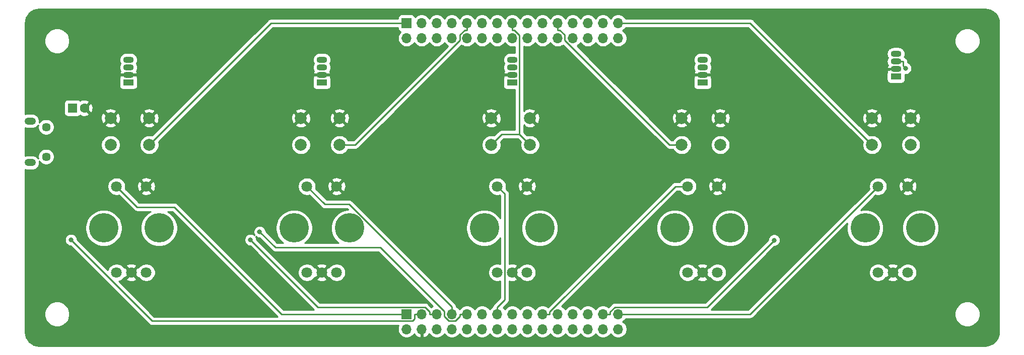
<source format=gbr>
%TF.GenerationSoftware,KiCad,Pcbnew,(5.1.6)-1*%
%TF.CreationDate,2020-10-11T19:25:40-07:00*%
%TF.ProjectId,Autopilot panel,4175746f-7069-46c6-9f74-2070616e656c,rev?*%
%TF.SameCoordinates,Original*%
%TF.FileFunction,Copper,L2,Bot*%
%TF.FilePolarity,Positive*%
%FSLAX46Y46*%
G04 Gerber Fmt 4.6, Leading zero omitted, Abs format (unit mm)*
G04 Created by KiCad (PCBNEW (5.1.6)-1) date 2020-10-11 19:25:40*
%MOMM*%
%LPD*%
G01*
G04 APERTURE LIST*
%TA.AperFunction,ComponentPad*%
%ADD10C,1.800000*%
%TD*%
%TA.AperFunction,ComponentPad*%
%ADD11C,4.950000*%
%TD*%
%TA.AperFunction,ComponentPad*%
%ADD12C,1.450000*%
%TD*%
%TA.AperFunction,ComponentPad*%
%ADD13O,1.900000X1.200000*%
%TD*%
%TA.AperFunction,ComponentPad*%
%ADD14C,2.000000*%
%TD*%
%TA.AperFunction,ComponentPad*%
%ADD15O,1.700000X1.700000*%
%TD*%
%TA.AperFunction,ComponentPad*%
%ADD16R,1.700000X1.700000*%
%TD*%
%TA.AperFunction,ComponentPad*%
%ADD17R,1.800000X1.070000*%
%TD*%
%TA.AperFunction,ComponentPad*%
%ADD18O,1.800000X1.070000*%
%TD*%
%TA.AperFunction,ComponentPad*%
%ADD19R,1.600000X1.600000*%
%TD*%
%TA.AperFunction,ComponentPad*%
%ADD20C,1.600000*%
%TD*%
%TA.AperFunction,ViaPad*%
%ADD21C,0.800000*%
%TD*%
%TA.AperFunction,Conductor*%
%ADD22C,0.250000*%
%TD*%
%TA.AperFunction,Conductor*%
%ADD23C,0.254000*%
%TD*%
G04 APERTURE END LIST*
D10*
%TO.P,J6,A1*%
%TO.N,/sheet5F811AC6/A1*%
X145000000Y-108000000D03*
%TO.P,J6,B1*%
%TO.N,/sheet5F811AC6/B1*%
X150000000Y-108000000D03*
%TO.P,J6,C1*%
%TO.N,GND*%
X147500000Y-108000000D03*
%TO.P,J6,D1*%
%TO.N,ENC4_SW*%
X145000000Y-93500000D03*
%TO.P,J6,E1*%
%TO.N,GND*%
X150000000Y-93500000D03*
D11*
%TO.P,J6,MH1*%
%TO.N,Net-(J6-PadMH1)*%
X142850000Y-100500000D03*
%TO.P,J6,MH2*%
%TO.N,Net-(J6-PadMH2)*%
X152150000Y-100500000D03*
%TD*%
D12*
%TO.P,J1,6*%
%TO.N,Net-(J1-Pad6)*%
X37162500Y-83500000D03*
X37162500Y-88500000D03*
D13*
X34462500Y-82500000D03*
X34462500Y-89500000D03*
%TD*%
D10*
%TO.P,J3,A1*%
%TO.N,/Sheet5F80EAAA/A1*%
X49000000Y-108000000D03*
%TO.P,J3,B1*%
%TO.N,/Sheet5F80EAAA/B1*%
X54000000Y-108000000D03*
%TO.P,J3,C1*%
%TO.N,GND*%
X51500000Y-108000000D03*
%TO.P,J3,D1*%
%TO.N,ENC1_SW*%
X49000000Y-93500000D03*
%TO.P,J3,E1*%
%TO.N,GND*%
X54000000Y-93500000D03*
D11*
%TO.P,J3,MH1*%
%TO.N,Net-(J3-PadMH1)*%
X46850000Y-100500000D03*
%TO.P,J3,MH2*%
%TO.N,Net-(J3-PadMH2)*%
X56150000Y-100500000D03*
%TD*%
D10*
%TO.P,J4,A1*%
%TO.N,/sheet5F811880/A1*%
X81000000Y-108000000D03*
%TO.P,J4,B1*%
%TO.N,/sheet5F811880/B1*%
X86000000Y-108000000D03*
%TO.P,J4,C1*%
%TO.N,GND*%
X83500000Y-108000000D03*
%TO.P,J4,D1*%
%TO.N,ENC2_SW*%
X81000000Y-93500000D03*
%TO.P,J4,E1*%
%TO.N,GND*%
X86000000Y-93500000D03*
D11*
%TO.P,J4,MH1*%
%TO.N,Net-(J4-PadMH1)*%
X78850000Y-100500000D03*
%TO.P,J4,MH2*%
%TO.N,Net-(J4-PadMH2)*%
X88150000Y-100500000D03*
%TD*%
%TO.P,J5,MH2*%
%TO.N,Net-(J5-PadMH2)*%
X120150000Y-100500000D03*
%TO.P,J5,MH1*%
%TO.N,Net-(J5-PadMH1)*%
X110850000Y-100500000D03*
D10*
%TO.P,J5,E1*%
%TO.N,GND*%
X118000000Y-93500000D03*
%TO.P,J5,D1*%
%TO.N,ENC3_SW*%
X113000000Y-93500000D03*
%TO.P,J5,C1*%
%TO.N,GND*%
X115500000Y-108000000D03*
%TO.P,J5,B1*%
%TO.N,/sheet5F81197D/B1*%
X118000000Y-108000000D03*
%TO.P,J5,A1*%
%TO.N,/sheet5F81197D/A1*%
X113000000Y-108000000D03*
%TD*%
D11*
%TO.P,J7,MH2*%
%TO.N,Net-(J7-PadMH2)*%
X184150000Y-100500000D03*
%TO.P,J7,MH1*%
%TO.N,Net-(J7-PadMH1)*%
X174850000Y-100500000D03*
D10*
%TO.P,J7,E1*%
%TO.N,GND*%
X182000000Y-93500000D03*
%TO.P,J7,D1*%
%TO.N,ENC5_SW*%
X177000000Y-93500000D03*
%TO.P,J7,C1*%
%TO.N,GND*%
X179500000Y-108000000D03*
%TO.P,J7,B1*%
%TO.N,/sheet5F811C1F/B1*%
X182000000Y-108000000D03*
%TO.P,J7,A1*%
%TO.N,/sheet5F811C1F/A1*%
X177000000Y-108000000D03*
%TD*%
D14*
%TO.P,SW1,2*%
%TO.N,SW1*%
X48000000Y-86500000D03*
%TO.P,SW1,1*%
%TO.N,GND*%
X48000000Y-82000000D03*
%TO.P,SW1,2*%
%TO.N,SW1*%
X54500000Y-86500000D03*
%TO.P,SW1,1*%
%TO.N,GND*%
X54500000Y-82000000D03*
%TD*%
%TO.P,SW2,1*%
%TO.N,GND*%
X86500000Y-82000000D03*
%TO.P,SW2,2*%
%TO.N,SW2*%
X86500000Y-86500000D03*
%TO.P,SW2,1*%
%TO.N,GND*%
X80000000Y-82000000D03*
%TO.P,SW2,2*%
%TO.N,SW2*%
X80000000Y-86500000D03*
%TD*%
%TO.P,SW3,2*%
%TO.N,SW3*%
X112000000Y-86500000D03*
%TO.P,SW3,1*%
%TO.N,GND*%
X112000000Y-82000000D03*
%TO.P,SW3,2*%
%TO.N,SW3*%
X118500000Y-86500000D03*
%TO.P,SW3,1*%
%TO.N,GND*%
X118500000Y-82000000D03*
%TD*%
%TO.P,SW4,1*%
%TO.N,GND*%
X150500000Y-82000000D03*
%TO.P,SW4,2*%
%TO.N,SW4*%
X150500000Y-86500000D03*
%TO.P,SW4,1*%
%TO.N,GND*%
X144000000Y-82000000D03*
%TO.P,SW4,2*%
%TO.N,SW4*%
X144000000Y-86500000D03*
%TD*%
%TO.P,SW5,2*%
%TO.N,SW5*%
X176000000Y-86500000D03*
%TO.P,SW5,1*%
%TO.N,GND*%
X176000000Y-82000000D03*
%TO.P,SW5,2*%
%TO.N,SW5*%
X182500000Y-86500000D03*
%TO.P,SW5,1*%
%TO.N,GND*%
X182500000Y-82000000D03*
%TD*%
D15*
%TO.P,J2,30*%
%TO.N,Net-(J2-Pad30)*%
X133310000Y-117540000D03*
%TO.P,J2,29*%
%TO.N,ENC5_SW*%
X133310000Y-115000000D03*
%TO.P,J2,28*%
%TO.N,Net-(J2-Pad28)*%
X130770000Y-117540000D03*
%TO.P,J2,27*%
%TO.N,ENC5_LEFT*%
X130770000Y-115000000D03*
%TO.P,J2,26*%
%TO.N,Net-(J2-Pad26)*%
X128230000Y-117540000D03*
%TO.P,J2,25*%
%TO.N,ENC5_RIGHT*%
X128230000Y-115000000D03*
%TO.P,J2,24*%
%TO.N,Net-(J2-Pad24)*%
X125690000Y-117540000D03*
%TO.P,J2,23*%
%TO.N,ENC4_RIGHT*%
X125690000Y-115000000D03*
%TO.P,J2,22*%
%TO.N,Net-(J2-Pad22)*%
X123150000Y-117540000D03*
%TO.P,J2,21*%
%TO.N,ENC4_LEFT*%
X123150000Y-115000000D03*
%TO.P,J2,20*%
%TO.N,Net-(J2-Pad20)*%
X120610000Y-117540000D03*
%TO.P,J2,19*%
%TO.N,ENC4_SW*%
X120610000Y-115000000D03*
%TO.P,J2,18*%
%TO.N,Net-(J2-Pad18)*%
X118070000Y-117540000D03*
%TO.P,J2,17*%
%TO.N,ENC3_RIGHT*%
X118070000Y-115000000D03*
%TO.P,J2,16*%
%TO.N,Net-(J2-Pad16)*%
X115530000Y-117540000D03*
%TO.P,J2,15*%
%TO.N,ENC3_LEFT*%
X115530000Y-115000000D03*
%TO.P,J2,14*%
%TO.N,Net-(J2-Pad14)*%
X112990000Y-117540000D03*
%TO.P,J2,13*%
%TO.N,ENC3_SW*%
X112990000Y-115000000D03*
%TO.P,J2,12*%
%TO.N,Net-(J2-Pad12)*%
X110450000Y-117540000D03*
%TO.P,J2,11*%
%TO.N,ENC2_RIGHT*%
X110450000Y-115000000D03*
%TO.P,J2,10*%
%TO.N,Net-(J2-Pad10)*%
X107910000Y-117540000D03*
%TO.P,J2,9*%
%TO.N,ENC2_LEFT*%
X107910000Y-115000000D03*
%TO.P,J2,8*%
%TO.N,Net-(J2-Pad8)*%
X105370000Y-117540000D03*
%TO.P,J2,7*%
%TO.N,ENC2_SW*%
X105370000Y-115000000D03*
%TO.P,J2,6*%
%TO.N,Net-(J2-Pad6)*%
X102830000Y-117540000D03*
%TO.P,J2,5*%
%TO.N,ENC1_RIGHT*%
X102830000Y-115000000D03*
%TO.P,J2,4*%
%TO.N,GND*%
X100290000Y-117540000D03*
%TO.P,J2,3*%
%TO.N,ENC1_LEFT*%
X100290000Y-115000000D03*
%TO.P,J2,2*%
%TO.N,+5V*%
X97750000Y-117540000D03*
D16*
%TO.P,J2,1*%
%TO.N,ENC1_SW*%
X97750000Y-115000000D03*
%TD*%
%TO.P,J8,1*%
%TO.N,SW1*%
X97750000Y-66000000D03*
D15*
%TO.P,J8,2*%
%TO.N,LED1_R*%
X97750000Y-68540000D03*
%TO.P,J8,3*%
%TO.N,Net-(J8-Pad3)*%
X100290000Y-66000000D03*
%TO.P,J8,4*%
%TO.N,LED1_G*%
X100290000Y-68540000D03*
%TO.P,J8,5*%
%TO.N,Net-(J8-Pad5)*%
X102830000Y-66000000D03*
%TO.P,J8,6*%
%TO.N,LED1_B*%
X102830000Y-68540000D03*
%TO.P,J8,7*%
%TO.N,Net-(J8-Pad7)*%
X105370000Y-66000000D03*
%TO.P,J8,8*%
%TO.N,LED2_R*%
X105370000Y-68540000D03*
%TO.P,J8,9*%
%TO.N,SW2*%
X107910000Y-66000000D03*
%TO.P,J8,10*%
%TO.N,LED2_G*%
X107910000Y-68540000D03*
%TO.P,J8,11*%
%TO.N,Net-(J8-Pad11)*%
X110450000Y-66000000D03*
%TO.P,J8,12*%
%TO.N,LED2_B*%
X110450000Y-68540000D03*
%TO.P,J8,13*%
%TO.N,Net-(J8-Pad13)*%
X112990000Y-66000000D03*
%TO.P,J8,14*%
%TO.N,LED3_R*%
X112990000Y-68540000D03*
%TO.P,J8,15*%
%TO.N,SW3*%
X115530000Y-66000000D03*
%TO.P,J8,16*%
%TO.N,LED3_G*%
X115530000Y-68540000D03*
%TO.P,J8,17*%
%TO.N,Net-(J8-Pad17)*%
X118070000Y-66000000D03*
%TO.P,J8,18*%
%TO.N,LED3_B*%
X118070000Y-68540000D03*
%TO.P,J8,19*%
%TO.N,Net-(J8-Pad19)*%
X120610000Y-66000000D03*
%TO.P,J8,20*%
%TO.N,LED4_R*%
X120610000Y-68540000D03*
%TO.P,J8,21*%
%TO.N,SW4*%
X123150000Y-66000000D03*
%TO.P,J8,22*%
%TO.N,LED4_G*%
X123150000Y-68540000D03*
%TO.P,J8,23*%
%TO.N,Net-(J8-Pad23)*%
X125690000Y-66000000D03*
%TO.P,J8,24*%
%TO.N,LED4_B*%
X125690000Y-68540000D03*
%TO.P,J8,25*%
%TO.N,Net-(J8-Pad25)*%
X128230000Y-66000000D03*
%TO.P,J8,26*%
%TO.N,LED5_R*%
X128230000Y-68540000D03*
%TO.P,J8,27*%
%TO.N,Net-(J8-Pad27)*%
X130770000Y-66000000D03*
%TO.P,J8,28*%
%TO.N,LED5_G*%
X130770000Y-68540000D03*
%TO.P,J8,29*%
%TO.N,SW5*%
X133310000Y-66000000D03*
%TO.P,J8,30*%
%TO.N,LED5_B*%
X133310000Y-68540000D03*
%TD*%
D17*
%TO.P,D1,1*%
%TO.N,Net-(D1-Pad1)*%
X51000000Y-76000000D03*
D18*
%TO.P,D1,2*%
%TO.N,GND*%
X51000000Y-74730000D03*
%TO.P,D1,3*%
%TO.N,Net-(D1-Pad3)*%
X51000000Y-73460000D03*
%TO.P,D1,4*%
%TO.N,Net-(D1-Pad4)*%
X51000000Y-72190000D03*
%TD*%
D17*
%TO.P,D2,1*%
%TO.N,Net-(D2-Pad1)*%
X83500000Y-76000000D03*
D18*
%TO.P,D2,2*%
%TO.N,GND*%
X83500000Y-74730000D03*
%TO.P,D2,3*%
%TO.N,Net-(D2-Pad3)*%
X83500000Y-73460000D03*
%TO.P,D2,4*%
%TO.N,Net-(D2-Pad4)*%
X83500000Y-72190000D03*
%TD*%
D17*
%TO.P,D3,1*%
%TO.N,Net-(D3-Pad1)*%
X115500000Y-76000000D03*
D18*
%TO.P,D3,2*%
%TO.N,GND*%
X115500000Y-74730000D03*
%TO.P,D3,3*%
%TO.N,Net-(D3-Pad3)*%
X115500000Y-73460000D03*
%TO.P,D3,4*%
%TO.N,Net-(D3-Pad4)*%
X115500000Y-72190000D03*
%TD*%
%TO.P,D4,4*%
%TO.N,Net-(D4-Pad4)*%
X147500000Y-72190000D03*
%TO.P,D4,3*%
%TO.N,Net-(D4-Pad3)*%
X147500000Y-73460000D03*
%TO.P,D4,2*%
%TO.N,GND*%
X147500000Y-74730000D03*
D17*
%TO.P,D4,1*%
%TO.N,Net-(D4-Pad1)*%
X147500000Y-76000000D03*
%TD*%
%TO.P,D5,1*%
%TO.N,Net-(D5-Pad1)*%
X180000000Y-75000000D03*
D18*
%TO.P,D5,2*%
%TO.N,GND*%
X180000000Y-73730000D03*
%TO.P,D5,3*%
%TO.N,Net-(D5-Pad3)*%
X180000000Y-72460000D03*
%TO.P,D5,4*%
%TO.N,Net-(D5-Pad4)*%
X180000000Y-71190000D03*
%TD*%
D19*
%TO.P,C1,1*%
%TO.N,+5V*%
X41600000Y-80300000D03*
D20*
%TO.P,C1,2*%
%TO.N,GND*%
X43600000Y-80300000D03*
%TD*%
D21*
%TO.N,GND*%
X38862000Y-87376000D03*
X45212000Y-89154000D03*
X64516000Y-107950000D03*
X71882000Y-106426000D03*
X38608000Y-107950000D03*
X94996000Y-109474000D03*
X103886000Y-109474000D03*
X127000000Y-106426000D03*
X134620000Y-107950000D03*
X160528000Y-107950000D03*
X166624000Y-107950000D03*
X191008000Y-106426000D03*
X45000000Y-70000000D03*
X50000000Y-70000000D03*
X55000000Y-70000000D03*
X45000000Y-75000000D03*
X40000000Y-75000000D03*
X50000000Y-80000000D03*
X55000000Y-80000000D03*
X65000000Y-80000000D03*
X70000000Y-80000000D03*
X75000000Y-80000000D03*
X80000000Y-80000000D03*
X85000000Y-80000000D03*
X90000000Y-80000000D03*
X100000000Y-80000000D03*
X105000000Y-80000000D03*
X110000000Y-80000000D03*
X115000000Y-80000000D03*
X120000000Y-80000000D03*
X125000000Y-80000000D03*
X130000000Y-80000000D03*
X140000000Y-80000000D03*
X145000000Y-80000000D03*
X150000000Y-80000000D03*
X155000000Y-80000000D03*
X160000000Y-80000000D03*
X165000000Y-80000000D03*
X175000000Y-80000000D03*
X180000000Y-80000000D03*
X185000000Y-80000000D03*
X190000000Y-80000000D03*
X190000000Y-85000000D03*
X185000000Y-85000000D03*
X185000000Y-90000000D03*
X190000000Y-90000000D03*
X190000000Y-95000000D03*
X185000000Y-95000000D03*
X180000000Y-95000000D03*
X180000000Y-90000000D03*
X175000000Y-90000000D03*
X170000000Y-90000000D03*
X165000000Y-90000000D03*
X160000000Y-90000000D03*
X155000000Y-90000000D03*
X150000000Y-90000000D03*
X145000000Y-90000000D03*
X140000000Y-90000000D03*
X135000000Y-90000000D03*
X130000000Y-90000000D03*
X125000000Y-90000000D03*
X120000000Y-90000000D03*
X115000000Y-90000000D03*
X110000000Y-90000000D03*
X105000000Y-90000000D03*
X100000000Y-90000000D03*
X95000000Y-90000000D03*
X90000000Y-90000000D03*
X95000000Y-85000000D03*
X100000000Y-85000000D03*
X105000000Y-85000000D03*
X110000000Y-85000000D03*
X120000000Y-85000000D03*
X125000000Y-85000000D03*
X130000000Y-85000000D03*
X135000000Y-85000000D03*
X155000000Y-85000000D03*
X160000000Y-85000000D03*
X165000000Y-85000000D03*
X170000000Y-85000000D03*
X180000000Y-85000000D03*
X170000000Y-95000000D03*
X165000000Y-95000000D03*
X160000000Y-95000000D03*
X155000000Y-95000000D03*
X135000000Y-95000000D03*
X130000000Y-95000000D03*
X125000000Y-95000000D03*
X120000000Y-95000000D03*
X110000000Y-95000000D03*
X105000000Y-95000000D03*
X100000000Y-95000000D03*
X95000000Y-95000000D03*
X90000000Y-95000000D03*
X75000000Y-95000000D03*
X75000000Y-90000000D03*
X85000000Y-90000000D03*
X80000000Y-90000000D03*
X75000000Y-85000000D03*
X70000000Y-85000000D03*
X65000000Y-85000000D03*
X65000000Y-90000000D03*
X70000000Y-90000000D03*
X70000000Y-95000000D03*
X65000000Y-95000000D03*
X60000000Y-95000000D03*
X60000000Y-90000000D03*
X60000000Y-85000000D03*
X55000000Y-90000000D03*
X50000000Y-90000000D03*
X45000000Y-95000000D03*
X50000000Y-105000000D03*
X55000000Y-105000000D03*
X55000000Y-110000000D03*
X60000000Y-110000000D03*
X65000000Y-110000000D03*
X70000000Y-115000000D03*
X65000000Y-115000000D03*
X60000000Y-115000000D03*
%TO.N,ENC1_LEFT*%
X41333400Y-102499500D03*
%TO.N,ENC1_RIGHT*%
X71515100Y-102499500D03*
%TO.N,ENC2_LEFT*%
X73055700Y-101144800D03*
%TO.N,ENC5_LEFT*%
X159545300Y-102555200D03*
%TO.N,Net-(D5-Pad3)*%
X181634600Y-73610800D03*
%TD*%
D22*
%TO.N,ENC1_SW*%
X97750000Y-115000000D02*
X76754000Y-115000000D01*
X76754000Y-115000000D02*
X58715300Y-96961300D01*
X58715300Y-96961300D02*
X52461300Y-96961300D01*
X52461300Y-96961300D02*
X49000000Y-93500000D01*
%TO.N,ENC1_LEFT*%
X100290000Y-115000000D02*
X99114700Y-115000000D01*
X99114700Y-115000000D02*
X99114700Y-115808000D01*
X99114700Y-115808000D02*
X98747300Y-116175400D01*
X98747300Y-116175400D02*
X55009300Y-116175400D01*
X55009300Y-116175400D02*
X41333400Y-102499500D01*
%TO.N,ENC1_RIGHT*%
X102830000Y-115000000D02*
X101654700Y-115000000D01*
X101654700Y-115000000D02*
X101654700Y-114632600D01*
X101654700Y-114632600D02*
X100846800Y-113824700D01*
X100846800Y-113824700D02*
X82840300Y-113824700D01*
X82840300Y-113824700D02*
X71515100Y-102499500D01*
%TO.N,SW1*%
X97750000Y-66000000D02*
X75000000Y-66000000D01*
X75000000Y-66000000D02*
X54500000Y-86500000D01*
%TO.N,ENC2_SW*%
X105370000Y-115000000D02*
X105370000Y-113752700D01*
X105370000Y-113752700D02*
X88128200Y-96510900D01*
X88128200Y-96510900D02*
X84010900Y-96510900D01*
X84010900Y-96510900D02*
X81000000Y-93500000D01*
%TO.N,SW2*%
X107910000Y-66000000D02*
X107910000Y-67175300D01*
X107910000Y-67175300D02*
X107542600Y-67175300D01*
X107542600Y-67175300D02*
X106734700Y-67983200D01*
X106734700Y-67983200D02*
X106734700Y-68905500D01*
X106734700Y-68905500D02*
X89140200Y-86500000D01*
X89140200Y-86500000D02*
X86500000Y-86500000D01*
%TO.N,ENC2_LEFT*%
X107910000Y-115000000D02*
X106734700Y-115000000D01*
X106734700Y-115000000D02*
X106734700Y-115367400D01*
X106734700Y-115367400D02*
X105926800Y-116175300D01*
X105926800Y-116175300D02*
X104881100Y-116175300D01*
X104881100Y-116175300D02*
X104100000Y-115394200D01*
X104100000Y-115394200D02*
X104100000Y-114554900D01*
X104100000Y-114554900D02*
X93327400Y-103782300D01*
X93327400Y-103782300D02*
X75693200Y-103782300D01*
X75693200Y-103782300D02*
X73055700Y-101144800D01*
%TO.N,SW3*%
X116725400Y-84725400D02*
X118500000Y-86500000D01*
X115530000Y-67175300D02*
X115897300Y-67175300D01*
X115897300Y-67175300D02*
X116725400Y-68003400D01*
X116725400Y-68003400D02*
X116725400Y-84725400D01*
X116725400Y-84725400D02*
X113774600Y-84725400D01*
X113774600Y-84725400D02*
X112000000Y-86500000D01*
X115530000Y-66000000D02*
X115530000Y-67175300D01*
%TO.N,SW4*%
X123150000Y-66000000D02*
X123150000Y-67175300D01*
X123150000Y-67175300D02*
X123517400Y-67175300D01*
X123517400Y-67175300D02*
X124325300Y-67983200D01*
X124325300Y-67983200D02*
X124325300Y-68853800D01*
X124325300Y-68853800D02*
X141971500Y-86500000D01*
X141971500Y-86500000D02*
X144000000Y-86500000D01*
%TO.N,ENC3_SW*%
X112990000Y-115000000D02*
X112990000Y-113824700D01*
X112990000Y-113824700D02*
X114250000Y-112564700D01*
X114250000Y-112564700D02*
X114250000Y-94750000D01*
X114250000Y-94750000D02*
X113000000Y-93500000D01*
%TO.N,SW5*%
X133310000Y-66000000D02*
X155500000Y-66000000D01*
X155500000Y-66000000D02*
X176000000Y-86500000D01*
%TO.N,ENC5_SW*%
X133310000Y-115000000D02*
X155500000Y-115000000D01*
X155500000Y-115000000D02*
X177000000Y-93500000D01*
%TO.N,ENC5_LEFT*%
X130770000Y-115000000D02*
X131945300Y-115000000D01*
X131945300Y-115000000D02*
X131945300Y-114632600D01*
X131945300Y-114632600D02*
X132753200Y-113824700D01*
X132753200Y-113824700D02*
X148275800Y-113824700D01*
X148275800Y-113824700D02*
X159545300Y-102555200D01*
%TO.N,ENC4_SW*%
X120610000Y-115000000D02*
X121785300Y-115000000D01*
X121785300Y-115000000D02*
X121785300Y-114632700D01*
X121785300Y-114632700D02*
X142918000Y-93500000D01*
X142918000Y-93500000D02*
X145000000Y-93500000D01*
%TO.N,Net-(D5-Pad3)*%
X180000000Y-72460000D02*
X181225300Y-72460000D01*
X181634600Y-73610800D02*
X181225300Y-73201500D01*
X181225300Y-73201500D02*
X181225300Y-72460000D01*
%TD*%
D23*
%TO.N,GND*%
G36*
X195453893Y-63707670D02*
G01*
X195890498Y-63839489D01*
X196293185Y-64053600D01*
X196646612Y-64341848D01*
X196937327Y-64693261D01*
X197154242Y-65094439D01*
X197289106Y-65530113D01*
X197340000Y-66014344D01*
X197340001Y-117967711D01*
X197292330Y-118453894D01*
X197160512Y-118890497D01*
X196946399Y-119293186D01*
X196658150Y-119646613D01*
X196306739Y-119937327D01*
X195905564Y-120154240D01*
X195469886Y-120289106D01*
X194985664Y-120340000D01*
X36032279Y-120340000D01*
X35546106Y-120292330D01*
X35109503Y-120160512D01*
X34706814Y-119946399D01*
X34353387Y-119658150D01*
X34062673Y-119306739D01*
X33845760Y-118905564D01*
X33710894Y-118469886D01*
X33660000Y-117985664D01*
X33660000Y-114789721D01*
X36865000Y-114789721D01*
X36865000Y-115210279D01*
X36947047Y-115622756D01*
X37107988Y-116011302D01*
X37341637Y-116360983D01*
X37639017Y-116658363D01*
X37988698Y-116892012D01*
X38377244Y-117052953D01*
X38789721Y-117135000D01*
X39210279Y-117135000D01*
X39622756Y-117052953D01*
X40011302Y-116892012D01*
X40360983Y-116658363D01*
X40658363Y-116360983D01*
X40892012Y-116011302D01*
X41052953Y-115622756D01*
X41135000Y-115210279D01*
X41135000Y-114789721D01*
X41052953Y-114377244D01*
X40892012Y-113988698D01*
X40658363Y-113639017D01*
X40360983Y-113341637D01*
X40011302Y-113107988D01*
X39622756Y-112947047D01*
X39210279Y-112865000D01*
X38789721Y-112865000D01*
X38377244Y-112947047D01*
X37988698Y-113107988D01*
X37639017Y-113341637D01*
X37341637Y-113639017D01*
X37107988Y-113988698D01*
X36947047Y-114377244D01*
X36865000Y-114789721D01*
X33660000Y-114789721D01*
X33660000Y-102397561D01*
X40298400Y-102397561D01*
X40298400Y-102601439D01*
X40338174Y-102801398D01*
X40416195Y-102989756D01*
X40529463Y-103159274D01*
X40673626Y-103303437D01*
X40843144Y-103416705D01*
X41031502Y-103494726D01*
X41231461Y-103534500D01*
X41293599Y-103534500D01*
X54445501Y-116686403D01*
X54469299Y-116715401D01*
X54585024Y-116810374D01*
X54717053Y-116880946D01*
X54860314Y-116924403D01*
X54971967Y-116935400D01*
X54971976Y-116935400D01*
X55009299Y-116939076D01*
X55046622Y-116935400D01*
X96393081Y-116935400D01*
X96322068Y-117106842D01*
X96265000Y-117393740D01*
X96265000Y-117686260D01*
X96322068Y-117973158D01*
X96434010Y-118243411D01*
X96596525Y-118486632D01*
X96803368Y-118693475D01*
X97046589Y-118855990D01*
X97316842Y-118967932D01*
X97603740Y-119025000D01*
X97896260Y-119025000D01*
X98183158Y-118967932D01*
X98453411Y-118855990D01*
X98696632Y-118693475D01*
X98903475Y-118486632D01*
X99025195Y-118304466D01*
X99094822Y-118421355D01*
X99289731Y-118637588D01*
X99523080Y-118811641D01*
X99785901Y-118936825D01*
X99933110Y-118981476D01*
X100163000Y-118860155D01*
X100163000Y-117667000D01*
X100143000Y-117667000D01*
X100143000Y-117413000D01*
X100163000Y-117413000D01*
X100163000Y-117393000D01*
X100417000Y-117393000D01*
X100417000Y-117413000D01*
X100437000Y-117413000D01*
X100437000Y-117667000D01*
X100417000Y-117667000D01*
X100417000Y-118860155D01*
X100646890Y-118981476D01*
X100794099Y-118936825D01*
X101056920Y-118811641D01*
X101290269Y-118637588D01*
X101485178Y-118421355D01*
X101554805Y-118304466D01*
X101676525Y-118486632D01*
X101883368Y-118693475D01*
X102126589Y-118855990D01*
X102396842Y-118967932D01*
X102683740Y-119025000D01*
X102976260Y-119025000D01*
X103263158Y-118967932D01*
X103533411Y-118855990D01*
X103776632Y-118693475D01*
X103983475Y-118486632D01*
X104100000Y-118312240D01*
X104216525Y-118486632D01*
X104423368Y-118693475D01*
X104666589Y-118855990D01*
X104936842Y-118967932D01*
X105223740Y-119025000D01*
X105516260Y-119025000D01*
X105803158Y-118967932D01*
X106073411Y-118855990D01*
X106316632Y-118693475D01*
X106523475Y-118486632D01*
X106640000Y-118312240D01*
X106756525Y-118486632D01*
X106963368Y-118693475D01*
X107206589Y-118855990D01*
X107476842Y-118967932D01*
X107763740Y-119025000D01*
X108056260Y-119025000D01*
X108343158Y-118967932D01*
X108613411Y-118855990D01*
X108856632Y-118693475D01*
X109063475Y-118486632D01*
X109180000Y-118312240D01*
X109296525Y-118486632D01*
X109503368Y-118693475D01*
X109746589Y-118855990D01*
X110016842Y-118967932D01*
X110303740Y-119025000D01*
X110596260Y-119025000D01*
X110883158Y-118967932D01*
X111153411Y-118855990D01*
X111396632Y-118693475D01*
X111603475Y-118486632D01*
X111720000Y-118312240D01*
X111836525Y-118486632D01*
X112043368Y-118693475D01*
X112286589Y-118855990D01*
X112556842Y-118967932D01*
X112843740Y-119025000D01*
X113136260Y-119025000D01*
X113423158Y-118967932D01*
X113693411Y-118855990D01*
X113936632Y-118693475D01*
X114143475Y-118486632D01*
X114260000Y-118312240D01*
X114376525Y-118486632D01*
X114583368Y-118693475D01*
X114826589Y-118855990D01*
X115096842Y-118967932D01*
X115383740Y-119025000D01*
X115676260Y-119025000D01*
X115963158Y-118967932D01*
X116233411Y-118855990D01*
X116476632Y-118693475D01*
X116683475Y-118486632D01*
X116800000Y-118312240D01*
X116916525Y-118486632D01*
X117123368Y-118693475D01*
X117366589Y-118855990D01*
X117636842Y-118967932D01*
X117923740Y-119025000D01*
X118216260Y-119025000D01*
X118503158Y-118967932D01*
X118773411Y-118855990D01*
X119016632Y-118693475D01*
X119223475Y-118486632D01*
X119340000Y-118312240D01*
X119456525Y-118486632D01*
X119663368Y-118693475D01*
X119906589Y-118855990D01*
X120176842Y-118967932D01*
X120463740Y-119025000D01*
X120756260Y-119025000D01*
X121043158Y-118967932D01*
X121313411Y-118855990D01*
X121556632Y-118693475D01*
X121763475Y-118486632D01*
X121880000Y-118312240D01*
X121996525Y-118486632D01*
X122203368Y-118693475D01*
X122446589Y-118855990D01*
X122716842Y-118967932D01*
X123003740Y-119025000D01*
X123296260Y-119025000D01*
X123583158Y-118967932D01*
X123853411Y-118855990D01*
X124096632Y-118693475D01*
X124303475Y-118486632D01*
X124420000Y-118312240D01*
X124536525Y-118486632D01*
X124743368Y-118693475D01*
X124986589Y-118855990D01*
X125256842Y-118967932D01*
X125543740Y-119025000D01*
X125836260Y-119025000D01*
X126123158Y-118967932D01*
X126393411Y-118855990D01*
X126636632Y-118693475D01*
X126843475Y-118486632D01*
X126960000Y-118312240D01*
X127076525Y-118486632D01*
X127283368Y-118693475D01*
X127526589Y-118855990D01*
X127796842Y-118967932D01*
X128083740Y-119025000D01*
X128376260Y-119025000D01*
X128663158Y-118967932D01*
X128933411Y-118855990D01*
X129176632Y-118693475D01*
X129383475Y-118486632D01*
X129500000Y-118312240D01*
X129616525Y-118486632D01*
X129823368Y-118693475D01*
X130066589Y-118855990D01*
X130336842Y-118967932D01*
X130623740Y-119025000D01*
X130916260Y-119025000D01*
X131203158Y-118967932D01*
X131473411Y-118855990D01*
X131716632Y-118693475D01*
X131923475Y-118486632D01*
X132040000Y-118312240D01*
X132156525Y-118486632D01*
X132363368Y-118693475D01*
X132606589Y-118855990D01*
X132876842Y-118967932D01*
X133163740Y-119025000D01*
X133456260Y-119025000D01*
X133743158Y-118967932D01*
X134013411Y-118855990D01*
X134256632Y-118693475D01*
X134463475Y-118486632D01*
X134625990Y-118243411D01*
X134737932Y-117973158D01*
X134795000Y-117686260D01*
X134795000Y-117393740D01*
X134737932Y-117106842D01*
X134625990Y-116836589D01*
X134463475Y-116593368D01*
X134256632Y-116386525D01*
X134082240Y-116270000D01*
X134256632Y-116153475D01*
X134463475Y-115946632D01*
X134588178Y-115760000D01*
X155462678Y-115760000D01*
X155500000Y-115763676D01*
X155537322Y-115760000D01*
X155537333Y-115760000D01*
X155648986Y-115749003D01*
X155792247Y-115705546D01*
X155924276Y-115634974D01*
X156040001Y-115540001D01*
X156063804Y-115510997D01*
X156785080Y-114789721D01*
X189865000Y-114789721D01*
X189865000Y-115210279D01*
X189947047Y-115622756D01*
X190107988Y-116011302D01*
X190341637Y-116360983D01*
X190639017Y-116658363D01*
X190988698Y-116892012D01*
X191377244Y-117052953D01*
X191789721Y-117135000D01*
X192210279Y-117135000D01*
X192622756Y-117052953D01*
X193011302Y-116892012D01*
X193360983Y-116658363D01*
X193658363Y-116360983D01*
X193892012Y-116011302D01*
X194052953Y-115622756D01*
X194135000Y-115210279D01*
X194135000Y-114789721D01*
X194052953Y-114377244D01*
X193892012Y-113988698D01*
X193658363Y-113639017D01*
X193360983Y-113341637D01*
X193011302Y-113107988D01*
X192622756Y-112947047D01*
X192210279Y-112865000D01*
X191789721Y-112865000D01*
X191377244Y-112947047D01*
X190988698Y-113107988D01*
X190639017Y-113341637D01*
X190341637Y-113639017D01*
X190107988Y-113988698D01*
X189947047Y-114377244D01*
X189865000Y-114789721D01*
X156785080Y-114789721D01*
X163725985Y-107848816D01*
X175465000Y-107848816D01*
X175465000Y-108151184D01*
X175523989Y-108447743D01*
X175639701Y-108727095D01*
X175807688Y-108978505D01*
X176021495Y-109192312D01*
X176272905Y-109360299D01*
X176552257Y-109476011D01*
X176848816Y-109535000D01*
X177151184Y-109535000D01*
X177447743Y-109476011D01*
X177727095Y-109360299D01*
X177978505Y-109192312D01*
X178106737Y-109064080D01*
X178615525Y-109064080D01*
X178699208Y-109318261D01*
X178971775Y-109449158D01*
X179264642Y-109524365D01*
X179566553Y-109540991D01*
X179865907Y-109498397D01*
X180151199Y-109398222D01*
X180300792Y-109318261D01*
X180384475Y-109064080D01*
X179500000Y-108179605D01*
X178615525Y-109064080D01*
X178106737Y-109064080D01*
X178192312Y-108978505D01*
X178287738Y-108835690D01*
X178435920Y-108884475D01*
X179320395Y-108000000D01*
X179679605Y-108000000D01*
X180564080Y-108884475D01*
X180712262Y-108835690D01*
X180807688Y-108978505D01*
X181021495Y-109192312D01*
X181272905Y-109360299D01*
X181552257Y-109476011D01*
X181848816Y-109535000D01*
X182151184Y-109535000D01*
X182447743Y-109476011D01*
X182727095Y-109360299D01*
X182978505Y-109192312D01*
X183192312Y-108978505D01*
X183360299Y-108727095D01*
X183476011Y-108447743D01*
X183535000Y-108151184D01*
X183535000Y-107848816D01*
X183476011Y-107552257D01*
X183360299Y-107272905D01*
X183192312Y-107021495D01*
X182978505Y-106807688D01*
X182727095Y-106639701D01*
X182447743Y-106523989D01*
X182151184Y-106465000D01*
X181848816Y-106465000D01*
X181552257Y-106523989D01*
X181272905Y-106639701D01*
X181021495Y-106807688D01*
X180807688Y-107021495D01*
X180712262Y-107164310D01*
X180564080Y-107115525D01*
X179679605Y-108000000D01*
X179320395Y-108000000D01*
X178435920Y-107115525D01*
X178287738Y-107164310D01*
X178192312Y-107021495D01*
X178106737Y-106935920D01*
X178615525Y-106935920D01*
X179500000Y-107820395D01*
X180384475Y-106935920D01*
X180300792Y-106681739D01*
X180028225Y-106550842D01*
X179735358Y-106475635D01*
X179433447Y-106459009D01*
X179134093Y-106501603D01*
X178848801Y-106601778D01*
X178699208Y-106681739D01*
X178615525Y-106935920D01*
X178106737Y-106935920D01*
X177978505Y-106807688D01*
X177727095Y-106639701D01*
X177447743Y-106523989D01*
X177151184Y-106465000D01*
X176848816Y-106465000D01*
X176552257Y-106523989D01*
X176272905Y-106639701D01*
X176021495Y-106807688D01*
X175807688Y-107021495D01*
X175639701Y-107272905D01*
X175523989Y-107552257D01*
X175465000Y-107848816D01*
X163725985Y-107848816D01*
X171829114Y-99745688D01*
X171740000Y-100193692D01*
X171740000Y-100806308D01*
X171859516Y-101407154D01*
X172093954Y-101973137D01*
X172434305Y-102482509D01*
X172867491Y-102915695D01*
X173376863Y-103256046D01*
X173942846Y-103490484D01*
X174543692Y-103610000D01*
X175156308Y-103610000D01*
X175757154Y-103490484D01*
X176323137Y-103256046D01*
X176832509Y-102915695D01*
X177265695Y-102482509D01*
X177606046Y-101973137D01*
X177840484Y-101407154D01*
X177960000Y-100806308D01*
X177960000Y-100193692D01*
X181040000Y-100193692D01*
X181040000Y-100806308D01*
X181159516Y-101407154D01*
X181393954Y-101973137D01*
X181734305Y-102482509D01*
X182167491Y-102915695D01*
X182676863Y-103256046D01*
X183242846Y-103490484D01*
X183843692Y-103610000D01*
X184456308Y-103610000D01*
X185057154Y-103490484D01*
X185623137Y-103256046D01*
X186132509Y-102915695D01*
X186565695Y-102482509D01*
X186906046Y-101973137D01*
X187140484Y-101407154D01*
X187260000Y-100806308D01*
X187260000Y-100193692D01*
X187140484Y-99592846D01*
X186906046Y-99026863D01*
X186565695Y-98517491D01*
X186132509Y-98084305D01*
X185623137Y-97743954D01*
X185057154Y-97509516D01*
X184456308Y-97390000D01*
X183843692Y-97390000D01*
X183242846Y-97509516D01*
X182676863Y-97743954D01*
X182167491Y-98084305D01*
X181734305Y-98517491D01*
X181393954Y-99026863D01*
X181159516Y-99592846D01*
X181040000Y-100193692D01*
X177960000Y-100193692D01*
X177840484Y-99592846D01*
X177606046Y-99026863D01*
X177265695Y-98517491D01*
X176832509Y-98084305D01*
X176323137Y-97743954D01*
X175757154Y-97509516D01*
X175156308Y-97390000D01*
X174543692Y-97390000D01*
X174095688Y-97479114D01*
X176591071Y-94983731D01*
X176848816Y-95035000D01*
X177151184Y-95035000D01*
X177447743Y-94976011D01*
X177727095Y-94860299D01*
X177978505Y-94692312D01*
X178106737Y-94564080D01*
X181115525Y-94564080D01*
X181199208Y-94818261D01*
X181471775Y-94949158D01*
X181764642Y-95024365D01*
X182066553Y-95040991D01*
X182365907Y-94998397D01*
X182651199Y-94898222D01*
X182800792Y-94818261D01*
X182884475Y-94564080D01*
X182000000Y-93679605D01*
X181115525Y-94564080D01*
X178106737Y-94564080D01*
X178192312Y-94478505D01*
X178360299Y-94227095D01*
X178476011Y-93947743D01*
X178535000Y-93651184D01*
X178535000Y-93566553D01*
X180459009Y-93566553D01*
X180501603Y-93865907D01*
X180601778Y-94151199D01*
X180681739Y-94300792D01*
X180935920Y-94384475D01*
X181820395Y-93500000D01*
X182179605Y-93500000D01*
X183064080Y-94384475D01*
X183318261Y-94300792D01*
X183449158Y-94028225D01*
X183524365Y-93735358D01*
X183540991Y-93433447D01*
X183498397Y-93134093D01*
X183398222Y-92848801D01*
X183318261Y-92699208D01*
X183064080Y-92615525D01*
X182179605Y-93500000D01*
X181820395Y-93500000D01*
X180935920Y-92615525D01*
X180681739Y-92699208D01*
X180550842Y-92971775D01*
X180475635Y-93264642D01*
X180459009Y-93566553D01*
X178535000Y-93566553D01*
X178535000Y-93348816D01*
X178476011Y-93052257D01*
X178360299Y-92772905D01*
X178192312Y-92521495D01*
X178106737Y-92435920D01*
X181115525Y-92435920D01*
X182000000Y-93320395D01*
X182884475Y-92435920D01*
X182800792Y-92181739D01*
X182528225Y-92050842D01*
X182235358Y-91975635D01*
X181933447Y-91959009D01*
X181634093Y-92001603D01*
X181348801Y-92101778D01*
X181199208Y-92181739D01*
X181115525Y-92435920D01*
X178106737Y-92435920D01*
X177978505Y-92307688D01*
X177727095Y-92139701D01*
X177447743Y-92023989D01*
X177151184Y-91965000D01*
X176848816Y-91965000D01*
X176552257Y-92023989D01*
X176272905Y-92139701D01*
X176021495Y-92307688D01*
X175807688Y-92521495D01*
X175639701Y-92772905D01*
X175523989Y-93052257D01*
X175465000Y-93348816D01*
X175465000Y-93651184D01*
X175516269Y-93908929D01*
X155185199Y-114240000D01*
X148935301Y-114240000D01*
X159585102Y-103590200D01*
X159647239Y-103590200D01*
X159847198Y-103550426D01*
X160035556Y-103472405D01*
X160205074Y-103359137D01*
X160349237Y-103214974D01*
X160462505Y-103045456D01*
X160540526Y-102857098D01*
X160580300Y-102657139D01*
X160580300Y-102453261D01*
X160540526Y-102253302D01*
X160462505Y-102064944D01*
X160349237Y-101895426D01*
X160205074Y-101751263D01*
X160035556Y-101637995D01*
X159847198Y-101559974D01*
X159647239Y-101520200D01*
X159443361Y-101520200D01*
X159243402Y-101559974D01*
X159055044Y-101637995D01*
X158885526Y-101751263D01*
X158741363Y-101895426D01*
X158628095Y-102064944D01*
X158550074Y-102253302D01*
X158510300Y-102453261D01*
X158510300Y-102515398D01*
X147960999Y-113064700D01*
X132790522Y-113064700D01*
X132753199Y-113061024D01*
X132715876Y-113064700D01*
X132715867Y-113064700D01*
X132604214Y-113075697D01*
X132465661Y-113117726D01*
X132460953Y-113119154D01*
X132328923Y-113189726D01*
X132300931Y-113212699D01*
X132213199Y-113284699D01*
X132189402Y-113313696D01*
X131680630Y-113822469D01*
X131473411Y-113684010D01*
X131203158Y-113572068D01*
X130916260Y-113515000D01*
X130623740Y-113515000D01*
X130336842Y-113572068D01*
X130066589Y-113684010D01*
X129823368Y-113846525D01*
X129616525Y-114053368D01*
X129500000Y-114227760D01*
X129383475Y-114053368D01*
X129176632Y-113846525D01*
X128933411Y-113684010D01*
X128663158Y-113572068D01*
X128376260Y-113515000D01*
X128083740Y-113515000D01*
X127796842Y-113572068D01*
X127526589Y-113684010D01*
X127283368Y-113846525D01*
X127076525Y-114053368D01*
X126960000Y-114227760D01*
X126843475Y-114053368D01*
X126636632Y-113846525D01*
X126393411Y-113684010D01*
X126123158Y-113572068D01*
X125836260Y-113515000D01*
X125543740Y-113515000D01*
X125256842Y-113572068D01*
X124986589Y-113684010D01*
X124743368Y-113846525D01*
X124536525Y-114053368D01*
X124420000Y-114227760D01*
X124303475Y-114053368D01*
X124096632Y-113846525D01*
X123853411Y-113684010D01*
X123821860Y-113670941D01*
X129643985Y-107848816D01*
X143465000Y-107848816D01*
X143465000Y-108151184D01*
X143523989Y-108447743D01*
X143639701Y-108727095D01*
X143807688Y-108978505D01*
X144021495Y-109192312D01*
X144272905Y-109360299D01*
X144552257Y-109476011D01*
X144848816Y-109535000D01*
X145151184Y-109535000D01*
X145447743Y-109476011D01*
X145727095Y-109360299D01*
X145978505Y-109192312D01*
X146106737Y-109064080D01*
X146615525Y-109064080D01*
X146699208Y-109318261D01*
X146971775Y-109449158D01*
X147264642Y-109524365D01*
X147566553Y-109540991D01*
X147865907Y-109498397D01*
X148151199Y-109398222D01*
X148300792Y-109318261D01*
X148384475Y-109064080D01*
X147500000Y-108179605D01*
X146615525Y-109064080D01*
X146106737Y-109064080D01*
X146192312Y-108978505D01*
X146287738Y-108835690D01*
X146435920Y-108884475D01*
X147320395Y-108000000D01*
X147679605Y-108000000D01*
X148564080Y-108884475D01*
X148712262Y-108835690D01*
X148807688Y-108978505D01*
X149021495Y-109192312D01*
X149272905Y-109360299D01*
X149552257Y-109476011D01*
X149848816Y-109535000D01*
X150151184Y-109535000D01*
X150447743Y-109476011D01*
X150727095Y-109360299D01*
X150978505Y-109192312D01*
X151192312Y-108978505D01*
X151360299Y-108727095D01*
X151476011Y-108447743D01*
X151535000Y-108151184D01*
X151535000Y-107848816D01*
X151476011Y-107552257D01*
X151360299Y-107272905D01*
X151192312Y-107021495D01*
X150978505Y-106807688D01*
X150727095Y-106639701D01*
X150447743Y-106523989D01*
X150151184Y-106465000D01*
X149848816Y-106465000D01*
X149552257Y-106523989D01*
X149272905Y-106639701D01*
X149021495Y-106807688D01*
X148807688Y-107021495D01*
X148712262Y-107164310D01*
X148564080Y-107115525D01*
X147679605Y-108000000D01*
X147320395Y-108000000D01*
X146435920Y-107115525D01*
X146287738Y-107164310D01*
X146192312Y-107021495D01*
X146106737Y-106935920D01*
X146615525Y-106935920D01*
X147500000Y-107820395D01*
X148384475Y-106935920D01*
X148300792Y-106681739D01*
X148028225Y-106550842D01*
X147735358Y-106475635D01*
X147433447Y-106459009D01*
X147134093Y-106501603D01*
X146848801Y-106601778D01*
X146699208Y-106681739D01*
X146615525Y-106935920D01*
X146106737Y-106935920D01*
X145978505Y-106807688D01*
X145727095Y-106639701D01*
X145447743Y-106523989D01*
X145151184Y-106465000D01*
X144848816Y-106465000D01*
X144552257Y-106523989D01*
X144272905Y-106639701D01*
X144021495Y-106807688D01*
X143807688Y-107021495D01*
X143639701Y-107272905D01*
X143523989Y-107552257D01*
X143465000Y-107848816D01*
X129643985Y-107848816D01*
X137299109Y-100193692D01*
X139740000Y-100193692D01*
X139740000Y-100806308D01*
X139859516Y-101407154D01*
X140093954Y-101973137D01*
X140434305Y-102482509D01*
X140867491Y-102915695D01*
X141376863Y-103256046D01*
X141942846Y-103490484D01*
X142543692Y-103610000D01*
X143156308Y-103610000D01*
X143757154Y-103490484D01*
X144323137Y-103256046D01*
X144832509Y-102915695D01*
X145265695Y-102482509D01*
X145606046Y-101973137D01*
X145840484Y-101407154D01*
X145960000Y-100806308D01*
X145960000Y-100193692D01*
X149040000Y-100193692D01*
X149040000Y-100806308D01*
X149159516Y-101407154D01*
X149393954Y-101973137D01*
X149734305Y-102482509D01*
X150167491Y-102915695D01*
X150676863Y-103256046D01*
X151242846Y-103490484D01*
X151843692Y-103610000D01*
X152456308Y-103610000D01*
X153057154Y-103490484D01*
X153623137Y-103256046D01*
X154132509Y-102915695D01*
X154565695Y-102482509D01*
X154906046Y-101973137D01*
X155140484Y-101407154D01*
X155260000Y-100806308D01*
X155260000Y-100193692D01*
X155140484Y-99592846D01*
X154906046Y-99026863D01*
X154565695Y-98517491D01*
X154132509Y-98084305D01*
X153623137Y-97743954D01*
X153057154Y-97509516D01*
X152456308Y-97390000D01*
X151843692Y-97390000D01*
X151242846Y-97509516D01*
X150676863Y-97743954D01*
X150167491Y-98084305D01*
X149734305Y-98517491D01*
X149393954Y-99026863D01*
X149159516Y-99592846D01*
X149040000Y-100193692D01*
X145960000Y-100193692D01*
X145840484Y-99592846D01*
X145606046Y-99026863D01*
X145265695Y-98517491D01*
X144832509Y-98084305D01*
X144323137Y-97743954D01*
X143757154Y-97509516D01*
X143156308Y-97390000D01*
X142543692Y-97390000D01*
X141942846Y-97509516D01*
X141376863Y-97743954D01*
X140867491Y-98084305D01*
X140434305Y-98517491D01*
X140093954Y-99026863D01*
X139859516Y-99592846D01*
X139740000Y-100193692D01*
X137299109Y-100193692D01*
X143232802Y-94260000D01*
X143661687Y-94260000D01*
X143807688Y-94478505D01*
X144021495Y-94692312D01*
X144272905Y-94860299D01*
X144552257Y-94976011D01*
X144848816Y-95035000D01*
X145151184Y-95035000D01*
X145447743Y-94976011D01*
X145727095Y-94860299D01*
X145978505Y-94692312D01*
X146106737Y-94564080D01*
X149115525Y-94564080D01*
X149199208Y-94818261D01*
X149471775Y-94949158D01*
X149764642Y-95024365D01*
X150066553Y-95040991D01*
X150365907Y-94998397D01*
X150651199Y-94898222D01*
X150800792Y-94818261D01*
X150884475Y-94564080D01*
X150000000Y-93679605D01*
X149115525Y-94564080D01*
X146106737Y-94564080D01*
X146192312Y-94478505D01*
X146360299Y-94227095D01*
X146476011Y-93947743D01*
X146535000Y-93651184D01*
X146535000Y-93566553D01*
X148459009Y-93566553D01*
X148501603Y-93865907D01*
X148601778Y-94151199D01*
X148681739Y-94300792D01*
X148935920Y-94384475D01*
X149820395Y-93500000D01*
X150179605Y-93500000D01*
X151064080Y-94384475D01*
X151318261Y-94300792D01*
X151449158Y-94028225D01*
X151524365Y-93735358D01*
X151540991Y-93433447D01*
X151498397Y-93134093D01*
X151398222Y-92848801D01*
X151318261Y-92699208D01*
X151064080Y-92615525D01*
X150179605Y-93500000D01*
X149820395Y-93500000D01*
X148935920Y-92615525D01*
X148681739Y-92699208D01*
X148550842Y-92971775D01*
X148475635Y-93264642D01*
X148459009Y-93566553D01*
X146535000Y-93566553D01*
X146535000Y-93348816D01*
X146476011Y-93052257D01*
X146360299Y-92772905D01*
X146192312Y-92521495D01*
X146106737Y-92435920D01*
X149115525Y-92435920D01*
X150000000Y-93320395D01*
X150884475Y-92435920D01*
X150800792Y-92181739D01*
X150528225Y-92050842D01*
X150235358Y-91975635D01*
X149933447Y-91959009D01*
X149634093Y-92001603D01*
X149348801Y-92101778D01*
X149199208Y-92181739D01*
X149115525Y-92435920D01*
X146106737Y-92435920D01*
X145978505Y-92307688D01*
X145727095Y-92139701D01*
X145447743Y-92023989D01*
X145151184Y-91965000D01*
X144848816Y-91965000D01*
X144552257Y-92023989D01*
X144272905Y-92139701D01*
X144021495Y-92307688D01*
X143807688Y-92521495D01*
X143661687Y-92740000D01*
X142955323Y-92740000D01*
X142918000Y-92736324D01*
X142880677Y-92740000D01*
X142880667Y-92740000D01*
X142769014Y-92750997D01*
X142625753Y-92794454D01*
X142493723Y-92865026D01*
X142410083Y-92933668D01*
X142377999Y-92959999D01*
X142354201Y-92988997D01*
X121520690Y-113822509D01*
X121313411Y-113684010D01*
X121043158Y-113572068D01*
X120756260Y-113515000D01*
X120463740Y-113515000D01*
X120176842Y-113572068D01*
X119906589Y-113684010D01*
X119663368Y-113846525D01*
X119456525Y-114053368D01*
X119340000Y-114227760D01*
X119223475Y-114053368D01*
X119016632Y-113846525D01*
X118773411Y-113684010D01*
X118503158Y-113572068D01*
X118216260Y-113515000D01*
X117923740Y-113515000D01*
X117636842Y-113572068D01*
X117366589Y-113684010D01*
X117123368Y-113846525D01*
X116916525Y-114053368D01*
X116800000Y-114227760D01*
X116683475Y-114053368D01*
X116476632Y-113846525D01*
X116233411Y-113684010D01*
X115963158Y-113572068D01*
X115676260Y-113515000D01*
X115383740Y-113515000D01*
X115096842Y-113572068D01*
X114826589Y-113684010D01*
X114583368Y-113846525D01*
X114376525Y-114053368D01*
X114260000Y-114227760D01*
X114143475Y-114053368D01*
X113989804Y-113899697D01*
X114761004Y-113128498D01*
X114790001Y-113104701D01*
X114872893Y-113003697D01*
X114884974Y-112988977D01*
X114955546Y-112856947D01*
X114955546Y-112856946D01*
X114999003Y-112713686D01*
X115010000Y-112602033D01*
X115010000Y-112602024D01*
X115013676Y-112564701D01*
X115010000Y-112527378D01*
X115010000Y-109458974D01*
X115264642Y-109524365D01*
X115566553Y-109540991D01*
X115865907Y-109498397D01*
X116151199Y-109398222D01*
X116300792Y-109318261D01*
X116384475Y-109064080D01*
X115500000Y-108179605D01*
X115485858Y-108193748D01*
X115306253Y-108014143D01*
X115320395Y-108000000D01*
X115679605Y-108000000D01*
X116564080Y-108884475D01*
X116712262Y-108835690D01*
X116807688Y-108978505D01*
X117021495Y-109192312D01*
X117272905Y-109360299D01*
X117552257Y-109476011D01*
X117848816Y-109535000D01*
X118151184Y-109535000D01*
X118447743Y-109476011D01*
X118727095Y-109360299D01*
X118978505Y-109192312D01*
X119192312Y-108978505D01*
X119360299Y-108727095D01*
X119476011Y-108447743D01*
X119535000Y-108151184D01*
X119535000Y-107848816D01*
X119476011Y-107552257D01*
X119360299Y-107272905D01*
X119192312Y-107021495D01*
X118978505Y-106807688D01*
X118727095Y-106639701D01*
X118447743Y-106523989D01*
X118151184Y-106465000D01*
X117848816Y-106465000D01*
X117552257Y-106523989D01*
X117272905Y-106639701D01*
X117021495Y-106807688D01*
X116807688Y-107021495D01*
X116712262Y-107164310D01*
X116564080Y-107115525D01*
X115679605Y-108000000D01*
X115320395Y-108000000D01*
X115306253Y-107985858D01*
X115485858Y-107806253D01*
X115500000Y-107820395D01*
X116384475Y-106935920D01*
X116300792Y-106681739D01*
X116028225Y-106550842D01*
X115735358Y-106475635D01*
X115433447Y-106459009D01*
X115134093Y-106501603D01*
X115010000Y-106545176D01*
X115010000Y-100193692D01*
X117040000Y-100193692D01*
X117040000Y-100806308D01*
X117159516Y-101407154D01*
X117393954Y-101973137D01*
X117734305Y-102482509D01*
X118167491Y-102915695D01*
X118676863Y-103256046D01*
X119242846Y-103490484D01*
X119843692Y-103610000D01*
X120456308Y-103610000D01*
X121057154Y-103490484D01*
X121623137Y-103256046D01*
X122132509Y-102915695D01*
X122565695Y-102482509D01*
X122906046Y-101973137D01*
X123140484Y-101407154D01*
X123260000Y-100806308D01*
X123260000Y-100193692D01*
X123140484Y-99592846D01*
X122906046Y-99026863D01*
X122565695Y-98517491D01*
X122132509Y-98084305D01*
X121623137Y-97743954D01*
X121057154Y-97509516D01*
X120456308Y-97390000D01*
X119843692Y-97390000D01*
X119242846Y-97509516D01*
X118676863Y-97743954D01*
X118167491Y-98084305D01*
X117734305Y-98517491D01*
X117393954Y-99026863D01*
X117159516Y-99592846D01*
X117040000Y-100193692D01*
X115010000Y-100193692D01*
X115010000Y-94787323D01*
X115013676Y-94750000D01*
X115010000Y-94712677D01*
X115010000Y-94712667D01*
X114999003Y-94601014D01*
X114987800Y-94564080D01*
X117115525Y-94564080D01*
X117199208Y-94818261D01*
X117471775Y-94949158D01*
X117764642Y-95024365D01*
X118066553Y-95040991D01*
X118365907Y-94998397D01*
X118651199Y-94898222D01*
X118800792Y-94818261D01*
X118884475Y-94564080D01*
X118000000Y-93679605D01*
X117115525Y-94564080D01*
X114987800Y-94564080D01*
X114955546Y-94457753D01*
X114916378Y-94384475D01*
X114884974Y-94325723D01*
X114813799Y-94238997D01*
X114790001Y-94209999D01*
X114761003Y-94186201D01*
X114483731Y-93908930D01*
X114535000Y-93651184D01*
X114535000Y-93566553D01*
X116459009Y-93566553D01*
X116501603Y-93865907D01*
X116601778Y-94151199D01*
X116681739Y-94300792D01*
X116935920Y-94384475D01*
X117820395Y-93500000D01*
X118179605Y-93500000D01*
X119064080Y-94384475D01*
X119318261Y-94300792D01*
X119449158Y-94028225D01*
X119524365Y-93735358D01*
X119540991Y-93433447D01*
X119498397Y-93134093D01*
X119398222Y-92848801D01*
X119318261Y-92699208D01*
X119064080Y-92615525D01*
X118179605Y-93500000D01*
X117820395Y-93500000D01*
X116935920Y-92615525D01*
X116681739Y-92699208D01*
X116550842Y-92971775D01*
X116475635Y-93264642D01*
X116459009Y-93566553D01*
X114535000Y-93566553D01*
X114535000Y-93348816D01*
X114476011Y-93052257D01*
X114360299Y-92772905D01*
X114192312Y-92521495D01*
X114106737Y-92435920D01*
X117115525Y-92435920D01*
X118000000Y-93320395D01*
X118884475Y-92435920D01*
X118800792Y-92181739D01*
X118528225Y-92050842D01*
X118235358Y-91975635D01*
X117933447Y-91959009D01*
X117634093Y-92001603D01*
X117348801Y-92101778D01*
X117199208Y-92181739D01*
X117115525Y-92435920D01*
X114106737Y-92435920D01*
X113978505Y-92307688D01*
X113727095Y-92139701D01*
X113447743Y-92023989D01*
X113151184Y-91965000D01*
X112848816Y-91965000D01*
X112552257Y-92023989D01*
X112272905Y-92139701D01*
X112021495Y-92307688D01*
X111807688Y-92521495D01*
X111639701Y-92772905D01*
X111523989Y-93052257D01*
X111465000Y-93348816D01*
X111465000Y-93651184D01*
X111523989Y-93947743D01*
X111639701Y-94227095D01*
X111807688Y-94478505D01*
X112021495Y-94692312D01*
X112272905Y-94860299D01*
X112552257Y-94976011D01*
X112848816Y-95035000D01*
X113151184Y-95035000D01*
X113408930Y-94983731D01*
X113490001Y-95064803D01*
X113490001Y-98853189D01*
X113265695Y-98517491D01*
X112832509Y-98084305D01*
X112323137Y-97743954D01*
X111757154Y-97509516D01*
X111156308Y-97390000D01*
X110543692Y-97390000D01*
X109942846Y-97509516D01*
X109376863Y-97743954D01*
X108867491Y-98084305D01*
X108434305Y-98517491D01*
X108093954Y-99026863D01*
X107859516Y-99592846D01*
X107740000Y-100193692D01*
X107740000Y-100806308D01*
X107859516Y-101407154D01*
X108093954Y-101973137D01*
X108434305Y-102482509D01*
X108867491Y-102915695D01*
X109376863Y-103256046D01*
X109942846Y-103490484D01*
X110543692Y-103610000D01*
X111156308Y-103610000D01*
X111757154Y-103490484D01*
X112323137Y-103256046D01*
X112832509Y-102915695D01*
X113265695Y-102482509D01*
X113490001Y-102146811D01*
X113490000Y-106541493D01*
X113447743Y-106523989D01*
X113151184Y-106465000D01*
X112848816Y-106465000D01*
X112552257Y-106523989D01*
X112272905Y-106639701D01*
X112021495Y-106807688D01*
X111807688Y-107021495D01*
X111639701Y-107272905D01*
X111523989Y-107552257D01*
X111465000Y-107848816D01*
X111465000Y-108151184D01*
X111523989Y-108447743D01*
X111639701Y-108727095D01*
X111807688Y-108978505D01*
X112021495Y-109192312D01*
X112272905Y-109360299D01*
X112552257Y-109476011D01*
X112848816Y-109535000D01*
X113151184Y-109535000D01*
X113447743Y-109476011D01*
X113490000Y-109458507D01*
X113490000Y-112249898D01*
X112478998Y-113260901D01*
X112450000Y-113284699D01*
X112426203Y-113313696D01*
X112426201Y-113313698D01*
X112355026Y-113400424D01*
X112284454Y-113532454D01*
X112258061Y-113619463D01*
X112240998Y-113675714D01*
X112236912Y-113717203D01*
X112043368Y-113846525D01*
X111836525Y-114053368D01*
X111720000Y-114227760D01*
X111603475Y-114053368D01*
X111396632Y-113846525D01*
X111153411Y-113684010D01*
X110883158Y-113572068D01*
X110596260Y-113515000D01*
X110303740Y-113515000D01*
X110016842Y-113572068D01*
X109746589Y-113684010D01*
X109503368Y-113846525D01*
X109296525Y-114053368D01*
X109180000Y-114227760D01*
X109063475Y-114053368D01*
X108856632Y-113846525D01*
X108613411Y-113684010D01*
X108343158Y-113572068D01*
X108056260Y-113515000D01*
X107763740Y-113515000D01*
X107476842Y-113572068D01*
X107206589Y-113684010D01*
X106963368Y-113846525D01*
X106756525Y-114053368D01*
X106640000Y-114227760D01*
X106523475Y-114053368D01*
X106316632Y-113846525D01*
X106130680Y-113722276D01*
X106130000Y-113715376D01*
X106130000Y-113715367D01*
X106119003Y-113603714D01*
X106075546Y-113460453D01*
X106004974Y-113328424D01*
X105957229Y-113270246D01*
X105933799Y-113241696D01*
X105933795Y-113241692D01*
X105910001Y-113212699D01*
X105881008Y-113188905D01*
X88692004Y-95999903D01*
X88668201Y-95970899D01*
X88552476Y-95875926D01*
X88420447Y-95805354D01*
X88277186Y-95761897D01*
X88165533Y-95750900D01*
X88165522Y-95750900D01*
X88128200Y-95747224D01*
X88090878Y-95750900D01*
X84325702Y-95750900D01*
X83138882Y-94564080D01*
X85115525Y-94564080D01*
X85199208Y-94818261D01*
X85471775Y-94949158D01*
X85764642Y-95024365D01*
X86066553Y-95040991D01*
X86365907Y-94998397D01*
X86651199Y-94898222D01*
X86800792Y-94818261D01*
X86884475Y-94564080D01*
X86000000Y-93679605D01*
X85115525Y-94564080D01*
X83138882Y-94564080D01*
X82483731Y-93908930D01*
X82535000Y-93651184D01*
X82535000Y-93566553D01*
X84459009Y-93566553D01*
X84501603Y-93865907D01*
X84601778Y-94151199D01*
X84681739Y-94300792D01*
X84935920Y-94384475D01*
X85820395Y-93500000D01*
X86179605Y-93500000D01*
X87064080Y-94384475D01*
X87318261Y-94300792D01*
X87449158Y-94028225D01*
X87524365Y-93735358D01*
X87540991Y-93433447D01*
X87498397Y-93134093D01*
X87398222Y-92848801D01*
X87318261Y-92699208D01*
X87064080Y-92615525D01*
X86179605Y-93500000D01*
X85820395Y-93500000D01*
X84935920Y-92615525D01*
X84681739Y-92699208D01*
X84550842Y-92971775D01*
X84475635Y-93264642D01*
X84459009Y-93566553D01*
X82535000Y-93566553D01*
X82535000Y-93348816D01*
X82476011Y-93052257D01*
X82360299Y-92772905D01*
X82192312Y-92521495D01*
X82106737Y-92435920D01*
X85115525Y-92435920D01*
X86000000Y-93320395D01*
X86884475Y-92435920D01*
X86800792Y-92181739D01*
X86528225Y-92050842D01*
X86235358Y-91975635D01*
X85933447Y-91959009D01*
X85634093Y-92001603D01*
X85348801Y-92101778D01*
X85199208Y-92181739D01*
X85115525Y-92435920D01*
X82106737Y-92435920D01*
X81978505Y-92307688D01*
X81727095Y-92139701D01*
X81447743Y-92023989D01*
X81151184Y-91965000D01*
X80848816Y-91965000D01*
X80552257Y-92023989D01*
X80272905Y-92139701D01*
X80021495Y-92307688D01*
X79807688Y-92521495D01*
X79639701Y-92772905D01*
X79523989Y-93052257D01*
X79465000Y-93348816D01*
X79465000Y-93651184D01*
X79523989Y-93947743D01*
X79639701Y-94227095D01*
X79807688Y-94478505D01*
X80021495Y-94692312D01*
X80272905Y-94860299D01*
X80552257Y-94976011D01*
X80848816Y-95035000D01*
X81151184Y-95035000D01*
X81408930Y-94983731D01*
X83447100Y-97021902D01*
X83470899Y-97050901D01*
X83499897Y-97074699D01*
X83586624Y-97145874D01*
X83718653Y-97216446D01*
X83861914Y-97259903D01*
X84010900Y-97274577D01*
X84048233Y-97270900D01*
X87813399Y-97270900D01*
X87932499Y-97390000D01*
X87843692Y-97390000D01*
X87242846Y-97509516D01*
X86676863Y-97743954D01*
X86167491Y-98084305D01*
X85734305Y-98517491D01*
X85393954Y-99026863D01*
X85159516Y-99592846D01*
X85040000Y-100193692D01*
X85040000Y-100806308D01*
X85159516Y-101407154D01*
X85393954Y-101973137D01*
X85734305Y-102482509D01*
X86167491Y-102915695D01*
X86327037Y-103022300D01*
X80672963Y-103022300D01*
X80832509Y-102915695D01*
X81265695Y-102482509D01*
X81606046Y-101973137D01*
X81840484Y-101407154D01*
X81960000Y-100806308D01*
X81960000Y-100193692D01*
X81840484Y-99592846D01*
X81606046Y-99026863D01*
X81265695Y-98517491D01*
X80832509Y-98084305D01*
X80323137Y-97743954D01*
X79757154Y-97509516D01*
X79156308Y-97390000D01*
X78543692Y-97390000D01*
X77942846Y-97509516D01*
X77376863Y-97743954D01*
X76867491Y-98084305D01*
X76434305Y-98517491D01*
X76093954Y-99026863D01*
X75859516Y-99592846D01*
X75740000Y-100193692D01*
X75740000Y-100806308D01*
X75859516Y-101407154D01*
X76093954Y-101973137D01*
X76434305Y-102482509D01*
X76867491Y-102915695D01*
X77027037Y-103022300D01*
X76008002Y-103022300D01*
X74090700Y-101104999D01*
X74090700Y-101042861D01*
X74050926Y-100842902D01*
X73972905Y-100654544D01*
X73859637Y-100485026D01*
X73715474Y-100340863D01*
X73545956Y-100227595D01*
X73357598Y-100149574D01*
X73157639Y-100109800D01*
X72953761Y-100109800D01*
X72753802Y-100149574D01*
X72565444Y-100227595D01*
X72395926Y-100340863D01*
X72251763Y-100485026D01*
X72138495Y-100654544D01*
X72060474Y-100842902D01*
X72020700Y-101042861D01*
X72020700Y-101246739D01*
X72060474Y-101446698D01*
X72138495Y-101635056D01*
X72187080Y-101707769D01*
X72174874Y-101695563D01*
X72005356Y-101582295D01*
X71816998Y-101504274D01*
X71617039Y-101464500D01*
X71413161Y-101464500D01*
X71213202Y-101504274D01*
X71024844Y-101582295D01*
X70855326Y-101695563D01*
X70711163Y-101839726D01*
X70597895Y-102009244D01*
X70519874Y-102197602D01*
X70480100Y-102397561D01*
X70480100Y-102601439D01*
X70519874Y-102801398D01*
X70597895Y-102989756D01*
X70711163Y-103159274D01*
X70855326Y-103303437D01*
X71024844Y-103416705D01*
X71213202Y-103494726D01*
X71413161Y-103534500D01*
X71475299Y-103534500D01*
X82180797Y-114240000D01*
X77068802Y-114240000D01*
X59279104Y-96450303D01*
X59255301Y-96421299D01*
X59139576Y-96326326D01*
X59007547Y-96255754D01*
X58864286Y-96212297D01*
X58752633Y-96201300D01*
X58752622Y-96201300D01*
X58715300Y-96197624D01*
X58677978Y-96201300D01*
X52776103Y-96201300D01*
X51138882Y-94564080D01*
X53115525Y-94564080D01*
X53199208Y-94818261D01*
X53471775Y-94949158D01*
X53764642Y-95024365D01*
X54066553Y-95040991D01*
X54365907Y-94998397D01*
X54651199Y-94898222D01*
X54800792Y-94818261D01*
X54884475Y-94564080D01*
X54000000Y-93679605D01*
X53115525Y-94564080D01*
X51138882Y-94564080D01*
X50483731Y-93908930D01*
X50535000Y-93651184D01*
X50535000Y-93566553D01*
X52459009Y-93566553D01*
X52501603Y-93865907D01*
X52601778Y-94151199D01*
X52681739Y-94300792D01*
X52935920Y-94384475D01*
X53820395Y-93500000D01*
X54179605Y-93500000D01*
X55064080Y-94384475D01*
X55318261Y-94300792D01*
X55449158Y-94028225D01*
X55524365Y-93735358D01*
X55540991Y-93433447D01*
X55498397Y-93134093D01*
X55398222Y-92848801D01*
X55318261Y-92699208D01*
X55064080Y-92615525D01*
X54179605Y-93500000D01*
X53820395Y-93500000D01*
X52935920Y-92615525D01*
X52681739Y-92699208D01*
X52550842Y-92971775D01*
X52475635Y-93264642D01*
X52459009Y-93566553D01*
X50535000Y-93566553D01*
X50535000Y-93348816D01*
X50476011Y-93052257D01*
X50360299Y-92772905D01*
X50192312Y-92521495D01*
X50106737Y-92435920D01*
X53115525Y-92435920D01*
X54000000Y-93320395D01*
X54884475Y-92435920D01*
X54800792Y-92181739D01*
X54528225Y-92050842D01*
X54235358Y-91975635D01*
X53933447Y-91959009D01*
X53634093Y-92001603D01*
X53348801Y-92101778D01*
X53199208Y-92181739D01*
X53115525Y-92435920D01*
X50106737Y-92435920D01*
X49978505Y-92307688D01*
X49727095Y-92139701D01*
X49447743Y-92023989D01*
X49151184Y-91965000D01*
X48848816Y-91965000D01*
X48552257Y-92023989D01*
X48272905Y-92139701D01*
X48021495Y-92307688D01*
X47807688Y-92521495D01*
X47639701Y-92772905D01*
X47523989Y-93052257D01*
X47465000Y-93348816D01*
X47465000Y-93651184D01*
X47523989Y-93947743D01*
X47639701Y-94227095D01*
X47807688Y-94478505D01*
X48021495Y-94692312D01*
X48272905Y-94860299D01*
X48552257Y-94976011D01*
X48848816Y-95035000D01*
X49151184Y-95035000D01*
X49408930Y-94983731D01*
X51897505Y-97472308D01*
X51921299Y-97501301D01*
X51950292Y-97525095D01*
X51950296Y-97525099D01*
X52020985Y-97583111D01*
X52037024Y-97596274D01*
X52169053Y-97666846D01*
X52312314Y-97710303D01*
X52423967Y-97721300D01*
X52423976Y-97721300D01*
X52461299Y-97724976D01*
X52498622Y-97721300D01*
X54731555Y-97721300D01*
X54676863Y-97743954D01*
X54167491Y-98084305D01*
X53734305Y-98517491D01*
X53393954Y-99026863D01*
X53159516Y-99592846D01*
X53040000Y-100193692D01*
X53040000Y-100806308D01*
X53159516Y-101407154D01*
X53393954Y-101973137D01*
X53734305Y-102482509D01*
X54167491Y-102915695D01*
X54676863Y-103256046D01*
X55242846Y-103490484D01*
X55843692Y-103610000D01*
X56456308Y-103610000D01*
X57057154Y-103490484D01*
X57623137Y-103256046D01*
X58132509Y-102915695D01*
X58565695Y-102482509D01*
X58906046Y-101973137D01*
X59140484Y-101407154D01*
X59260000Y-100806308D01*
X59260000Y-100193692D01*
X59140484Y-99592846D01*
X58906046Y-99026863D01*
X58565695Y-98517491D01*
X58132509Y-98084305D01*
X57623137Y-97743954D01*
X57568445Y-97721300D01*
X58400499Y-97721300D01*
X76094598Y-115415400D01*
X55324102Y-115415400D01*
X49395170Y-109486468D01*
X49447743Y-109476011D01*
X49727095Y-109360299D01*
X49978505Y-109192312D01*
X50106737Y-109064080D01*
X50615525Y-109064080D01*
X50699208Y-109318261D01*
X50971775Y-109449158D01*
X51264642Y-109524365D01*
X51566553Y-109540991D01*
X51865907Y-109498397D01*
X52151199Y-109398222D01*
X52300792Y-109318261D01*
X52384475Y-109064080D01*
X51500000Y-108179605D01*
X50615525Y-109064080D01*
X50106737Y-109064080D01*
X50192312Y-108978505D01*
X50287738Y-108835690D01*
X50435920Y-108884475D01*
X51320395Y-108000000D01*
X51679605Y-108000000D01*
X52564080Y-108884475D01*
X52712262Y-108835690D01*
X52807688Y-108978505D01*
X53021495Y-109192312D01*
X53272905Y-109360299D01*
X53552257Y-109476011D01*
X53848816Y-109535000D01*
X54151184Y-109535000D01*
X54447743Y-109476011D01*
X54727095Y-109360299D01*
X54978505Y-109192312D01*
X55192312Y-108978505D01*
X55360299Y-108727095D01*
X55476011Y-108447743D01*
X55535000Y-108151184D01*
X55535000Y-107848816D01*
X55476011Y-107552257D01*
X55360299Y-107272905D01*
X55192312Y-107021495D01*
X54978505Y-106807688D01*
X54727095Y-106639701D01*
X54447743Y-106523989D01*
X54151184Y-106465000D01*
X53848816Y-106465000D01*
X53552257Y-106523989D01*
X53272905Y-106639701D01*
X53021495Y-106807688D01*
X52807688Y-107021495D01*
X52712262Y-107164310D01*
X52564080Y-107115525D01*
X51679605Y-108000000D01*
X51320395Y-108000000D01*
X50435920Y-107115525D01*
X50287738Y-107164310D01*
X50192312Y-107021495D01*
X50106737Y-106935920D01*
X50615525Y-106935920D01*
X51500000Y-107820395D01*
X52384475Y-106935920D01*
X52300792Y-106681739D01*
X52028225Y-106550842D01*
X51735358Y-106475635D01*
X51433447Y-106459009D01*
X51134093Y-106501603D01*
X50848801Y-106601778D01*
X50699208Y-106681739D01*
X50615525Y-106935920D01*
X50106737Y-106935920D01*
X49978505Y-106807688D01*
X49727095Y-106639701D01*
X49447743Y-106523989D01*
X49151184Y-106465000D01*
X48848816Y-106465000D01*
X48552257Y-106523989D01*
X48272905Y-106639701D01*
X48021495Y-106807688D01*
X47807688Y-107021495D01*
X47639701Y-107272905D01*
X47523989Y-107552257D01*
X47513532Y-107604830D01*
X42368400Y-102459699D01*
X42368400Y-102397561D01*
X42328626Y-102197602D01*
X42250605Y-102009244D01*
X42137337Y-101839726D01*
X41993174Y-101695563D01*
X41823656Y-101582295D01*
X41635298Y-101504274D01*
X41435339Y-101464500D01*
X41231461Y-101464500D01*
X41031502Y-101504274D01*
X40843144Y-101582295D01*
X40673626Y-101695563D01*
X40529463Y-101839726D01*
X40416195Y-102009244D01*
X40338174Y-102197602D01*
X40298400Y-102397561D01*
X33660000Y-102397561D01*
X33660000Y-100193692D01*
X43740000Y-100193692D01*
X43740000Y-100806308D01*
X43859516Y-101407154D01*
X44093954Y-101973137D01*
X44434305Y-102482509D01*
X44867491Y-102915695D01*
X45376863Y-103256046D01*
X45942846Y-103490484D01*
X46543692Y-103610000D01*
X47156308Y-103610000D01*
X47757154Y-103490484D01*
X48323137Y-103256046D01*
X48832509Y-102915695D01*
X49265695Y-102482509D01*
X49606046Y-101973137D01*
X49840484Y-101407154D01*
X49960000Y-100806308D01*
X49960000Y-100193692D01*
X49840484Y-99592846D01*
X49606046Y-99026863D01*
X49265695Y-98517491D01*
X48832509Y-98084305D01*
X48323137Y-97743954D01*
X47757154Y-97509516D01*
X47156308Y-97390000D01*
X46543692Y-97390000D01*
X45942846Y-97509516D01*
X45376863Y-97743954D01*
X44867491Y-98084305D01*
X44434305Y-98517491D01*
X44093954Y-99026863D01*
X43859516Y-99592846D01*
X43740000Y-100193692D01*
X33660000Y-100193692D01*
X33660000Y-90653306D01*
X33870398Y-90717130D01*
X34051835Y-90735000D01*
X34873165Y-90735000D01*
X35054602Y-90717130D01*
X35287401Y-90646511D01*
X35501949Y-90531833D01*
X35690002Y-90377502D01*
X35844333Y-90189449D01*
X35959011Y-89974901D01*
X36029630Y-89742102D01*
X36053475Y-89500000D01*
X36029630Y-89257898D01*
X36026617Y-89247965D01*
X36106119Y-89366949D01*
X36295551Y-89556381D01*
X36518299Y-89705216D01*
X36765803Y-89807736D01*
X37028552Y-89860000D01*
X37296448Y-89860000D01*
X37559197Y-89807736D01*
X37806701Y-89705216D01*
X38029449Y-89556381D01*
X38218881Y-89366949D01*
X38367716Y-89144201D01*
X38470236Y-88896697D01*
X38522500Y-88633948D01*
X38522500Y-88366052D01*
X38470236Y-88103303D01*
X38367716Y-87855799D01*
X38218881Y-87633051D01*
X38029449Y-87443619D01*
X37806701Y-87294784D01*
X37559197Y-87192264D01*
X37296448Y-87140000D01*
X37028552Y-87140000D01*
X36765803Y-87192264D01*
X36518299Y-87294784D01*
X36295551Y-87443619D01*
X36106119Y-87633051D01*
X35957284Y-87855799D01*
X35854764Y-88103303D01*
X35802500Y-88366052D01*
X35802500Y-88633948D01*
X35835484Y-88799768D01*
X35690002Y-88622498D01*
X35501949Y-88468167D01*
X35287401Y-88353489D01*
X35054602Y-88282870D01*
X34873165Y-88265000D01*
X34051835Y-88265000D01*
X33870398Y-88282870D01*
X33660000Y-88346694D01*
X33660000Y-86338967D01*
X46365000Y-86338967D01*
X46365000Y-86661033D01*
X46427832Y-86976912D01*
X46551082Y-87274463D01*
X46730013Y-87542252D01*
X46957748Y-87769987D01*
X47225537Y-87948918D01*
X47523088Y-88072168D01*
X47838967Y-88135000D01*
X48161033Y-88135000D01*
X48476912Y-88072168D01*
X48774463Y-87948918D01*
X49042252Y-87769987D01*
X49269987Y-87542252D01*
X49448918Y-87274463D01*
X49572168Y-86976912D01*
X49635000Y-86661033D01*
X49635000Y-86338967D01*
X52865000Y-86338967D01*
X52865000Y-86661033D01*
X52927832Y-86976912D01*
X53051082Y-87274463D01*
X53230013Y-87542252D01*
X53457748Y-87769987D01*
X53725537Y-87948918D01*
X54023088Y-88072168D01*
X54338967Y-88135000D01*
X54661033Y-88135000D01*
X54976912Y-88072168D01*
X55274463Y-87948918D01*
X55542252Y-87769987D01*
X55769987Y-87542252D01*
X55948918Y-87274463D01*
X56072168Y-86976912D01*
X56135000Y-86661033D01*
X56135000Y-86338967D01*
X78365000Y-86338967D01*
X78365000Y-86661033D01*
X78427832Y-86976912D01*
X78551082Y-87274463D01*
X78730013Y-87542252D01*
X78957748Y-87769987D01*
X79225537Y-87948918D01*
X79523088Y-88072168D01*
X79838967Y-88135000D01*
X80161033Y-88135000D01*
X80476912Y-88072168D01*
X80774463Y-87948918D01*
X81042252Y-87769987D01*
X81269987Y-87542252D01*
X81448918Y-87274463D01*
X81572168Y-86976912D01*
X81635000Y-86661033D01*
X81635000Y-86338967D01*
X81572168Y-86023088D01*
X81448918Y-85725537D01*
X81269987Y-85457748D01*
X81042252Y-85230013D01*
X80774463Y-85051082D01*
X80476912Y-84927832D01*
X80161033Y-84865000D01*
X79838967Y-84865000D01*
X79523088Y-84927832D01*
X79225537Y-85051082D01*
X78957748Y-85230013D01*
X78730013Y-85457748D01*
X78551082Y-85725537D01*
X78427832Y-86023088D01*
X78365000Y-86338967D01*
X56135000Y-86338967D01*
X56072168Y-86023088D01*
X56066177Y-86008624D01*
X58939388Y-83135413D01*
X79044192Y-83135413D01*
X79139956Y-83399814D01*
X79429571Y-83540704D01*
X79741108Y-83622384D01*
X80062595Y-83641718D01*
X80381675Y-83597961D01*
X80686088Y-83492795D01*
X80860044Y-83399814D01*
X80955808Y-83135413D01*
X85544192Y-83135413D01*
X85639956Y-83399814D01*
X85929571Y-83540704D01*
X86241108Y-83622384D01*
X86562595Y-83641718D01*
X86881675Y-83597961D01*
X87186088Y-83492795D01*
X87360044Y-83399814D01*
X87455808Y-83135413D01*
X86500000Y-82179605D01*
X85544192Y-83135413D01*
X80955808Y-83135413D01*
X80000000Y-82179605D01*
X79044192Y-83135413D01*
X58939388Y-83135413D01*
X60012206Y-82062595D01*
X78358282Y-82062595D01*
X78402039Y-82381675D01*
X78507205Y-82686088D01*
X78600186Y-82860044D01*
X78864587Y-82955808D01*
X79820395Y-82000000D01*
X80179605Y-82000000D01*
X81135413Y-82955808D01*
X81399814Y-82860044D01*
X81540704Y-82570429D01*
X81622384Y-82258892D01*
X81634189Y-82062595D01*
X84858282Y-82062595D01*
X84902039Y-82381675D01*
X85007205Y-82686088D01*
X85100186Y-82860044D01*
X85364587Y-82955808D01*
X86320395Y-82000000D01*
X86679605Y-82000000D01*
X87635413Y-82955808D01*
X87899814Y-82860044D01*
X88040704Y-82570429D01*
X88122384Y-82258892D01*
X88141718Y-81937405D01*
X88097961Y-81618325D01*
X87992795Y-81313912D01*
X87899814Y-81139956D01*
X87635413Y-81044192D01*
X86679605Y-82000000D01*
X86320395Y-82000000D01*
X85364587Y-81044192D01*
X85100186Y-81139956D01*
X84959296Y-81429571D01*
X84877616Y-81741108D01*
X84858282Y-82062595D01*
X81634189Y-82062595D01*
X81641718Y-81937405D01*
X81597961Y-81618325D01*
X81492795Y-81313912D01*
X81399814Y-81139956D01*
X81135413Y-81044192D01*
X80179605Y-82000000D01*
X79820395Y-82000000D01*
X78864587Y-81044192D01*
X78600186Y-81139956D01*
X78459296Y-81429571D01*
X78377616Y-81741108D01*
X78358282Y-82062595D01*
X60012206Y-82062595D01*
X61210214Y-80864587D01*
X79044192Y-80864587D01*
X80000000Y-81820395D01*
X80955808Y-80864587D01*
X85544192Y-80864587D01*
X86500000Y-81820395D01*
X87455808Y-80864587D01*
X87360044Y-80600186D01*
X87070429Y-80459296D01*
X86758892Y-80377616D01*
X86437405Y-80358282D01*
X86118325Y-80402039D01*
X85813912Y-80507205D01*
X85639956Y-80600186D01*
X85544192Y-80864587D01*
X80955808Y-80864587D01*
X80860044Y-80600186D01*
X80570429Y-80459296D01*
X80258892Y-80377616D01*
X79937405Y-80358282D01*
X79618325Y-80402039D01*
X79313912Y-80507205D01*
X79139956Y-80600186D01*
X79044192Y-80864587D01*
X61210214Y-80864587D01*
X66609801Y-75465000D01*
X81961928Y-75465000D01*
X81961928Y-76535000D01*
X81974188Y-76659482D01*
X82010498Y-76779180D01*
X82069463Y-76889494D01*
X82148815Y-76986185D01*
X82245506Y-77065537D01*
X82355820Y-77124502D01*
X82475518Y-77160812D01*
X82600000Y-77173072D01*
X84400000Y-77173072D01*
X84524482Y-77160812D01*
X84644180Y-77124502D01*
X84754494Y-77065537D01*
X84851185Y-76986185D01*
X84930537Y-76889494D01*
X84989502Y-76779180D01*
X85025812Y-76659482D01*
X85038072Y-76535000D01*
X85038072Y-75465000D01*
X85025812Y-75340518D01*
X84989502Y-75220820D01*
X84952615Y-75151810D01*
X84993900Y-75037383D01*
X84868244Y-74857000D01*
X84583200Y-74857000D01*
X84524482Y-74839188D01*
X84400000Y-74826928D01*
X82600000Y-74826928D01*
X82475518Y-74839188D01*
X82416800Y-74857000D01*
X82131756Y-74857000D01*
X82006100Y-75037383D01*
X82047385Y-75151810D01*
X82010498Y-75220820D01*
X81974188Y-75340518D01*
X81961928Y-75465000D01*
X66609801Y-75465000D01*
X69884801Y-72190000D01*
X81959339Y-72190000D01*
X81981929Y-72419360D01*
X82048831Y-72639906D01*
X82147766Y-72825000D01*
X82048831Y-73010094D01*
X81981929Y-73230640D01*
X81959339Y-73460000D01*
X81981929Y-73689360D01*
X82048831Y-73909906D01*
X82149154Y-74097596D01*
X82091623Y-74185579D01*
X82006100Y-74422617D01*
X82131756Y-74603000D01*
X82872440Y-74603000D01*
X82905640Y-74613071D01*
X83077523Y-74630000D01*
X83922477Y-74630000D01*
X84094360Y-74613071D01*
X84127560Y-74603000D01*
X84868244Y-74603000D01*
X84993900Y-74422617D01*
X84908377Y-74185579D01*
X84850846Y-74097596D01*
X84951169Y-73909906D01*
X85018071Y-73689360D01*
X85040661Y-73460000D01*
X85018071Y-73230640D01*
X84951169Y-73010094D01*
X84852234Y-72825000D01*
X84951169Y-72639906D01*
X85018071Y-72419360D01*
X85040661Y-72190000D01*
X85018071Y-71960640D01*
X84951169Y-71740094D01*
X84842526Y-71536838D01*
X84696318Y-71358682D01*
X84518162Y-71212474D01*
X84314906Y-71103831D01*
X84094360Y-71036929D01*
X83922477Y-71020000D01*
X83077523Y-71020000D01*
X82905640Y-71036929D01*
X82685094Y-71103831D01*
X82481838Y-71212474D01*
X82303682Y-71358682D01*
X82157474Y-71536838D01*
X82048831Y-71740094D01*
X81981929Y-71960640D01*
X81959339Y-72190000D01*
X69884801Y-72190000D01*
X75314802Y-66760000D01*
X96261928Y-66760000D01*
X96261928Y-66850000D01*
X96274188Y-66974482D01*
X96310498Y-67094180D01*
X96369463Y-67204494D01*
X96448815Y-67301185D01*
X96545506Y-67380537D01*
X96655820Y-67439502D01*
X96728380Y-67461513D01*
X96596525Y-67593368D01*
X96434010Y-67836589D01*
X96322068Y-68106842D01*
X96265000Y-68393740D01*
X96265000Y-68686260D01*
X96322068Y-68973158D01*
X96434010Y-69243411D01*
X96596525Y-69486632D01*
X96803368Y-69693475D01*
X97046589Y-69855990D01*
X97316842Y-69967932D01*
X97603740Y-70025000D01*
X97896260Y-70025000D01*
X98183158Y-69967932D01*
X98453411Y-69855990D01*
X98696632Y-69693475D01*
X98903475Y-69486632D01*
X99020000Y-69312240D01*
X99136525Y-69486632D01*
X99343368Y-69693475D01*
X99586589Y-69855990D01*
X99856842Y-69967932D01*
X100143740Y-70025000D01*
X100436260Y-70025000D01*
X100723158Y-69967932D01*
X100993411Y-69855990D01*
X101236632Y-69693475D01*
X101443475Y-69486632D01*
X101560000Y-69312240D01*
X101676525Y-69486632D01*
X101883368Y-69693475D01*
X102126589Y-69855990D01*
X102396842Y-69967932D01*
X102683740Y-70025000D01*
X102976260Y-70025000D01*
X103263158Y-69967932D01*
X103533411Y-69855990D01*
X103776632Y-69693475D01*
X103983475Y-69486632D01*
X104100000Y-69312240D01*
X104216525Y-69486632D01*
X104423368Y-69693475D01*
X104666589Y-69855990D01*
X104696867Y-69868531D01*
X88825399Y-85740000D01*
X87954909Y-85740000D01*
X87948918Y-85725537D01*
X87769987Y-85457748D01*
X87542252Y-85230013D01*
X87274463Y-85051082D01*
X86976912Y-84927832D01*
X86661033Y-84865000D01*
X86338967Y-84865000D01*
X86023088Y-84927832D01*
X85725537Y-85051082D01*
X85457748Y-85230013D01*
X85230013Y-85457748D01*
X85051082Y-85725537D01*
X84927832Y-86023088D01*
X84865000Y-86338967D01*
X84865000Y-86661033D01*
X84927832Y-86976912D01*
X85051082Y-87274463D01*
X85230013Y-87542252D01*
X85457748Y-87769987D01*
X85725537Y-87948918D01*
X86023088Y-88072168D01*
X86338967Y-88135000D01*
X86661033Y-88135000D01*
X86976912Y-88072168D01*
X87274463Y-87948918D01*
X87542252Y-87769987D01*
X87769987Y-87542252D01*
X87948918Y-87274463D01*
X87954909Y-87260000D01*
X89102878Y-87260000D01*
X89140200Y-87263676D01*
X89177522Y-87260000D01*
X89177533Y-87260000D01*
X89289186Y-87249003D01*
X89432447Y-87205546D01*
X89564476Y-87134974D01*
X89680201Y-87040001D01*
X89704004Y-87010997D01*
X93579588Y-83135413D01*
X111044192Y-83135413D01*
X111139956Y-83399814D01*
X111429571Y-83540704D01*
X111741108Y-83622384D01*
X112062595Y-83641718D01*
X112381675Y-83597961D01*
X112686088Y-83492795D01*
X112860044Y-83399814D01*
X112955808Y-83135413D01*
X112000000Y-82179605D01*
X111044192Y-83135413D01*
X93579588Y-83135413D01*
X94652406Y-82062595D01*
X110358282Y-82062595D01*
X110402039Y-82381675D01*
X110507205Y-82686088D01*
X110600186Y-82860044D01*
X110864587Y-82955808D01*
X111820395Y-82000000D01*
X112179605Y-82000000D01*
X113135413Y-82955808D01*
X113399814Y-82860044D01*
X113540704Y-82570429D01*
X113622384Y-82258892D01*
X113641718Y-81937405D01*
X113597961Y-81618325D01*
X113492795Y-81313912D01*
X113399814Y-81139956D01*
X113135413Y-81044192D01*
X112179605Y-82000000D01*
X111820395Y-82000000D01*
X110864587Y-81044192D01*
X110600186Y-81139956D01*
X110459296Y-81429571D01*
X110377616Y-81741108D01*
X110358282Y-82062595D01*
X94652406Y-82062595D01*
X95850414Y-80864587D01*
X111044192Y-80864587D01*
X112000000Y-81820395D01*
X112955808Y-80864587D01*
X112860044Y-80600186D01*
X112570429Y-80459296D01*
X112258892Y-80377616D01*
X111937405Y-80358282D01*
X111618325Y-80402039D01*
X111313912Y-80507205D01*
X111139956Y-80600186D01*
X111044192Y-80864587D01*
X95850414Y-80864587D01*
X106998232Y-69716770D01*
X107206589Y-69855990D01*
X107476842Y-69967932D01*
X107763740Y-70025000D01*
X108056260Y-70025000D01*
X108343158Y-69967932D01*
X108613411Y-69855990D01*
X108856632Y-69693475D01*
X109063475Y-69486632D01*
X109180000Y-69312240D01*
X109296525Y-69486632D01*
X109503368Y-69693475D01*
X109746589Y-69855990D01*
X110016842Y-69967932D01*
X110303740Y-70025000D01*
X110596260Y-70025000D01*
X110883158Y-69967932D01*
X111153411Y-69855990D01*
X111396632Y-69693475D01*
X111603475Y-69486632D01*
X111720000Y-69312240D01*
X111836525Y-69486632D01*
X112043368Y-69693475D01*
X112286589Y-69855990D01*
X112556842Y-69967932D01*
X112843740Y-70025000D01*
X113136260Y-70025000D01*
X113423158Y-69967932D01*
X113693411Y-69855990D01*
X113936632Y-69693475D01*
X114143475Y-69486632D01*
X114260000Y-69312240D01*
X114376525Y-69486632D01*
X114583368Y-69693475D01*
X114826589Y-69855990D01*
X115096842Y-69967932D01*
X115383740Y-70025000D01*
X115676260Y-70025000D01*
X115963158Y-69967932D01*
X115965400Y-69967003D01*
X115965400Y-71024228D01*
X115922477Y-71020000D01*
X115077523Y-71020000D01*
X114905640Y-71036929D01*
X114685094Y-71103831D01*
X114481838Y-71212474D01*
X114303682Y-71358682D01*
X114157474Y-71536838D01*
X114048831Y-71740094D01*
X113981929Y-71960640D01*
X113959339Y-72190000D01*
X113981929Y-72419360D01*
X114048831Y-72639906D01*
X114147766Y-72825000D01*
X114048831Y-73010094D01*
X113981929Y-73230640D01*
X113959339Y-73460000D01*
X113981929Y-73689360D01*
X114048831Y-73909906D01*
X114149154Y-74097596D01*
X114091623Y-74185579D01*
X114006100Y-74422617D01*
X114131756Y-74603000D01*
X114872440Y-74603000D01*
X114905640Y-74613071D01*
X115077523Y-74630000D01*
X115647000Y-74630000D01*
X115647000Y-74826928D01*
X114600000Y-74826928D01*
X114475518Y-74839188D01*
X114416800Y-74857000D01*
X114131756Y-74857000D01*
X114006100Y-75037383D01*
X114047385Y-75151810D01*
X114010498Y-75220820D01*
X113974188Y-75340518D01*
X113961928Y-75465000D01*
X113961928Y-76535000D01*
X113974188Y-76659482D01*
X114010498Y-76779180D01*
X114069463Y-76889494D01*
X114148815Y-76986185D01*
X114245506Y-77065537D01*
X114355820Y-77124502D01*
X114475518Y-77160812D01*
X114600000Y-77173072D01*
X115965401Y-77173072D01*
X115965401Y-83965400D01*
X113811922Y-83965400D01*
X113774599Y-83961724D01*
X113737276Y-83965400D01*
X113737267Y-83965400D01*
X113625614Y-83976397D01*
X113482353Y-84019854D01*
X113350324Y-84090426D01*
X113350322Y-84090427D01*
X113350323Y-84090427D01*
X113263596Y-84161601D01*
X113263592Y-84161605D01*
X113234599Y-84185399D01*
X113210805Y-84214392D01*
X112491375Y-84933823D01*
X112476912Y-84927832D01*
X112161033Y-84865000D01*
X111838967Y-84865000D01*
X111523088Y-84927832D01*
X111225537Y-85051082D01*
X110957748Y-85230013D01*
X110730013Y-85457748D01*
X110551082Y-85725537D01*
X110427832Y-86023088D01*
X110365000Y-86338967D01*
X110365000Y-86661033D01*
X110427832Y-86976912D01*
X110551082Y-87274463D01*
X110730013Y-87542252D01*
X110957748Y-87769987D01*
X111225537Y-87948918D01*
X111523088Y-88072168D01*
X111838967Y-88135000D01*
X112161033Y-88135000D01*
X112476912Y-88072168D01*
X112774463Y-87948918D01*
X113042252Y-87769987D01*
X113269987Y-87542252D01*
X113448918Y-87274463D01*
X113572168Y-86976912D01*
X113635000Y-86661033D01*
X113635000Y-86338967D01*
X113572168Y-86023088D01*
X113566177Y-86008625D01*
X114089403Y-85485400D01*
X116410599Y-85485400D01*
X116933823Y-86008625D01*
X116927832Y-86023088D01*
X116865000Y-86338967D01*
X116865000Y-86661033D01*
X116927832Y-86976912D01*
X117051082Y-87274463D01*
X117230013Y-87542252D01*
X117457748Y-87769987D01*
X117725537Y-87948918D01*
X118023088Y-88072168D01*
X118338967Y-88135000D01*
X118661033Y-88135000D01*
X118976912Y-88072168D01*
X119274463Y-87948918D01*
X119542252Y-87769987D01*
X119769987Y-87542252D01*
X119948918Y-87274463D01*
X120072168Y-86976912D01*
X120135000Y-86661033D01*
X120135000Y-86338967D01*
X120072168Y-86023088D01*
X119948918Y-85725537D01*
X119769987Y-85457748D01*
X119542252Y-85230013D01*
X119274463Y-85051082D01*
X118976912Y-84927832D01*
X118661033Y-84865000D01*
X118338967Y-84865000D01*
X118023088Y-84927832D01*
X118008625Y-84933823D01*
X117485400Y-84410599D01*
X117485400Y-83194208D01*
X117544193Y-83135415D01*
X117639956Y-83399814D01*
X117929571Y-83540704D01*
X118241108Y-83622384D01*
X118562595Y-83641718D01*
X118881675Y-83597961D01*
X119186088Y-83492795D01*
X119360044Y-83399814D01*
X119455808Y-83135413D01*
X118500000Y-82179605D01*
X118485858Y-82193748D01*
X118306253Y-82014143D01*
X118320395Y-82000000D01*
X118679605Y-82000000D01*
X119635413Y-82955808D01*
X119899814Y-82860044D01*
X120040704Y-82570429D01*
X120122384Y-82258892D01*
X120141718Y-81937405D01*
X120097961Y-81618325D01*
X119992795Y-81313912D01*
X119899814Y-81139956D01*
X119635413Y-81044192D01*
X118679605Y-82000000D01*
X118320395Y-82000000D01*
X118306253Y-81985858D01*
X118485858Y-81806253D01*
X118500000Y-81820395D01*
X119455808Y-80864587D01*
X119360044Y-80600186D01*
X119070429Y-80459296D01*
X118758892Y-80377616D01*
X118437405Y-80358282D01*
X118118325Y-80402039D01*
X117813912Y-80507205D01*
X117639956Y-80600186D01*
X117544193Y-80864585D01*
X117485400Y-80805792D01*
X117485400Y-69905203D01*
X117636842Y-69967932D01*
X117923740Y-70025000D01*
X118216260Y-70025000D01*
X118503158Y-69967932D01*
X118773411Y-69855990D01*
X119016632Y-69693475D01*
X119223475Y-69486632D01*
X119340000Y-69312240D01*
X119456525Y-69486632D01*
X119663368Y-69693475D01*
X119906589Y-69855990D01*
X120176842Y-69967932D01*
X120463740Y-70025000D01*
X120756260Y-70025000D01*
X121043158Y-69967932D01*
X121313411Y-69855990D01*
X121556632Y-69693475D01*
X121763475Y-69486632D01*
X121880000Y-69312240D01*
X121996525Y-69486632D01*
X122203368Y-69693475D01*
X122446589Y-69855990D01*
X122716842Y-69967932D01*
X123003740Y-70025000D01*
X123296260Y-70025000D01*
X123583158Y-69967932D01*
X123853411Y-69855990D01*
X124092761Y-69696062D01*
X141407701Y-87011003D01*
X141431499Y-87040001D01*
X141547224Y-87134974D01*
X141679253Y-87205546D01*
X141822514Y-87249003D01*
X141934167Y-87260000D01*
X141934176Y-87260000D01*
X141971499Y-87263676D01*
X142008822Y-87260000D01*
X142545091Y-87260000D01*
X142551082Y-87274463D01*
X142730013Y-87542252D01*
X142957748Y-87769987D01*
X143225537Y-87948918D01*
X143523088Y-88072168D01*
X143838967Y-88135000D01*
X144161033Y-88135000D01*
X144476912Y-88072168D01*
X144774463Y-87948918D01*
X145042252Y-87769987D01*
X145269987Y-87542252D01*
X145448918Y-87274463D01*
X145572168Y-86976912D01*
X145635000Y-86661033D01*
X145635000Y-86338967D01*
X148865000Y-86338967D01*
X148865000Y-86661033D01*
X148927832Y-86976912D01*
X149051082Y-87274463D01*
X149230013Y-87542252D01*
X149457748Y-87769987D01*
X149725537Y-87948918D01*
X150023088Y-88072168D01*
X150338967Y-88135000D01*
X150661033Y-88135000D01*
X150976912Y-88072168D01*
X151274463Y-87948918D01*
X151542252Y-87769987D01*
X151769987Y-87542252D01*
X151948918Y-87274463D01*
X152072168Y-86976912D01*
X152135000Y-86661033D01*
X152135000Y-86338967D01*
X152072168Y-86023088D01*
X151948918Y-85725537D01*
X151769987Y-85457748D01*
X151542252Y-85230013D01*
X151274463Y-85051082D01*
X150976912Y-84927832D01*
X150661033Y-84865000D01*
X150338967Y-84865000D01*
X150023088Y-84927832D01*
X149725537Y-85051082D01*
X149457748Y-85230013D01*
X149230013Y-85457748D01*
X149051082Y-85725537D01*
X148927832Y-86023088D01*
X148865000Y-86338967D01*
X145635000Y-86338967D01*
X145572168Y-86023088D01*
X145448918Y-85725537D01*
X145269987Y-85457748D01*
X145042252Y-85230013D01*
X144774463Y-85051082D01*
X144476912Y-84927832D01*
X144161033Y-84865000D01*
X143838967Y-84865000D01*
X143523088Y-84927832D01*
X143225537Y-85051082D01*
X142957748Y-85230013D01*
X142730013Y-85457748D01*
X142551082Y-85725537D01*
X142545091Y-85740000D01*
X142286302Y-85740000D01*
X139681715Y-83135413D01*
X143044192Y-83135413D01*
X143139956Y-83399814D01*
X143429571Y-83540704D01*
X143741108Y-83622384D01*
X144062595Y-83641718D01*
X144381675Y-83597961D01*
X144686088Y-83492795D01*
X144860044Y-83399814D01*
X144955808Y-83135413D01*
X149544192Y-83135413D01*
X149639956Y-83399814D01*
X149929571Y-83540704D01*
X150241108Y-83622384D01*
X150562595Y-83641718D01*
X150881675Y-83597961D01*
X151186088Y-83492795D01*
X151360044Y-83399814D01*
X151455808Y-83135413D01*
X150500000Y-82179605D01*
X149544192Y-83135413D01*
X144955808Y-83135413D01*
X144000000Y-82179605D01*
X143044192Y-83135413D01*
X139681715Y-83135413D01*
X138608897Y-82062595D01*
X142358282Y-82062595D01*
X142402039Y-82381675D01*
X142507205Y-82686088D01*
X142600186Y-82860044D01*
X142864587Y-82955808D01*
X143820395Y-82000000D01*
X144179605Y-82000000D01*
X145135413Y-82955808D01*
X145399814Y-82860044D01*
X145540704Y-82570429D01*
X145622384Y-82258892D01*
X145634189Y-82062595D01*
X148858282Y-82062595D01*
X148902039Y-82381675D01*
X149007205Y-82686088D01*
X149100186Y-82860044D01*
X149364587Y-82955808D01*
X150320395Y-82000000D01*
X150679605Y-82000000D01*
X151635413Y-82955808D01*
X151899814Y-82860044D01*
X152040704Y-82570429D01*
X152122384Y-82258892D01*
X152141718Y-81937405D01*
X152097961Y-81618325D01*
X151992795Y-81313912D01*
X151899814Y-81139956D01*
X151635413Y-81044192D01*
X150679605Y-82000000D01*
X150320395Y-82000000D01*
X149364587Y-81044192D01*
X149100186Y-81139956D01*
X148959296Y-81429571D01*
X148877616Y-81741108D01*
X148858282Y-82062595D01*
X145634189Y-82062595D01*
X145641718Y-81937405D01*
X145597961Y-81618325D01*
X145492795Y-81313912D01*
X145399814Y-81139956D01*
X145135413Y-81044192D01*
X144179605Y-82000000D01*
X143820395Y-82000000D01*
X142864587Y-81044192D01*
X142600186Y-81139956D01*
X142459296Y-81429571D01*
X142377616Y-81741108D01*
X142358282Y-82062595D01*
X138608897Y-82062595D01*
X137410889Y-80864587D01*
X143044192Y-80864587D01*
X144000000Y-81820395D01*
X144955808Y-80864587D01*
X149544192Y-80864587D01*
X150500000Y-81820395D01*
X151455808Y-80864587D01*
X151360044Y-80600186D01*
X151070429Y-80459296D01*
X150758892Y-80377616D01*
X150437405Y-80358282D01*
X150118325Y-80402039D01*
X149813912Y-80507205D01*
X149639956Y-80600186D01*
X149544192Y-80864587D01*
X144955808Y-80864587D01*
X144860044Y-80600186D01*
X144570429Y-80459296D01*
X144258892Y-80377616D01*
X143937405Y-80358282D01*
X143618325Y-80402039D01*
X143313912Y-80507205D01*
X143139956Y-80600186D01*
X143044192Y-80864587D01*
X137410889Y-80864587D01*
X132011302Y-75465000D01*
X145961928Y-75465000D01*
X145961928Y-76535000D01*
X145974188Y-76659482D01*
X146010498Y-76779180D01*
X146069463Y-76889494D01*
X146148815Y-76986185D01*
X146245506Y-77065537D01*
X146355820Y-77124502D01*
X146475518Y-77160812D01*
X146600000Y-77173072D01*
X148400000Y-77173072D01*
X148524482Y-77160812D01*
X148644180Y-77124502D01*
X148754494Y-77065537D01*
X148851185Y-76986185D01*
X148930537Y-76889494D01*
X148989502Y-76779180D01*
X149025812Y-76659482D01*
X149038072Y-76535000D01*
X149038072Y-75465000D01*
X149025812Y-75340518D01*
X148989502Y-75220820D01*
X148952615Y-75151810D01*
X148993900Y-75037383D01*
X148868244Y-74857000D01*
X148583200Y-74857000D01*
X148524482Y-74839188D01*
X148400000Y-74826928D01*
X146600000Y-74826928D01*
X146475518Y-74839188D01*
X146416800Y-74857000D01*
X146131756Y-74857000D01*
X146006100Y-75037383D01*
X146047385Y-75151810D01*
X146010498Y-75220820D01*
X145974188Y-75340518D01*
X145961928Y-75465000D01*
X132011302Y-75465000D01*
X128736302Y-72190000D01*
X145959339Y-72190000D01*
X145981929Y-72419360D01*
X146048831Y-72639906D01*
X146147766Y-72825000D01*
X146048831Y-73010094D01*
X145981929Y-73230640D01*
X145959339Y-73460000D01*
X145981929Y-73689360D01*
X146048831Y-73909906D01*
X146149154Y-74097596D01*
X146091623Y-74185579D01*
X146006100Y-74422617D01*
X146131756Y-74603000D01*
X146872440Y-74603000D01*
X146905640Y-74613071D01*
X147077523Y-74630000D01*
X147922477Y-74630000D01*
X148094360Y-74613071D01*
X148127560Y-74603000D01*
X148868244Y-74603000D01*
X148993900Y-74422617D01*
X148908377Y-74185579D01*
X148850846Y-74097596D01*
X148951169Y-73909906D01*
X149018071Y-73689360D01*
X149040661Y-73460000D01*
X149018071Y-73230640D01*
X148951169Y-73010094D01*
X148852234Y-72825000D01*
X148951169Y-72639906D01*
X149018071Y-72419360D01*
X149040661Y-72190000D01*
X149018071Y-71960640D01*
X148951169Y-71740094D01*
X148842526Y-71536838D01*
X148696318Y-71358682D01*
X148518162Y-71212474D01*
X148314906Y-71103831D01*
X148094360Y-71036929D01*
X147922477Y-71020000D01*
X147077523Y-71020000D01*
X146905640Y-71036929D01*
X146685094Y-71103831D01*
X146481838Y-71212474D01*
X146303682Y-71358682D01*
X146157474Y-71536838D01*
X146048831Y-71740094D01*
X145981929Y-71960640D01*
X145959339Y-72190000D01*
X128736302Y-72190000D01*
X126398734Y-69852433D01*
X126636632Y-69693475D01*
X126843475Y-69486632D01*
X126960000Y-69312240D01*
X127076525Y-69486632D01*
X127283368Y-69693475D01*
X127526589Y-69855990D01*
X127796842Y-69967932D01*
X128083740Y-70025000D01*
X128376260Y-70025000D01*
X128663158Y-69967932D01*
X128933411Y-69855990D01*
X129176632Y-69693475D01*
X129383475Y-69486632D01*
X129500000Y-69312240D01*
X129616525Y-69486632D01*
X129823368Y-69693475D01*
X130066589Y-69855990D01*
X130336842Y-69967932D01*
X130623740Y-70025000D01*
X130916260Y-70025000D01*
X131203158Y-69967932D01*
X131473411Y-69855990D01*
X131716632Y-69693475D01*
X131923475Y-69486632D01*
X132040000Y-69312240D01*
X132156525Y-69486632D01*
X132363368Y-69693475D01*
X132606589Y-69855990D01*
X132876842Y-69967932D01*
X133163740Y-70025000D01*
X133456260Y-70025000D01*
X133743158Y-69967932D01*
X134013411Y-69855990D01*
X134256632Y-69693475D01*
X134463475Y-69486632D01*
X134625990Y-69243411D01*
X134737932Y-68973158D01*
X134795000Y-68686260D01*
X134795000Y-68393740D01*
X134737932Y-68106842D01*
X134625990Y-67836589D01*
X134463475Y-67593368D01*
X134256632Y-67386525D01*
X134082240Y-67270000D01*
X134256632Y-67153475D01*
X134463475Y-66946632D01*
X134588178Y-66760000D01*
X155185199Y-66760000D01*
X174433823Y-86008625D01*
X174427832Y-86023088D01*
X174365000Y-86338967D01*
X174365000Y-86661033D01*
X174427832Y-86976912D01*
X174551082Y-87274463D01*
X174730013Y-87542252D01*
X174957748Y-87769987D01*
X175225537Y-87948918D01*
X175523088Y-88072168D01*
X175838967Y-88135000D01*
X176161033Y-88135000D01*
X176476912Y-88072168D01*
X176774463Y-87948918D01*
X177042252Y-87769987D01*
X177269987Y-87542252D01*
X177448918Y-87274463D01*
X177572168Y-86976912D01*
X177635000Y-86661033D01*
X177635000Y-86338967D01*
X180865000Y-86338967D01*
X180865000Y-86661033D01*
X180927832Y-86976912D01*
X181051082Y-87274463D01*
X181230013Y-87542252D01*
X181457748Y-87769987D01*
X181725537Y-87948918D01*
X182023088Y-88072168D01*
X182338967Y-88135000D01*
X182661033Y-88135000D01*
X182976912Y-88072168D01*
X183274463Y-87948918D01*
X183542252Y-87769987D01*
X183769987Y-87542252D01*
X183948918Y-87274463D01*
X184072168Y-86976912D01*
X184135000Y-86661033D01*
X184135000Y-86338967D01*
X184072168Y-86023088D01*
X183948918Y-85725537D01*
X183769987Y-85457748D01*
X183542252Y-85230013D01*
X183274463Y-85051082D01*
X182976912Y-84927832D01*
X182661033Y-84865000D01*
X182338967Y-84865000D01*
X182023088Y-84927832D01*
X181725537Y-85051082D01*
X181457748Y-85230013D01*
X181230013Y-85457748D01*
X181051082Y-85725537D01*
X180927832Y-86023088D01*
X180865000Y-86338967D01*
X177635000Y-86338967D01*
X177572168Y-86023088D01*
X177448918Y-85725537D01*
X177269987Y-85457748D01*
X177042252Y-85230013D01*
X176774463Y-85051082D01*
X176476912Y-84927832D01*
X176161033Y-84865000D01*
X175838967Y-84865000D01*
X175523088Y-84927832D01*
X175508625Y-84933823D01*
X173710215Y-83135413D01*
X175044192Y-83135413D01*
X175139956Y-83399814D01*
X175429571Y-83540704D01*
X175741108Y-83622384D01*
X176062595Y-83641718D01*
X176381675Y-83597961D01*
X176686088Y-83492795D01*
X176860044Y-83399814D01*
X176955808Y-83135413D01*
X181544192Y-83135413D01*
X181639956Y-83399814D01*
X181929571Y-83540704D01*
X182241108Y-83622384D01*
X182562595Y-83641718D01*
X182881675Y-83597961D01*
X183186088Y-83492795D01*
X183360044Y-83399814D01*
X183455808Y-83135413D01*
X182500000Y-82179605D01*
X181544192Y-83135413D01*
X176955808Y-83135413D01*
X176000000Y-82179605D01*
X175044192Y-83135413D01*
X173710215Y-83135413D01*
X172637397Y-82062595D01*
X174358282Y-82062595D01*
X174402039Y-82381675D01*
X174507205Y-82686088D01*
X174600186Y-82860044D01*
X174864587Y-82955808D01*
X175820395Y-82000000D01*
X176179605Y-82000000D01*
X177135413Y-82955808D01*
X177399814Y-82860044D01*
X177540704Y-82570429D01*
X177622384Y-82258892D01*
X177634189Y-82062595D01*
X180858282Y-82062595D01*
X180902039Y-82381675D01*
X181007205Y-82686088D01*
X181100186Y-82860044D01*
X181364587Y-82955808D01*
X182320395Y-82000000D01*
X182679605Y-82000000D01*
X183635413Y-82955808D01*
X183899814Y-82860044D01*
X184040704Y-82570429D01*
X184122384Y-82258892D01*
X184141718Y-81937405D01*
X184097961Y-81618325D01*
X183992795Y-81313912D01*
X183899814Y-81139956D01*
X183635413Y-81044192D01*
X182679605Y-82000000D01*
X182320395Y-82000000D01*
X181364587Y-81044192D01*
X181100186Y-81139956D01*
X180959296Y-81429571D01*
X180877616Y-81741108D01*
X180858282Y-82062595D01*
X177634189Y-82062595D01*
X177641718Y-81937405D01*
X177597961Y-81618325D01*
X177492795Y-81313912D01*
X177399814Y-81139956D01*
X177135413Y-81044192D01*
X176179605Y-82000000D01*
X175820395Y-82000000D01*
X174864587Y-81044192D01*
X174600186Y-81139956D01*
X174459296Y-81429571D01*
X174377616Y-81741108D01*
X174358282Y-82062595D01*
X172637397Y-82062595D01*
X171439389Y-80864587D01*
X175044192Y-80864587D01*
X176000000Y-81820395D01*
X176955808Y-80864587D01*
X181544192Y-80864587D01*
X182500000Y-81820395D01*
X183455808Y-80864587D01*
X183360044Y-80600186D01*
X183070429Y-80459296D01*
X182758892Y-80377616D01*
X182437405Y-80358282D01*
X182118325Y-80402039D01*
X181813912Y-80507205D01*
X181639956Y-80600186D01*
X181544192Y-80864587D01*
X176955808Y-80864587D01*
X176860044Y-80600186D01*
X176570429Y-80459296D01*
X176258892Y-80377616D01*
X175937405Y-80358282D01*
X175618325Y-80402039D01*
X175313912Y-80507205D01*
X175139956Y-80600186D01*
X175044192Y-80864587D01*
X171439389Y-80864587D01*
X161764802Y-71190000D01*
X178459339Y-71190000D01*
X178481929Y-71419360D01*
X178548831Y-71639906D01*
X178647766Y-71825000D01*
X178548831Y-72010094D01*
X178481929Y-72230640D01*
X178459339Y-72460000D01*
X178481929Y-72689360D01*
X178548831Y-72909906D01*
X178649154Y-73097596D01*
X178591623Y-73185579D01*
X178506100Y-73422617D01*
X178631756Y-73603000D01*
X179372440Y-73603000D01*
X179405640Y-73613071D01*
X179577523Y-73630000D01*
X180147000Y-73630000D01*
X180147000Y-73826928D01*
X179100000Y-73826928D01*
X178975518Y-73839188D01*
X178916800Y-73857000D01*
X178631756Y-73857000D01*
X178506100Y-74037383D01*
X178547385Y-74151810D01*
X178510498Y-74220820D01*
X178474188Y-74340518D01*
X178461928Y-74465000D01*
X178461928Y-75535000D01*
X178474188Y-75659482D01*
X178510498Y-75779180D01*
X178569463Y-75889494D01*
X178648815Y-75986185D01*
X178745506Y-76065537D01*
X178855820Y-76124502D01*
X178975518Y-76160812D01*
X179100000Y-76173072D01*
X180900000Y-76173072D01*
X181024482Y-76160812D01*
X181144180Y-76124502D01*
X181254494Y-76065537D01*
X181351185Y-75986185D01*
X181430537Y-75889494D01*
X181489502Y-75779180D01*
X181525812Y-75659482D01*
X181538072Y-75535000D01*
X181538072Y-74645800D01*
X181736539Y-74645800D01*
X181936498Y-74606026D01*
X182124856Y-74528005D01*
X182294374Y-74414737D01*
X182438537Y-74270574D01*
X182551805Y-74101056D01*
X182629826Y-73912698D01*
X182669600Y-73712739D01*
X182669600Y-73508861D01*
X182629826Y-73308902D01*
X182551805Y-73120544D01*
X182438537Y-72951026D01*
X182294374Y-72806863D01*
X182124856Y-72693595D01*
X181985300Y-72635789D01*
X181985300Y-72497333D01*
X181988977Y-72460000D01*
X181974303Y-72311014D01*
X181930846Y-72167753D01*
X181860274Y-72035724D01*
X181765301Y-71919999D01*
X181649576Y-71825026D01*
X181517547Y-71754454D01*
X181407745Y-71721146D01*
X181451169Y-71639906D01*
X181518071Y-71419360D01*
X181540661Y-71190000D01*
X181518071Y-70960640D01*
X181451169Y-70740094D01*
X181342526Y-70536838D01*
X181196318Y-70358682D01*
X181018162Y-70212474D01*
X180814906Y-70103831D01*
X180594360Y-70036929D01*
X180422477Y-70020000D01*
X179577523Y-70020000D01*
X179405640Y-70036929D01*
X179185094Y-70103831D01*
X178981838Y-70212474D01*
X178803682Y-70358682D01*
X178657474Y-70536838D01*
X178548831Y-70740094D01*
X178481929Y-70960640D01*
X178459339Y-71190000D01*
X161764802Y-71190000D01*
X159364523Y-68789721D01*
X189865000Y-68789721D01*
X189865000Y-69210279D01*
X189947047Y-69622756D01*
X190107988Y-70011302D01*
X190341637Y-70360983D01*
X190639017Y-70658363D01*
X190988698Y-70892012D01*
X191377244Y-71052953D01*
X191789721Y-71135000D01*
X192210279Y-71135000D01*
X192622756Y-71052953D01*
X193011302Y-70892012D01*
X193360983Y-70658363D01*
X193658363Y-70360983D01*
X193892012Y-70011302D01*
X194052953Y-69622756D01*
X194135000Y-69210279D01*
X194135000Y-68789721D01*
X194052953Y-68377244D01*
X193892012Y-67988698D01*
X193658363Y-67639017D01*
X193360983Y-67341637D01*
X193011302Y-67107988D01*
X192622756Y-66947047D01*
X192210279Y-66865000D01*
X191789721Y-66865000D01*
X191377244Y-66947047D01*
X190988698Y-67107988D01*
X190639017Y-67341637D01*
X190341637Y-67639017D01*
X190107988Y-67988698D01*
X189947047Y-68377244D01*
X189865000Y-68789721D01*
X159364523Y-68789721D01*
X156063804Y-65489003D01*
X156040001Y-65459999D01*
X155924276Y-65365026D01*
X155792247Y-65294454D01*
X155648986Y-65250997D01*
X155537333Y-65240000D01*
X155537322Y-65240000D01*
X155500000Y-65236324D01*
X155462678Y-65240000D01*
X134588178Y-65240000D01*
X134463475Y-65053368D01*
X134256632Y-64846525D01*
X134013411Y-64684010D01*
X133743158Y-64572068D01*
X133456260Y-64515000D01*
X133163740Y-64515000D01*
X132876842Y-64572068D01*
X132606589Y-64684010D01*
X132363368Y-64846525D01*
X132156525Y-65053368D01*
X132040000Y-65227760D01*
X131923475Y-65053368D01*
X131716632Y-64846525D01*
X131473411Y-64684010D01*
X131203158Y-64572068D01*
X130916260Y-64515000D01*
X130623740Y-64515000D01*
X130336842Y-64572068D01*
X130066589Y-64684010D01*
X129823368Y-64846525D01*
X129616525Y-65053368D01*
X129500000Y-65227760D01*
X129383475Y-65053368D01*
X129176632Y-64846525D01*
X128933411Y-64684010D01*
X128663158Y-64572068D01*
X128376260Y-64515000D01*
X128083740Y-64515000D01*
X127796842Y-64572068D01*
X127526589Y-64684010D01*
X127283368Y-64846525D01*
X127076525Y-65053368D01*
X126960000Y-65227760D01*
X126843475Y-65053368D01*
X126636632Y-64846525D01*
X126393411Y-64684010D01*
X126123158Y-64572068D01*
X125836260Y-64515000D01*
X125543740Y-64515000D01*
X125256842Y-64572068D01*
X124986589Y-64684010D01*
X124743368Y-64846525D01*
X124536525Y-65053368D01*
X124420000Y-65227760D01*
X124303475Y-65053368D01*
X124096632Y-64846525D01*
X123853411Y-64684010D01*
X123583158Y-64572068D01*
X123296260Y-64515000D01*
X123003740Y-64515000D01*
X122716842Y-64572068D01*
X122446589Y-64684010D01*
X122203368Y-64846525D01*
X121996525Y-65053368D01*
X121880000Y-65227760D01*
X121763475Y-65053368D01*
X121556632Y-64846525D01*
X121313411Y-64684010D01*
X121043158Y-64572068D01*
X120756260Y-64515000D01*
X120463740Y-64515000D01*
X120176842Y-64572068D01*
X119906589Y-64684010D01*
X119663368Y-64846525D01*
X119456525Y-65053368D01*
X119340000Y-65227760D01*
X119223475Y-65053368D01*
X119016632Y-64846525D01*
X118773411Y-64684010D01*
X118503158Y-64572068D01*
X118216260Y-64515000D01*
X117923740Y-64515000D01*
X117636842Y-64572068D01*
X117366589Y-64684010D01*
X117123368Y-64846525D01*
X116916525Y-65053368D01*
X116800000Y-65227760D01*
X116683475Y-65053368D01*
X116476632Y-64846525D01*
X116233411Y-64684010D01*
X115963158Y-64572068D01*
X115676260Y-64515000D01*
X115383740Y-64515000D01*
X115096842Y-64572068D01*
X114826589Y-64684010D01*
X114583368Y-64846525D01*
X114376525Y-65053368D01*
X114260000Y-65227760D01*
X114143475Y-65053368D01*
X113936632Y-64846525D01*
X113693411Y-64684010D01*
X113423158Y-64572068D01*
X113136260Y-64515000D01*
X112843740Y-64515000D01*
X112556842Y-64572068D01*
X112286589Y-64684010D01*
X112043368Y-64846525D01*
X111836525Y-65053368D01*
X111720000Y-65227760D01*
X111603475Y-65053368D01*
X111396632Y-64846525D01*
X111153411Y-64684010D01*
X110883158Y-64572068D01*
X110596260Y-64515000D01*
X110303740Y-64515000D01*
X110016842Y-64572068D01*
X109746589Y-64684010D01*
X109503368Y-64846525D01*
X109296525Y-65053368D01*
X109180000Y-65227760D01*
X109063475Y-65053368D01*
X108856632Y-64846525D01*
X108613411Y-64684010D01*
X108343158Y-64572068D01*
X108056260Y-64515000D01*
X107763740Y-64515000D01*
X107476842Y-64572068D01*
X107206589Y-64684010D01*
X106963368Y-64846525D01*
X106756525Y-65053368D01*
X106640000Y-65227760D01*
X106523475Y-65053368D01*
X106316632Y-64846525D01*
X106073411Y-64684010D01*
X105803158Y-64572068D01*
X105516260Y-64515000D01*
X105223740Y-64515000D01*
X104936842Y-64572068D01*
X104666589Y-64684010D01*
X104423368Y-64846525D01*
X104216525Y-65053368D01*
X104100000Y-65227760D01*
X103983475Y-65053368D01*
X103776632Y-64846525D01*
X103533411Y-64684010D01*
X103263158Y-64572068D01*
X102976260Y-64515000D01*
X102683740Y-64515000D01*
X102396842Y-64572068D01*
X102126589Y-64684010D01*
X101883368Y-64846525D01*
X101676525Y-65053368D01*
X101560000Y-65227760D01*
X101443475Y-65053368D01*
X101236632Y-64846525D01*
X100993411Y-64684010D01*
X100723158Y-64572068D01*
X100436260Y-64515000D01*
X100143740Y-64515000D01*
X99856842Y-64572068D01*
X99586589Y-64684010D01*
X99343368Y-64846525D01*
X99211513Y-64978380D01*
X99189502Y-64905820D01*
X99130537Y-64795506D01*
X99051185Y-64698815D01*
X98954494Y-64619463D01*
X98844180Y-64560498D01*
X98724482Y-64524188D01*
X98600000Y-64511928D01*
X96900000Y-64511928D01*
X96775518Y-64524188D01*
X96655820Y-64560498D01*
X96545506Y-64619463D01*
X96448815Y-64698815D01*
X96369463Y-64795506D01*
X96310498Y-64905820D01*
X96274188Y-65025518D01*
X96261928Y-65150000D01*
X96261928Y-65240000D01*
X75037322Y-65240000D01*
X74999999Y-65236324D01*
X74962676Y-65240000D01*
X74962667Y-65240000D01*
X74851014Y-65250997D01*
X74707753Y-65294454D01*
X74575723Y-65365026D01*
X74508495Y-65420199D01*
X74459999Y-65459999D01*
X74436201Y-65488997D01*
X54991376Y-84933823D01*
X54976912Y-84927832D01*
X54661033Y-84865000D01*
X54338967Y-84865000D01*
X54023088Y-84927832D01*
X53725537Y-85051082D01*
X53457748Y-85230013D01*
X53230013Y-85457748D01*
X53051082Y-85725537D01*
X52927832Y-86023088D01*
X52865000Y-86338967D01*
X49635000Y-86338967D01*
X49572168Y-86023088D01*
X49448918Y-85725537D01*
X49269987Y-85457748D01*
X49042252Y-85230013D01*
X48774463Y-85051082D01*
X48476912Y-84927832D01*
X48161033Y-84865000D01*
X47838967Y-84865000D01*
X47523088Y-84927832D01*
X47225537Y-85051082D01*
X46957748Y-85230013D01*
X46730013Y-85457748D01*
X46551082Y-85725537D01*
X46427832Y-86023088D01*
X46365000Y-86338967D01*
X33660000Y-86338967D01*
X33660000Y-83653306D01*
X33870398Y-83717130D01*
X34051835Y-83735000D01*
X34873165Y-83735000D01*
X35054602Y-83717130D01*
X35287401Y-83646511D01*
X35501949Y-83531833D01*
X35690002Y-83377502D01*
X35835484Y-83200232D01*
X35802500Y-83366052D01*
X35802500Y-83633948D01*
X35854764Y-83896697D01*
X35957284Y-84144201D01*
X36106119Y-84366949D01*
X36295551Y-84556381D01*
X36518299Y-84705216D01*
X36765803Y-84807736D01*
X37028552Y-84860000D01*
X37296448Y-84860000D01*
X37559197Y-84807736D01*
X37806701Y-84705216D01*
X38029449Y-84556381D01*
X38218881Y-84366949D01*
X38367716Y-84144201D01*
X38470236Y-83896697D01*
X38522500Y-83633948D01*
X38522500Y-83366052D01*
X38476624Y-83135413D01*
X47044192Y-83135413D01*
X47139956Y-83399814D01*
X47429571Y-83540704D01*
X47741108Y-83622384D01*
X48062595Y-83641718D01*
X48381675Y-83597961D01*
X48686088Y-83492795D01*
X48860044Y-83399814D01*
X48955808Y-83135413D01*
X53544192Y-83135413D01*
X53639956Y-83399814D01*
X53929571Y-83540704D01*
X54241108Y-83622384D01*
X54562595Y-83641718D01*
X54881675Y-83597961D01*
X55186088Y-83492795D01*
X55360044Y-83399814D01*
X55455808Y-83135413D01*
X54500000Y-82179605D01*
X53544192Y-83135413D01*
X48955808Y-83135413D01*
X48000000Y-82179605D01*
X47044192Y-83135413D01*
X38476624Y-83135413D01*
X38470236Y-83103303D01*
X38367716Y-82855799D01*
X38218881Y-82633051D01*
X38029449Y-82443619D01*
X37806701Y-82294784D01*
X37559197Y-82192264D01*
X37296448Y-82140000D01*
X37028552Y-82140000D01*
X36765803Y-82192264D01*
X36518299Y-82294784D01*
X36295551Y-82443619D01*
X36106119Y-82633051D01*
X36026617Y-82752035D01*
X36029630Y-82742102D01*
X36053475Y-82500000D01*
X36029630Y-82257898D01*
X35970386Y-82062595D01*
X46358282Y-82062595D01*
X46402039Y-82381675D01*
X46507205Y-82686088D01*
X46600186Y-82860044D01*
X46864587Y-82955808D01*
X47820395Y-82000000D01*
X48179605Y-82000000D01*
X49135413Y-82955808D01*
X49399814Y-82860044D01*
X49540704Y-82570429D01*
X49622384Y-82258892D01*
X49634189Y-82062595D01*
X52858282Y-82062595D01*
X52902039Y-82381675D01*
X53007205Y-82686088D01*
X53100186Y-82860044D01*
X53364587Y-82955808D01*
X54320395Y-82000000D01*
X54679605Y-82000000D01*
X55635413Y-82955808D01*
X55899814Y-82860044D01*
X56040704Y-82570429D01*
X56122384Y-82258892D01*
X56141718Y-81937405D01*
X56097961Y-81618325D01*
X55992795Y-81313912D01*
X55899814Y-81139956D01*
X55635413Y-81044192D01*
X54679605Y-82000000D01*
X54320395Y-82000000D01*
X53364587Y-81044192D01*
X53100186Y-81139956D01*
X52959296Y-81429571D01*
X52877616Y-81741108D01*
X52858282Y-82062595D01*
X49634189Y-82062595D01*
X49641718Y-81937405D01*
X49597961Y-81618325D01*
X49492795Y-81313912D01*
X49399814Y-81139956D01*
X49135413Y-81044192D01*
X48179605Y-82000000D01*
X47820395Y-82000000D01*
X46864587Y-81044192D01*
X46600186Y-81139956D01*
X46459296Y-81429571D01*
X46377616Y-81741108D01*
X46358282Y-82062595D01*
X35970386Y-82062595D01*
X35959011Y-82025099D01*
X35844333Y-81810551D01*
X35690002Y-81622498D01*
X35501949Y-81468167D01*
X35287401Y-81353489D01*
X35054602Y-81282870D01*
X34873165Y-81265000D01*
X34051835Y-81265000D01*
X33870398Y-81282870D01*
X33660000Y-81346694D01*
X33660000Y-79500000D01*
X40161928Y-79500000D01*
X40161928Y-81100000D01*
X40174188Y-81224482D01*
X40210498Y-81344180D01*
X40269463Y-81454494D01*
X40348815Y-81551185D01*
X40445506Y-81630537D01*
X40555820Y-81689502D01*
X40675518Y-81725812D01*
X40800000Y-81738072D01*
X42400000Y-81738072D01*
X42524482Y-81725812D01*
X42644180Y-81689502D01*
X42754494Y-81630537D01*
X42851185Y-81551185D01*
X42861807Y-81538242D01*
X43113996Y-81657571D01*
X43388184Y-81726300D01*
X43670512Y-81740217D01*
X43950130Y-81698787D01*
X44216292Y-81603603D01*
X44341514Y-81536671D01*
X44413097Y-81292702D01*
X43600000Y-80479605D01*
X43585858Y-80493748D01*
X43406253Y-80314143D01*
X43420395Y-80300000D01*
X43779605Y-80300000D01*
X44592702Y-81113097D01*
X44836671Y-81041514D01*
X44920387Y-80864587D01*
X47044192Y-80864587D01*
X48000000Y-81820395D01*
X48955808Y-80864587D01*
X53544192Y-80864587D01*
X54500000Y-81820395D01*
X55455808Y-80864587D01*
X55360044Y-80600186D01*
X55070429Y-80459296D01*
X54758892Y-80377616D01*
X54437405Y-80358282D01*
X54118325Y-80402039D01*
X53813912Y-80507205D01*
X53639956Y-80600186D01*
X53544192Y-80864587D01*
X48955808Y-80864587D01*
X48860044Y-80600186D01*
X48570429Y-80459296D01*
X48258892Y-80377616D01*
X47937405Y-80358282D01*
X47618325Y-80402039D01*
X47313912Y-80507205D01*
X47139956Y-80600186D01*
X47044192Y-80864587D01*
X44920387Y-80864587D01*
X44957571Y-80786004D01*
X45026300Y-80511816D01*
X45040217Y-80229488D01*
X44998787Y-79949870D01*
X44903603Y-79683708D01*
X44836671Y-79558486D01*
X44592702Y-79486903D01*
X43779605Y-80300000D01*
X43420395Y-80300000D01*
X43406253Y-80285858D01*
X43585858Y-80106253D01*
X43600000Y-80120395D01*
X44413097Y-79307298D01*
X44341514Y-79063329D01*
X44086004Y-78942429D01*
X43811816Y-78873700D01*
X43529488Y-78859783D01*
X43249870Y-78901213D01*
X42983708Y-78996397D01*
X42861691Y-79061616D01*
X42851185Y-79048815D01*
X42754494Y-78969463D01*
X42644180Y-78910498D01*
X42524482Y-78874188D01*
X42400000Y-78861928D01*
X40800000Y-78861928D01*
X40675518Y-78874188D01*
X40555820Y-78910498D01*
X40445506Y-78969463D01*
X40348815Y-79048815D01*
X40269463Y-79145506D01*
X40210498Y-79255820D01*
X40174188Y-79375518D01*
X40161928Y-79500000D01*
X33660000Y-79500000D01*
X33660000Y-75465000D01*
X49461928Y-75465000D01*
X49461928Y-76535000D01*
X49474188Y-76659482D01*
X49510498Y-76779180D01*
X49569463Y-76889494D01*
X49648815Y-76986185D01*
X49745506Y-77065537D01*
X49855820Y-77124502D01*
X49975518Y-77160812D01*
X50100000Y-77173072D01*
X51900000Y-77173072D01*
X52024482Y-77160812D01*
X52144180Y-77124502D01*
X52254494Y-77065537D01*
X52351185Y-76986185D01*
X52430537Y-76889494D01*
X52489502Y-76779180D01*
X52525812Y-76659482D01*
X52538072Y-76535000D01*
X52538072Y-75465000D01*
X52525812Y-75340518D01*
X52489502Y-75220820D01*
X52452615Y-75151810D01*
X52493900Y-75037383D01*
X52368244Y-74857000D01*
X52083200Y-74857000D01*
X52024482Y-74839188D01*
X51900000Y-74826928D01*
X50100000Y-74826928D01*
X49975518Y-74839188D01*
X49916800Y-74857000D01*
X49631756Y-74857000D01*
X49506100Y-75037383D01*
X49547385Y-75151810D01*
X49510498Y-75220820D01*
X49474188Y-75340518D01*
X49461928Y-75465000D01*
X33660000Y-75465000D01*
X33660000Y-72190000D01*
X49459339Y-72190000D01*
X49481929Y-72419360D01*
X49548831Y-72639906D01*
X49647766Y-72825000D01*
X49548831Y-73010094D01*
X49481929Y-73230640D01*
X49459339Y-73460000D01*
X49481929Y-73689360D01*
X49548831Y-73909906D01*
X49649154Y-74097596D01*
X49591623Y-74185579D01*
X49506100Y-74422617D01*
X49631756Y-74603000D01*
X50372440Y-74603000D01*
X50405640Y-74613071D01*
X50577523Y-74630000D01*
X51422477Y-74630000D01*
X51594360Y-74613071D01*
X51627560Y-74603000D01*
X52368244Y-74603000D01*
X52493900Y-74422617D01*
X52408377Y-74185579D01*
X52350846Y-74097596D01*
X52451169Y-73909906D01*
X52518071Y-73689360D01*
X52540661Y-73460000D01*
X52518071Y-73230640D01*
X52451169Y-73010094D01*
X52352234Y-72825000D01*
X52451169Y-72639906D01*
X52518071Y-72419360D01*
X52540661Y-72190000D01*
X52518071Y-71960640D01*
X52451169Y-71740094D01*
X52342526Y-71536838D01*
X52196318Y-71358682D01*
X52018162Y-71212474D01*
X51814906Y-71103831D01*
X51594360Y-71036929D01*
X51422477Y-71020000D01*
X50577523Y-71020000D01*
X50405640Y-71036929D01*
X50185094Y-71103831D01*
X49981838Y-71212474D01*
X49803682Y-71358682D01*
X49657474Y-71536838D01*
X49548831Y-71740094D01*
X49481929Y-71960640D01*
X49459339Y-72190000D01*
X33660000Y-72190000D01*
X33660000Y-68789721D01*
X36865000Y-68789721D01*
X36865000Y-69210279D01*
X36947047Y-69622756D01*
X37107988Y-70011302D01*
X37341637Y-70360983D01*
X37639017Y-70658363D01*
X37988698Y-70892012D01*
X38377244Y-71052953D01*
X38789721Y-71135000D01*
X39210279Y-71135000D01*
X39622756Y-71052953D01*
X40011302Y-70892012D01*
X40360983Y-70658363D01*
X40658363Y-70360983D01*
X40892012Y-70011302D01*
X41052953Y-69622756D01*
X41135000Y-69210279D01*
X41135000Y-68789721D01*
X41052953Y-68377244D01*
X40892012Y-67988698D01*
X40658363Y-67639017D01*
X40360983Y-67341637D01*
X40011302Y-67107988D01*
X39622756Y-66947047D01*
X39210279Y-66865000D01*
X38789721Y-66865000D01*
X38377244Y-66947047D01*
X37988698Y-67107988D01*
X37639017Y-67341637D01*
X37341637Y-67639017D01*
X37107988Y-67988698D01*
X36947047Y-68377244D01*
X36865000Y-68789721D01*
X33660000Y-68789721D01*
X33660000Y-66032279D01*
X33707670Y-65546107D01*
X33839489Y-65109502D01*
X34053600Y-64706815D01*
X34341848Y-64353388D01*
X34693261Y-64062673D01*
X35094439Y-63845758D01*
X35530113Y-63710894D01*
X36014344Y-63660000D01*
X194967721Y-63660000D01*
X195453893Y-63707670D01*
G37*
X195453893Y-63707670D02*
X195890498Y-63839489D01*
X196293185Y-64053600D01*
X196646612Y-64341848D01*
X196937327Y-64693261D01*
X197154242Y-65094439D01*
X197289106Y-65530113D01*
X197340000Y-66014344D01*
X197340001Y-117967711D01*
X197292330Y-118453894D01*
X197160512Y-118890497D01*
X196946399Y-119293186D01*
X196658150Y-119646613D01*
X196306739Y-119937327D01*
X195905564Y-120154240D01*
X195469886Y-120289106D01*
X194985664Y-120340000D01*
X36032279Y-120340000D01*
X35546106Y-120292330D01*
X35109503Y-120160512D01*
X34706814Y-119946399D01*
X34353387Y-119658150D01*
X34062673Y-119306739D01*
X33845760Y-118905564D01*
X33710894Y-118469886D01*
X33660000Y-117985664D01*
X33660000Y-114789721D01*
X36865000Y-114789721D01*
X36865000Y-115210279D01*
X36947047Y-115622756D01*
X37107988Y-116011302D01*
X37341637Y-116360983D01*
X37639017Y-116658363D01*
X37988698Y-116892012D01*
X38377244Y-117052953D01*
X38789721Y-117135000D01*
X39210279Y-117135000D01*
X39622756Y-117052953D01*
X40011302Y-116892012D01*
X40360983Y-116658363D01*
X40658363Y-116360983D01*
X40892012Y-116011302D01*
X41052953Y-115622756D01*
X41135000Y-115210279D01*
X41135000Y-114789721D01*
X41052953Y-114377244D01*
X40892012Y-113988698D01*
X40658363Y-113639017D01*
X40360983Y-113341637D01*
X40011302Y-113107988D01*
X39622756Y-112947047D01*
X39210279Y-112865000D01*
X38789721Y-112865000D01*
X38377244Y-112947047D01*
X37988698Y-113107988D01*
X37639017Y-113341637D01*
X37341637Y-113639017D01*
X37107988Y-113988698D01*
X36947047Y-114377244D01*
X36865000Y-114789721D01*
X33660000Y-114789721D01*
X33660000Y-102397561D01*
X40298400Y-102397561D01*
X40298400Y-102601439D01*
X40338174Y-102801398D01*
X40416195Y-102989756D01*
X40529463Y-103159274D01*
X40673626Y-103303437D01*
X40843144Y-103416705D01*
X41031502Y-103494726D01*
X41231461Y-103534500D01*
X41293599Y-103534500D01*
X54445501Y-116686403D01*
X54469299Y-116715401D01*
X54585024Y-116810374D01*
X54717053Y-116880946D01*
X54860314Y-116924403D01*
X54971967Y-116935400D01*
X54971976Y-116935400D01*
X55009299Y-116939076D01*
X55046622Y-116935400D01*
X96393081Y-116935400D01*
X96322068Y-117106842D01*
X96265000Y-117393740D01*
X96265000Y-117686260D01*
X96322068Y-117973158D01*
X96434010Y-118243411D01*
X96596525Y-118486632D01*
X96803368Y-118693475D01*
X97046589Y-118855990D01*
X97316842Y-118967932D01*
X97603740Y-119025000D01*
X97896260Y-119025000D01*
X98183158Y-118967932D01*
X98453411Y-118855990D01*
X98696632Y-118693475D01*
X98903475Y-118486632D01*
X99025195Y-118304466D01*
X99094822Y-118421355D01*
X99289731Y-118637588D01*
X99523080Y-118811641D01*
X99785901Y-118936825D01*
X99933110Y-118981476D01*
X100163000Y-118860155D01*
X100163000Y-117667000D01*
X100143000Y-117667000D01*
X100143000Y-117413000D01*
X100163000Y-117413000D01*
X100163000Y-117393000D01*
X100417000Y-117393000D01*
X100417000Y-117413000D01*
X100437000Y-117413000D01*
X100437000Y-117667000D01*
X100417000Y-117667000D01*
X100417000Y-118860155D01*
X100646890Y-118981476D01*
X100794099Y-118936825D01*
X101056920Y-118811641D01*
X101290269Y-118637588D01*
X101485178Y-118421355D01*
X101554805Y-118304466D01*
X101676525Y-118486632D01*
X101883368Y-118693475D01*
X102126589Y-118855990D01*
X102396842Y-118967932D01*
X102683740Y-119025000D01*
X102976260Y-119025000D01*
X103263158Y-118967932D01*
X103533411Y-118855990D01*
X103776632Y-118693475D01*
X103983475Y-118486632D01*
X104100000Y-118312240D01*
X104216525Y-118486632D01*
X104423368Y-118693475D01*
X104666589Y-118855990D01*
X104936842Y-118967932D01*
X105223740Y-119025000D01*
X105516260Y-119025000D01*
X105803158Y-118967932D01*
X106073411Y-118855990D01*
X106316632Y-118693475D01*
X106523475Y-118486632D01*
X106640000Y-118312240D01*
X106756525Y-118486632D01*
X106963368Y-118693475D01*
X107206589Y-118855990D01*
X107476842Y-118967932D01*
X107763740Y-119025000D01*
X108056260Y-119025000D01*
X108343158Y-118967932D01*
X108613411Y-118855990D01*
X108856632Y-118693475D01*
X109063475Y-118486632D01*
X109180000Y-118312240D01*
X109296525Y-118486632D01*
X109503368Y-118693475D01*
X109746589Y-118855990D01*
X110016842Y-118967932D01*
X110303740Y-119025000D01*
X110596260Y-119025000D01*
X110883158Y-118967932D01*
X111153411Y-118855990D01*
X111396632Y-118693475D01*
X111603475Y-118486632D01*
X111720000Y-118312240D01*
X111836525Y-118486632D01*
X112043368Y-118693475D01*
X112286589Y-118855990D01*
X112556842Y-118967932D01*
X112843740Y-119025000D01*
X113136260Y-119025000D01*
X113423158Y-118967932D01*
X113693411Y-118855990D01*
X113936632Y-118693475D01*
X114143475Y-118486632D01*
X114260000Y-118312240D01*
X114376525Y-118486632D01*
X114583368Y-118693475D01*
X114826589Y-118855990D01*
X115096842Y-118967932D01*
X115383740Y-119025000D01*
X115676260Y-119025000D01*
X115963158Y-118967932D01*
X116233411Y-118855990D01*
X116476632Y-118693475D01*
X116683475Y-118486632D01*
X116800000Y-118312240D01*
X116916525Y-118486632D01*
X117123368Y-118693475D01*
X117366589Y-118855990D01*
X117636842Y-118967932D01*
X117923740Y-119025000D01*
X118216260Y-119025000D01*
X118503158Y-118967932D01*
X118773411Y-118855990D01*
X119016632Y-118693475D01*
X119223475Y-118486632D01*
X119340000Y-118312240D01*
X119456525Y-118486632D01*
X119663368Y-118693475D01*
X119906589Y-118855990D01*
X120176842Y-118967932D01*
X120463740Y-119025000D01*
X120756260Y-119025000D01*
X121043158Y-118967932D01*
X121313411Y-118855990D01*
X121556632Y-118693475D01*
X121763475Y-118486632D01*
X121880000Y-118312240D01*
X121996525Y-118486632D01*
X122203368Y-118693475D01*
X122446589Y-118855990D01*
X122716842Y-118967932D01*
X123003740Y-119025000D01*
X123296260Y-119025000D01*
X123583158Y-118967932D01*
X123853411Y-118855990D01*
X124096632Y-118693475D01*
X124303475Y-118486632D01*
X124420000Y-118312240D01*
X124536525Y-118486632D01*
X124743368Y-118693475D01*
X124986589Y-118855990D01*
X125256842Y-118967932D01*
X125543740Y-119025000D01*
X125836260Y-119025000D01*
X126123158Y-118967932D01*
X126393411Y-118855990D01*
X126636632Y-118693475D01*
X126843475Y-118486632D01*
X126960000Y-118312240D01*
X127076525Y-118486632D01*
X127283368Y-118693475D01*
X127526589Y-118855990D01*
X127796842Y-118967932D01*
X128083740Y-119025000D01*
X128376260Y-119025000D01*
X128663158Y-118967932D01*
X128933411Y-118855990D01*
X129176632Y-118693475D01*
X129383475Y-118486632D01*
X129500000Y-118312240D01*
X129616525Y-118486632D01*
X129823368Y-118693475D01*
X130066589Y-118855990D01*
X130336842Y-118967932D01*
X130623740Y-119025000D01*
X130916260Y-119025000D01*
X131203158Y-118967932D01*
X131473411Y-118855990D01*
X131716632Y-118693475D01*
X131923475Y-118486632D01*
X132040000Y-118312240D01*
X132156525Y-118486632D01*
X132363368Y-118693475D01*
X132606589Y-118855990D01*
X132876842Y-118967932D01*
X133163740Y-119025000D01*
X133456260Y-119025000D01*
X133743158Y-118967932D01*
X134013411Y-118855990D01*
X134256632Y-118693475D01*
X134463475Y-118486632D01*
X134625990Y-118243411D01*
X134737932Y-117973158D01*
X134795000Y-117686260D01*
X134795000Y-117393740D01*
X134737932Y-117106842D01*
X134625990Y-116836589D01*
X134463475Y-116593368D01*
X134256632Y-116386525D01*
X134082240Y-116270000D01*
X134256632Y-116153475D01*
X134463475Y-115946632D01*
X134588178Y-115760000D01*
X155462678Y-115760000D01*
X155500000Y-115763676D01*
X155537322Y-115760000D01*
X155537333Y-115760000D01*
X155648986Y-115749003D01*
X155792247Y-115705546D01*
X155924276Y-115634974D01*
X156040001Y-115540001D01*
X156063804Y-115510997D01*
X156785080Y-114789721D01*
X189865000Y-114789721D01*
X189865000Y-115210279D01*
X189947047Y-115622756D01*
X190107988Y-116011302D01*
X190341637Y-116360983D01*
X190639017Y-116658363D01*
X190988698Y-116892012D01*
X191377244Y-117052953D01*
X191789721Y-117135000D01*
X192210279Y-117135000D01*
X192622756Y-117052953D01*
X193011302Y-116892012D01*
X193360983Y-116658363D01*
X193658363Y-116360983D01*
X193892012Y-116011302D01*
X194052953Y-115622756D01*
X194135000Y-115210279D01*
X194135000Y-114789721D01*
X194052953Y-114377244D01*
X193892012Y-113988698D01*
X193658363Y-113639017D01*
X193360983Y-113341637D01*
X193011302Y-113107988D01*
X192622756Y-112947047D01*
X192210279Y-112865000D01*
X191789721Y-112865000D01*
X191377244Y-112947047D01*
X190988698Y-113107988D01*
X190639017Y-113341637D01*
X190341637Y-113639017D01*
X190107988Y-113988698D01*
X189947047Y-114377244D01*
X189865000Y-114789721D01*
X156785080Y-114789721D01*
X163725985Y-107848816D01*
X175465000Y-107848816D01*
X175465000Y-108151184D01*
X175523989Y-108447743D01*
X175639701Y-108727095D01*
X175807688Y-108978505D01*
X176021495Y-109192312D01*
X176272905Y-109360299D01*
X176552257Y-109476011D01*
X176848816Y-109535000D01*
X177151184Y-109535000D01*
X177447743Y-109476011D01*
X177727095Y-109360299D01*
X177978505Y-109192312D01*
X178106737Y-109064080D01*
X178615525Y-109064080D01*
X178699208Y-109318261D01*
X178971775Y-109449158D01*
X179264642Y-109524365D01*
X179566553Y-109540991D01*
X179865907Y-109498397D01*
X180151199Y-109398222D01*
X180300792Y-109318261D01*
X180384475Y-109064080D01*
X179500000Y-108179605D01*
X178615525Y-109064080D01*
X178106737Y-109064080D01*
X178192312Y-108978505D01*
X178287738Y-108835690D01*
X178435920Y-108884475D01*
X179320395Y-108000000D01*
X179679605Y-108000000D01*
X180564080Y-108884475D01*
X180712262Y-108835690D01*
X180807688Y-108978505D01*
X181021495Y-109192312D01*
X181272905Y-109360299D01*
X181552257Y-109476011D01*
X181848816Y-109535000D01*
X182151184Y-109535000D01*
X182447743Y-109476011D01*
X182727095Y-109360299D01*
X182978505Y-109192312D01*
X183192312Y-108978505D01*
X183360299Y-108727095D01*
X183476011Y-108447743D01*
X183535000Y-108151184D01*
X183535000Y-107848816D01*
X183476011Y-107552257D01*
X183360299Y-107272905D01*
X183192312Y-107021495D01*
X182978505Y-106807688D01*
X182727095Y-106639701D01*
X182447743Y-106523989D01*
X182151184Y-106465000D01*
X181848816Y-106465000D01*
X181552257Y-106523989D01*
X181272905Y-106639701D01*
X181021495Y-106807688D01*
X180807688Y-107021495D01*
X180712262Y-107164310D01*
X180564080Y-107115525D01*
X179679605Y-108000000D01*
X179320395Y-108000000D01*
X178435920Y-107115525D01*
X178287738Y-107164310D01*
X178192312Y-107021495D01*
X178106737Y-106935920D01*
X178615525Y-106935920D01*
X179500000Y-107820395D01*
X180384475Y-106935920D01*
X180300792Y-106681739D01*
X180028225Y-106550842D01*
X179735358Y-106475635D01*
X179433447Y-106459009D01*
X179134093Y-106501603D01*
X178848801Y-106601778D01*
X178699208Y-106681739D01*
X178615525Y-106935920D01*
X178106737Y-106935920D01*
X177978505Y-106807688D01*
X177727095Y-106639701D01*
X177447743Y-106523989D01*
X177151184Y-106465000D01*
X176848816Y-106465000D01*
X176552257Y-106523989D01*
X176272905Y-106639701D01*
X176021495Y-106807688D01*
X175807688Y-107021495D01*
X175639701Y-107272905D01*
X175523989Y-107552257D01*
X175465000Y-107848816D01*
X163725985Y-107848816D01*
X171829114Y-99745688D01*
X171740000Y-100193692D01*
X171740000Y-100806308D01*
X171859516Y-101407154D01*
X172093954Y-101973137D01*
X172434305Y-102482509D01*
X172867491Y-102915695D01*
X173376863Y-103256046D01*
X173942846Y-103490484D01*
X174543692Y-103610000D01*
X175156308Y-103610000D01*
X175757154Y-103490484D01*
X176323137Y-103256046D01*
X176832509Y-102915695D01*
X177265695Y-102482509D01*
X177606046Y-101973137D01*
X177840484Y-101407154D01*
X177960000Y-100806308D01*
X177960000Y-100193692D01*
X181040000Y-100193692D01*
X181040000Y-100806308D01*
X181159516Y-101407154D01*
X181393954Y-101973137D01*
X181734305Y-102482509D01*
X182167491Y-102915695D01*
X182676863Y-103256046D01*
X183242846Y-103490484D01*
X183843692Y-103610000D01*
X184456308Y-103610000D01*
X185057154Y-103490484D01*
X185623137Y-103256046D01*
X186132509Y-102915695D01*
X186565695Y-102482509D01*
X186906046Y-101973137D01*
X187140484Y-101407154D01*
X187260000Y-100806308D01*
X187260000Y-100193692D01*
X187140484Y-99592846D01*
X186906046Y-99026863D01*
X186565695Y-98517491D01*
X186132509Y-98084305D01*
X185623137Y-97743954D01*
X185057154Y-97509516D01*
X184456308Y-97390000D01*
X183843692Y-97390000D01*
X183242846Y-97509516D01*
X182676863Y-97743954D01*
X182167491Y-98084305D01*
X181734305Y-98517491D01*
X181393954Y-99026863D01*
X181159516Y-99592846D01*
X181040000Y-100193692D01*
X177960000Y-100193692D01*
X177840484Y-99592846D01*
X177606046Y-99026863D01*
X177265695Y-98517491D01*
X176832509Y-98084305D01*
X176323137Y-97743954D01*
X175757154Y-97509516D01*
X175156308Y-97390000D01*
X174543692Y-97390000D01*
X174095688Y-97479114D01*
X176591071Y-94983731D01*
X176848816Y-95035000D01*
X177151184Y-95035000D01*
X177447743Y-94976011D01*
X177727095Y-94860299D01*
X177978505Y-94692312D01*
X178106737Y-94564080D01*
X181115525Y-94564080D01*
X181199208Y-94818261D01*
X181471775Y-94949158D01*
X181764642Y-95024365D01*
X182066553Y-95040991D01*
X182365907Y-94998397D01*
X182651199Y-94898222D01*
X182800792Y-94818261D01*
X182884475Y-94564080D01*
X182000000Y-93679605D01*
X181115525Y-94564080D01*
X178106737Y-94564080D01*
X178192312Y-94478505D01*
X178360299Y-94227095D01*
X178476011Y-93947743D01*
X178535000Y-93651184D01*
X178535000Y-93566553D01*
X180459009Y-93566553D01*
X180501603Y-93865907D01*
X180601778Y-94151199D01*
X180681739Y-94300792D01*
X180935920Y-94384475D01*
X181820395Y-93500000D01*
X182179605Y-93500000D01*
X183064080Y-94384475D01*
X183318261Y-94300792D01*
X183449158Y-94028225D01*
X183524365Y-93735358D01*
X183540991Y-93433447D01*
X183498397Y-93134093D01*
X183398222Y-92848801D01*
X183318261Y-92699208D01*
X183064080Y-92615525D01*
X182179605Y-93500000D01*
X181820395Y-93500000D01*
X180935920Y-92615525D01*
X180681739Y-92699208D01*
X180550842Y-92971775D01*
X180475635Y-93264642D01*
X180459009Y-93566553D01*
X178535000Y-93566553D01*
X178535000Y-93348816D01*
X178476011Y-93052257D01*
X178360299Y-92772905D01*
X178192312Y-92521495D01*
X178106737Y-92435920D01*
X181115525Y-92435920D01*
X182000000Y-93320395D01*
X182884475Y-92435920D01*
X182800792Y-92181739D01*
X182528225Y-92050842D01*
X182235358Y-91975635D01*
X181933447Y-91959009D01*
X181634093Y-92001603D01*
X181348801Y-92101778D01*
X181199208Y-92181739D01*
X181115525Y-92435920D01*
X178106737Y-92435920D01*
X177978505Y-92307688D01*
X177727095Y-92139701D01*
X177447743Y-92023989D01*
X177151184Y-91965000D01*
X176848816Y-91965000D01*
X176552257Y-92023989D01*
X176272905Y-92139701D01*
X176021495Y-92307688D01*
X175807688Y-92521495D01*
X175639701Y-92772905D01*
X175523989Y-93052257D01*
X175465000Y-93348816D01*
X175465000Y-93651184D01*
X175516269Y-93908929D01*
X155185199Y-114240000D01*
X148935301Y-114240000D01*
X159585102Y-103590200D01*
X159647239Y-103590200D01*
X159847198Y-103550426D01*
X160035556Y-103472405D01*
X160205074Y-103359137D01*
X160349237Y-103214974D01*
X160462505Y-103045456D01*
X160540526Y-102857098D01*
X160580300Y-102657139D01*
X160580300Y-102453261D01*
X160540526Y-102253302D01*
X160462505Y-102064944D01*
X160349237Y-101895426D01*
X160205074Y-101751263D01*
X160035556Y-101637995D01*
X159847198Y-101559974D01*
X159647239Y-101520200D01*
X159443361Y-101520200D01*
X159243402Y-101559974D01*
X159055044Y-101637995D01*
X158885526Y-101751263D01*
X158741363Y-101895426D01*
X158628095Y-102064944D01*
X158550074Y-102253302D01*
X158510300Y-102453261D01*
X158510300Y-102515398D01*
X147960999Y-113064700D01*
X132790522Y-113064700D01*
X132753199Y-113061024D01*
X132715876Y-113064700D01*
X132715867Y-113064700D01*
X132604214Y-113075697D01*
X132465661Y-113117726D01*
X132460953Y-113119154D01*
X132328923Y-113189726D01*
X132300931Y-113212699D01*
X132213199Y-113284699D01*
X132189402Y-113313696D01*
X131680630Y-113822469D01*
X131473411Y-113684010D01*
X131203158Y-113572068D01*
X130916260Y-113515000D01*
X130623740Y-113515000D01*
X130336842Y-113572068D01*
X130066589Y-113684010D01*
X129823368Y-113846525D01*
X129616525Y-114053368D01*
X129500000Y-114227760D01*
X129383475Y-114053368D01*
X129176632Y-113846525D01*
X128933411Y-113684010D01*
X128663158Y-113572068D01*
X128376260Y-113515000D01*
X128083740Y-113515000D01*
X127796842Y-113572068D01*
X127526589Y-113684010D01*
X127283368Y-113846525D01*
X127076525Y-114053368D01*
X126960000Y-114227760D01*
X126843475Y-114053368D01*
X126636632Y-113846525D01*
X126393411Y-113684010D01*
X126123158Y-113572068D01*
X125836260Y-113515000D01*
X125543740Y-113515000D01*
X125256842Y-113572068D01*
X124986589Y-113684010D01*
X124743368Y-113846525D01*
X124536525Y-114053368D01*
X124420000Y-114227760D01*
X124303475Y-114053368D01*
X124096632Y-113846525D01*
X123853411Y-113684010D01*
X123821860Y-113670941D01*
X129643985Y-107848816D01*
X143465000Y-107848816D01*
X143465000Y-108151184D01*
X143523989Y-108447743D01*
X143639701Y-108727095D01*
X143807688Y-108978505D01*
X144021495Y-109192312D01*
X144272905Y-109360299D01*
X144552257Y-109476011D01*
X144848816Y-109535000D01*
X145151184Y-109535000D01*
X145447743Y-109476011D01*
X145727095Y-109360299D01*
X145978505Y-109192312D01*
X146106737Y-109064080D01*
X146615525Y-109064080D01*
X146699208Y-109318261D01*
X146971775Y-109449158D01*
X147264642Y-109524365D01*
X147566553Y-109540991D01*
X147865907Y-109498397D01*
X148151199Y-109398222D01*
X148300792Y-109318261D01*
X148384475Y-109064080D01*
X147500000Y-108179605D01*
X146615525Y-109064080D01*
X146106737Y-109064080D01*
X146192312Y-108978505D01*
X146287738Y-108835690D01*
X146435920Y-108884475D01*
X147320395Y-108000000D01*
X147679605Y-108000000D01*
X148564080Y-108884475D01*
X148712262Y-108835690D01*
X148807688Y-108978505D01*
X149021495Y-109192312D01*
X149272905Y-109360299D01*
X149552257Y-109476011D01*
X149848816Y-109535000D01*
X150151184Y-109535000D01*
X150447743Y-109476011D01*
X150727095Y-109360299D01*
X150978505Y-109192312D01*
X151192312Y-108978505D01*
X151360299Y-108727095D01*
X151476011Y-108447743D01*
X151535000Y-108151184D01*
X151535000Y-107848816D01*
X151476011Y-107552257D01*
X151360299Y-107272905D01*
X151192312Y-107021495D01*
X150978505Y-106807688D01*
X150727095Y-106639701D01*
X150447743Y-106523989D01*
X150151184Y-106465000D01*
X149848816Y-106465000D01*
X149552257Y-106523989D01*
X149272905Y-106639701D01*
X149021495Y-106807688D01*
X148807688Y-107021495D01*
X148712262Y-107164310D01*
X148564080Y-107115525D01*
X147679605Y-108000000D01*
X147320395Y-108000000D01*
X146435920Y-107115525D01*
X146287738Y-107164310D01*
X146192312Y-107021495D01*
X146106737Y-106935920D01*
X146615525Y-106935920D01*
X147500000Y-107820395D01*
X148384475Y-106935920D01*
X148300792Y-106681739D01*
X148028225Y-106550842D01*
X147735358Y-106475635D01*
X147433447Y-106459009D01*
X147134093Y-106501603D01*
X146848801Y-106601778D01*
X146699208Y-106681739D01*
X146615525Y-106935920D01*
X146106737Y-106935920D01*
X145978505Y-106807688D01*
X145727095Y-106639701D01*
X145447743Y-106523989D01*
X145151184Y-106465000D01*
X144848816Y-106465000D01*
X144552257Y-106523989D01*
X144272905Y-106639701D01*
X144021495Y-106807688D01*
X143807688Y-107021495D01*
X143639701Y-107272905D01*
X143523989Y-107552257D01*
X143465000Y-107848816D01*
X129643985Y-107848816D01*
X137299109Y-100193692D01*
X139740000Y-100193692D01*
X139740000Y-100806308D01*
X139859516Y-101407154D01*
X140093954Y-101973137D01*
X140434305Y-102482509D01*
X140867491Y-102915695D01*
X141376863Y-103256046D01*
X141942846Y-103490484D01*
X142543692Y-103610000D01*
X143156308Y-103610000D01*
X143757154Y-103490484D01*
X144323137Y-103256046D01*
X144832509Y-102915695D01*
X145265695Y-102482509D01*
X145606046Y-101973137D01*
X145840484Y-101407154D01*
X145960000Y-100806308D01*
X145960000Y-100193692D01*
X149040000Y-100193692D01*
X149040000Y-100806308D01*
X149159516Y-101407154D01*
X149393954Y-101973137D01*
X149734305Y-102482509D01*
X150167491Y-102915695D01*
X150676863Y-103256046D01*
X151242846Y-103490484D01*
X151843692Y-103610000D01*
X152456308Y-103610000D01*
X153057154Y-103490484D01*
X153623137Y-103256046D01*
X154132509Y-102915695D01*
X154565695Y-102482509D01*
X154906046Y-101973137D01*
X155140484Y-101407154D01*
X155260000Y-100806308D01*
X155260000Y-100193692D01*
X155140484Y-99592846D01*
X154906046Y-99026863D01*
X154565695Y-98517491D01*
X154132509Y-98084305D01*
X153623137Y-97743954D01*
X153057154Y-97509516D01*
X152456308Y-97390000D01*
X151843692Y-97390000D01*
X151242846Y-97509516D01*
X150676863Y-97743954D01*
X150167491Y-98084305D01*
X149734305Y-98517491D01*
X149393954Y-99026863D01*
X149159516Y-99592846D01*
X149040000Y-100193692D01*
X145960000Y-100193692D01*
X145840484Y-99592846D01*
X145606046Y-99026863D01*
X145265695Y-98517491D01*
X144832509Y-98084305D01*
X144323137Y-97743954D01*
X143757154Y-97509516D01*
X143156308Y-97390000D01*
X142543692Y-97390000D01*
X141942846Y-97509516D01*
X141376863Y-97743954D01*
X140867491Y-98084305D01*
X140434305Y-98517491D01*
X140093954Y-99026863D01*
X139859516Y-99592846D01*
X139740000Y-100193692D01*
X137299109Y-100193692D01*
X143232802Y-94260000D01*
X143661687Y-94260000D01*
X143807688Y-94478505D01*
X144021495Y-94692312D01*
X144272905Y-94860299D01*
X144552257Y-94976011D01*
X144848816Y-95035000D01*
X145151184Y-95035000D01*
X145447743Y-94976011D01*
X145727095Y-94860299D01*
X145978505Y-94692312D01*
X146106737Y-94564080D01*
X149115525Y-94564080D01*
X149199208Y-94818261D01*
X149471775Y-94949158D01*
X149764642Y-95024365D01*
X150066553Y-95040991D01*
X150365907Y-94998397D01*
X150651199Y-94898222D01*
X150800792Y-94818261D01*
X150884475Y-94564080D01*
X150000000Y-93679605D01*
X149115525Y-94564080D01*
X146106737Y-94564080D01*
X146192312Y-94478505D01*
X146360299Y-94227095D01*
X146476011Y-93947743D01*
X146535000Y-93651184D01*
X146535000Y-93566553D01*
X148459009Y-93566553D01*
X148501603Y-93865907D01*
X148601778Y-94151199D01*
X148681739Y-94300792D01*
X148935920Y-94384475D01*
X149820395Y-93500000D01*
X150179605Y-93500000D01*
X151064080Y-94384475D01*
X151318261Y-94300792D01*
X151449158Y-94028225D01*
X151524365Y-93735358D01*
X151540991Y-93433447D01*
X151498397Y-93134093D01*
X151398222Y-92848801D01*
X151318261Y-92699208D01*
X151064080Y-92615525D01*
X150179605Y-93500000D01*
X149820395Y-93500000D01*
X148935920Y-92615525D01*
X148681739Y-92699208D01*
X148550842Y-92971775D01*
X148475635Y-93264642D01*
X148459009Y-93566553D01*
X146535000Y-93566553D01*
X146535000Y-93348816D01*
X146476011Y-93052257D01*
X146360299Y-92772905D01*
X146192312Y-92521495D01*
X146106737Y-92435920D01*
X149115525Y-92435920D01*
X150000000Y-93320395D01*
X150884475Y-92435920D01*
X150800792Y-92181739D01*
X150528225Y-92050842D01*
X150235358Y-91975635D01*
X149933447Y-91959009D01*
X149634093Y-92001603D01*
X149348801Y-92101778D01*
X149199208Y-92181739D01*
X149115525Y-92435920D01*
X146106737Y-92435920D01*
X145978505Y-92307688D01*
X145727095Y-92139701D01*
X145447743Y-92023989D01*
X145151184Y-91965000D01*
X144848816Y-91965000D01*
X144552257Y-92023989D01*
X144272905Y-92139701D01*
X144021495Y-92307688D01*
X143807688Y-92521495D01*
X143661687Y-92740000D01*
X142955323Y-92740000D01*
X142918000Y-92736324D01*
X142880677Y-92740000D01*
X142880667Y-92740000D01*
X142769014Y-92750997D01*
X142625753Y-92794454D01*
X142493723Y-92865026D01*
X142410083Y-92933668D01*
X142377999Y-92959999D01*
X142354201Y-92988997D01*
X121520690Y-113822509D01*
X121313411Y-113684010D01*
X121043158Y-113572068D01*
X120756260Y-113515000D01*
X120463740Y-113515000D01*
X120176842Y-113572068D01*
X119906589Y-113684010D01*
X119663368Y-113846525D01*
X119456525Y-114053368D01*
X119340000Y-114227760D01*
X119223475Y-114053368D01*
X119016632Y-113846525D01*
X118773411Y-113684010D01*
X118503158Y-113572068D01*
X118216260Y-113515000D01*
X117923740Y-113515000D01*
X117636842Y-113572068D01*
X117366589Y-113684010D01*
X117123368Y-113846525D01*
X116916525Y-114053368D01*
X116800000Y-114227760D01*
X116683475Y-114053368D01*
X116476632Y-113846525D01*
X116233411Y-113684010D01*
X115963158Y-113572068D01*
X115676260Y-113515000D01*
X115383740Y-113515000D01*
X115096842Y-113572068D01*
X114826589Y-113684010D01*
X114583368Y-113846525D01*
X114376525Y-114053368D01*
X114260000Y-114227760D01*
X114143475Y-114053368D01*
X113989804Y-113899697D01*
X114761004Y-113128498D01*
X114790001Y-113104701D01*
X114872893Y-113003697D01*
X114884974Y-112988977D01*
X114955546Y-112856947D01*
X114955546Y-112856946D01*
X114999003Y-112713686D01*
X115010000Y-112602033D01*
X115010000Y-112602024D01*
X115013676Y-112564701D01*
X115010000Y-112527378D01*
X115010000Y-109458974D01*
X115264642Y-109524365D01*
X115566553Y-109540991D01*
X115865907Y-109498397D01*
X116151199Y-109398222D01*
X116300792Y-109318261D01*
X116384475Y-109064080D01*
X115500000Y-108179605D01*
X115485858Y-108193748D01*
X115306253Y-108014143D01*
X115320395Y-108000000D01*
X115679605Y-108000000D01*
X116564080Y-108884475D01*
X116712262Y-108835690D01*
X116807688Y-108978505D01*
X117021495Y-109192312D01*
X117272905Y-109360299D01*
X117552257Y-109476011D01*
X117848816Y-109535000D01*
X118151184Y-109535000D01*
X118447743Y-109476011D01*
X118727095Y-109360299D01*
X118978505Y-109192312D01*
X119192312Y-108978505D01*
X119360299Y-108727095D01*
X119476011Y-108447743D01*
X119535000Y-108151184D01*
X119535000Y-107848816D01*
X119476011Y-107552257D01*
X119360299Y-107272905D01*
X119192312Y-107021495D01*
X118978505Y-106807688D01*
X118727095Y-106639701D01*
X118447743Y-106523989D01*
X118151184Y-106465000D01*
X117848816Y-106465000D01*
X117552257Y-106523989D01*
X117272905Y-106639701D01*
X117021495Y-106807688D01*
X116807688Y-107021495D01*
X116712262Y-107164310D01*
X116564080Y-107115525D01*
X115679605Y-108000000D01*
X115320395Y-108000000D01*
X115306253Y-107985858D01*
X115485858Y-107806253D01*
X115500000Y-107820395D01*
X116384475Y-106935920D01*
X116300792Y-106681739D01*
X116028225Y-106550842D01*
X115735358Y-106475635D01*
X115433447Y-106459009D01*
X115134093Y-106501603D01*
X115010000Y-106545176D01*
X115010000Y-100193692D01*
X117040000Y-100193692D01*
X117040000Y-100806308D01*
X117159516Y-101407154D01*
X117393954Y-101973137D01*
X117734305Y-102482509D01*
X118167491Y-102915695D01*
X118676863Y-103256046D01*
X119242846Y-103490484D01*
X119843692Y-103610000D01*
X120456308Y-103610000D01*
X121057154Y-103490484D01*
X121623137Y-103256046D01*
X122132509Y-102915695D01*
X122565695Y-102482509D01*
X122906046Y-101973137D01*
X123140484Y-101407154D01*
X123260000Y-100806308D01*
X123260000Y-100193692D01*
X123140484Y-99592846D01*
X122906046Y-99026863D01*
X122565695Y-98517491D01*
X122132509Y-98084305D01*
X121623137Y-97743954D01*
X121057154Y-97509516D01*
X120456308Y-97390000D01*
X119843692Y-97390000D01*
X119242846Y-97509516D01*
X118676863Y-97743954D01*
X118167491Y-98084305D01*
X117734305Y-98517491D01*
X117393954Y-99026863D01*
X117159516Y-99592846D01*
X117040000Y-100193692D01*
X115010000Y-100193692D01*
X115010000Y-94787323D01*
X115013676Y-94750000D01*
X115010000Y-94712677D01*
X115010000Y-94712667D01*
X114999003Y-94601014D01*
X114987800Y-94564080D01*
X117115525Y-94564080D01*
X117199208Y-94818261D01*
X117471775Y-94949158D01*
X117764642Y-95024365D01*
X118066553Y-95040991D01*
X118365907Y-94998397D01*
X118651199Y-94898222D01*
X118800792Y-94818261D01*
X118884475Y-94564080D01*
X118000000Y-93679605D01*
X117115525Y-94564080D01*
X114987800Y-94564080D01*
X114955546Y-94457753D01*
X114916378Y-94384475D01*
X114884974Y-94325723D01*
X114813799Y-94238997D01*
X114790001Y-94209999D01*
X114761003Y-94186201D01*
X114483731Y-93908930D01*
X114535000Y-93651184D01*
X114535000Y-93566553D01*
X116459009Y-93566553D01*
X116501603Y-93865907D01*
X116601778Y-94151199D01*
X116681739Y-94300792D01*
X116935920Y-94384475D01*
X117820395Y-93500000D01*
X118179605Y-93500000D01*
X119064080Y-94384475D01*
X119318261Y-94300792D01*
X119449158Y-94028225D01*
X119524365Y-93735358D01*
X119540991Y-93433447D01*
X119498397Y-93134093D01*
X119398222Y-92848801D01*
X119318261Y-92699208D01*
X119064080Y-92615525D01*
X118179605Y-93500000D01*
X117820395Y-93500000D01*
X116935920Y-92615525D01*
X116681739Y-92699208D01*
X116550842Y-92971775D01*
X116475635Y-93264642D01*
X116459009Y-93566553D01*
X114535000Y-93566553D01*
X114535000Y-93348816D01*
X114476011Y-93052257D01*
X114360299Y-92772905D01*
X114192312Y-92521495D01*
X114106737Y-92435920D01*
X117115525Y-92435920D01*
X118000000Y-93320395D01*
X118884475Y-92435920D01*
X118800792Y-92181739D01*
X118528225Y-92050842D01*
X118235358Y-91975635D01*
X117933447Y-91959009D01*
X117634093Y-92001603D01*
X117348801Y-92101778D01*
X117199208Y-92181739D01*
X117115525Y-92435920D01*
X114106737Y-92435920D01*
X113978505Y-92307688D01*
X113727095Y-92139701D01*
X113447743Y-92023989D01*
X113151184Y-91965000D01*
X112848816Y-91965000D01*
X112552257Y-92023989D01*
X112272905Y-92139701D01*
X112021495Y-92307688D01*
X111807688Y-92521495D01*
X111639701Y-92772905D01*
X111523989Y-93052257D01*
X111465000Y-93348816D01*
X111465000Y-93651184D01*
X111523989Y-93947743D01*
X111639701Y-94227095D01*
X111807688Y-94478505D01*
X112021495Y-94692312D01*
X112272905Y-94860299D01*
X112552257Y-94976011D01*
X112848816Y-95035000D01*
X113151184Y-95035000D01*
X113408930Y-94983731D01*
X113490001Y-95064803D01*
X113490001Y-98853189D01*
X113265695Y-98517491D01*
X112832509Y-98084305D01*
X112323137Y-97743954D01*
X111757154Y-97509516D01*
X111156308Y-97390000D01*
X110543692Y-97390000D01*
X109942846Y-97509516D01*
X109376863Y-97743954D01*
X108867491Y-98084305D01*
X108434305Y-98517491D01*
X108093954Y-99026863D01*
X107859516Y-99592846D01*
X107740000Y-100193692D01*
X107740000Y-100806308D01*
X107859516Y-101407154D01*
X108093954Y-101973137D01*
X108434305Y-102482509D01*
X108867491Y-102915695D01*
X109376863Y-103256046D01*
X109942846Y-103490484D01*
X110543692Y-103610000D01*
X111156308Y-103610000D01*
X111757154Y-103490484D01*
X112323137Y-103256046D01*
X112832509Y-102915695D01*
X113265695Y-102482509D01*
X113490001Y-102146811D01*
X113490000Y-106541493D01*
X113447743Y-106523989D01*
X113151184Y-106465000D01*
X112848816Y-106465000D01*
X112552257Y-106523989D01*
X112272905Y-106639701D01*
X112021495Y-106807688D01*
X111807688Y-107021495D01*
X111639701Y-107272905D01*
X111523989Y-107552257D01*
X111465000Y-107848816D01*
X111465000Y-108151184D01*
X111523989Y-108447743D01*
X111639701Y-108727095D01*
X111807688Y-108978505D01*
X112021495Y-109192312D01*
X112272905Y-109360299D01*
X112552257Y-109476011D01*
X112848816Y-109535000D01*
X113151184Y-109535000D01*
X113447743Y-109476011D01*
X113490000Y-109458507D01*
X113490000Y-112249898D01*
X112478998Y-113260901D01*
X112450000Y-113284699D01*
X112426203Y-113313696D01*
X112426201Y-113313698D01*
X112355026Y-113400424D01*
X112284454Y-113532454D01*
X112258061Y-113619463D01*
X112240998Y-113675714D01*
X112236912Y-113717203D01*
X112043368Y-113846525D01*
X111836525Y-114053368D01*
X111720000Y-114227760D01*
X111603475Y-114053368D01*
X111396632Y-113846525D01*
X111153411Y-113684010D01*
X110883158Y-113572068D01*
X110596260Y-113515000D01*
X110303740Y-113515000D01*
X110016842Y-113572068D01*
X109746589Y-113684010D01*
X109503368Y-113846525D01*
X109296525Y-114053368D01*
X109180000Y-114227760D01*
X109063475Y-114053368D01*
X108856632Y-113846525D01*
X108613411Y-113684010D01*
X108343158Y-113572068D01*
X108056260Y-113515000D01*
X107763740Y-113515000D01*
X107476842Y-113572068D01*
X107206589Y-113684010D01*
X106963368Y-113846525D01*
X106756525Y-114053368D01*
X106640000Y-114227760D01*
X106523475Y-114053368D01*
X106316632Y-113846525D01*
X106130680Y-113722276D01*
X106130000Y-113715376D01*
X106130000Y-113715367D01*
X106119003Y-113603714D01*
X106075546Y-113460453D01*
X106004974Y-113328424D01*
X105957229Y-113270246D01*
X105933799Y-113241696D01*
X105933795Y-113241692D01*
X105910001Y-113212699D01*
X105881008Y-113188905D01*
X88692004Y-95999903D01*
X88668201Y-95970899D01*
X88552476Y-95875926D01*
X88420447Y-95805354D01*
X88277186Y-95761897D01*
X88165533Y-95750900D01*
X88165522Y-95750900D01*
X88128200Y-95747224D01*
X88090878Y-95750900D01*
X84325702Y-95750900D01*
X83138882Y-94564080D01*
X85115525Y-94564080D01*
X85199208Y-94818261D01*
X85471775Y-94949158D01*
X85764642Y-95024365D01*
X86066553Y-95040991D01*
X86365907Y-94998397D01*
X86651199Y-94898222D01*
X86800792Y-94818261D01*
X86884475Y-94564080D01*
X86000000Y-93679605D01*
X85115525Y-94564080D01*
X83138882Y-94564080D01*
X82483731Y-93908930D01*
X82535000Y-93651184D01*
X82535000Y-93566553D01*
X84459009Y-93566553D01*
X84501603Y-93865907D01*
X84601778Y-94151199D01*
X84681739Y-94300792D01*
X84935920Y-94384475D01*
X85820395Y-93500000D01*
X86179605Y-93500000D01*
X87064080Y-94384475D01*
X87318261Y-94300792D01*
X87449158Y-94028225D01*
X87524365Y-93735358D01*
X87540991Y-93433447D01*
X87498397Y-93134093D01*
X87398222Y-92848801D01*
X87318261Y-92699208D01*
X87064080Y-92615525D01*
X86179605Y-93500000D01*
X85820395Y-93500000D01*
X84935920Y-92615525D01*
X84681739Y-92699208D01*
X84550842Y-92971775D01*
X84475635Y-93264642D01*
X84459009Y-93566553D01*
X82535000Y-93566553D01*
X82535000Y-93348816D01*
X82476011Y-93052257D01*
X82360299Y-92772905D01*
X82192312Y-92521495D01*
X82106737Y-92435920D01*
X85115525Y-92435920D01*
X86000000Y-93320395D01*
X86884475Y-92435920D01*
X86800792Y-92181739D01*
X86528225Y-92050842D01*
X86235358Y-91975635D01*
X85933447Y-91959009D01*
X85634093Y-92001603D01*
X85348801Y-92101778D01*
X85199208Y-92181739D01*
X85115525Y-92435920D01*
X82106737Y-92435920D01*
X81978505Y-92307688D01*
X81727095Y-92139701D01*
X81447743Y-92023989D01*
X81151184Y-91965000D01*
X80848816Y-91965000D01*
X80552257Y-92023989D01*
X80272905Y-92139701D01*
X80021495Y-92307688D01*
X79807688Y-92521495D01*
X79639701Y-92772905D01*
X79523989Y-93052257D01*
X79465000Y-93348816D01*
X79465000Y-93651184D01*
X79523989Y-93947743D01*
X79639701Y-94227095D01*
X79807688Y-94478505D01*
X80021495Y-94692312D01*
X80272905Y-94860299D01*
X80552257Y-94976011D01*
X80848816Y-95035000D01*
X81151184Y-95035000D01*
X81408930Y-94983731D01*
X83447100Y-97021902D01*
X83470899Y-97050901D01*
X83499897Y-97074699D01*
X83586624Y-97145874D01*
X83718653Y-97216446D01*
X83861914Y-97259903D01*
X84010900Y-97274577D01*
X84048233Y-97270900D01*
X87813399Y-97270900D01*
X87932499Y-97390000D01*
X87843692Y-97390000D01*
X87242846Y-97509516D01*
X86676863Y-97743954D01*
X86167491Y-98084305D01*
X85734305Y-98517491D01*
X85393954Y-99026863D01*
X85159516Y-99592846D01*
X85040000Y-100193692D01*
X85040000Y-100806308D01*
X85159516Y-101407154D01*
X85393954Y-101973137D01*
X85734305Y-102482509D01*
X86167491Y-102915695D01*
X86327037Y-103022300D01*
X80672963Y-103022300D01*
X80832509Y-102915695D01*
X81265695Y-102482509D01*
X81606046Y-101973137D01*
X81840484Y-101407154D01*
X81960000Y-100806308D01*
X81960000Y-100193692D01*
X81840484Y-99592846D01*
X81606046Y-99026863D01*
X81265695Y-98517491D01*
X80832509Y-98084305D01*
X80323137Y-97743954D01*
X79757154Y-97509516D01*
X79156308Y-97390000D01*
X78543692Y-97390000D01*
X77942846Y-97509516D01*
X77376863Y-97743954D01*
X76867491Y-98084305D01*
X76434305Y-98517491D01*
X76093954Y-99026863D01*
X75859516Y-99592846D01*
X75740000Y-100193692D01*
X75740000Y-100806308D01*
X75859516Y-101407154D01*
X76093954Y-101973137D01*
X76434305Y-102482509D01*
X76867491Y-102915695D01*
X77027037Y-103022300D01*
X76008002Y-103022300D01*
X74090700Y-101104999D01*
X74090700Y-101042861D01*
X74050926Y-100842902D01*
X73972905Y-100654544D01*
X73859637Y-100485026D01*
X73715474Y-100340863D01*
X73545956Y-100227595D01*
X73357598Y-100149574D01*
X73157639Y-100109800D01*
X72953761Y-100109800D01*
X72753802Y-100149574D01*
X72565444Y-100227595D01*
X72395926Y-100340863D01*
X72251763Y-100485026D01*
X72138495Y-100654544D01*
X72060474Y-100842902D01*
X72020700Y-101042861D01*
X72020700Y-101246739D01*
X72060474Y-101446698D01*
X72138495Y-101635056D01*
X72187080Y-101707769D01*
X72174874Y-101695563D01*
X72005356Y-101582295D01*
X71816998Y-101504274D01*
X71617039Y-101464500D01*
X71413161Y-101464500D01*
X71213202Y-101504274D01*
X71024844Y-101582295D01*
X70855326Y-101695563D01*
X70711163Y-101839726D01*
X70597895Y-102009244D01*
X70519874Y-102197602D01*
X70480100Y-102397561D01*
X70480100Y-102601439D01*
X70519874Y-102801398D01*
X70597895Y-102989756D01*
X70711163Y-103159274D01*
X70855326Y-103303437D01*
X71024844Y-103416705D01*
X71213202Y-103494726D01*
X71413161Y-103534500D01*
X71475299Y-103534500D01*
X82180797Y-114240000D01*
X77068802Y-114240000D01*
X59279104Y-96450303D01*
X59255301Y-96421299D01*
X59139576Y-96326326D01*
X59007547Y-96255754D01*
X58864286Y-96212297D01*
X58752633Y-96201300D01*
X58752622Y-96201300D01*
X58715300Y-96197624D01*
X58677978Y-96201300D01*
X52776103Y-96201300D01*
X51138882Y-94564080D01*
X53115525Y-94564080D01*
X53199208Y-94818261D01*
X53471775Y-94949158D01*
X53764642Y-95024365D01*
X54066553Y-95040991D01*
X54365907Y-94998397D01*
X54651199Y-94898222D01*
X54800792Y-94818261D01*
X54884475Y-94564080D01*
X54000000Y-93679605D01*
X53115525Y-94564080D01*
X51138882Y-94564080D01*
X50483731Y-93908930D01*
X50535000Y-93651184D01*
X50535000Y-93566553D01*
X52459009Y-93566553D01*
X52501603Y-93865907D01*
X52601778Y-94151199D01*
X52681739Y-94300792D01*
X52935920Y-94384475D01*
X53820395Y-93500000D01*
X54179605Y-93500000D01*
X55064080Y-94384475D01*
X55318261Y-94300792D01*
X55449158Y-94028225D01*
X55524365Y-93735358D01*
X55540991Y-93433447D01*
X55498397Y-93134093D01*
X55398222Y-92848801D01*
X55318261Y-92699208D01*
X55064080Y-92615525D01*
X54179605Y-93500000D01*
X53820395Y-93500000D01*
X52935920Y-92615525D01*
X52681739Y-92699208D01*
X52550842Y-92971775D01*
X52475635Y-93264642D01*
X52459009Y-93566553D01*
X50535000Y-93566553D01*
X50535000Y-93348816D01*
X50476011Y-93052257D01*
X50360299Y-92772905D01*
X50192312Y-92521495D01*
X50106737Y-92435920D01*
X53115525Y-92435920D01*
X54000000Y-93320395D01*
X54884475Y-92435920D01*
X54800792Y-92181739D01*
X54528225Y-92050842D01*
X54235358Y-91975635D01*
X53933447Y-91959009D01*
X53634093Y-92001603D01*
X53348801Y-92101778D01*
X53199208Y-92181739D01*
X53115525Y-92435920D01*
X50106737Y-92435920D01*
X49978505Y-92307688D01*
X49727095Y-92139701D01*
X49447743Y-92023989D01*
X49151184Y-91965000D01*
X48848816Y-91965000D01*
X48552257Y-92023989D01*
X48272905Y-92139701D01*
X48021495Y-92307688D01*
X47807688Y-92521495D01*
X47639701Y-92772905D01*
X47523989Y-93052257D01*
X47465000Y-93348816D01*
X47465000Y-93651184D01*
X47523989Y-93947743D01*
X47639701Y-94227095D01*
X47807688Y-94478505D01*
X48021495Y-94692312D01*
X48272905Y-94860299D01*
X48552257Y-94976011D01*
X48848816Y-95035000D01*
X49151184Y-95035000D01*
X49408930Y-94983731D01*
X51897505Y-97472308D01*
X51921299Y-97501301D01*
X51950292Y-97525095D01*
X51950296Y-97525099D01*
X52020985Y-97583111D01*
X52037024Y-97596274D01*
X52169053Y-97666846D01*
X52312314Y-97710303D01*
X52423967Y-97721300D01*
X52423976Y-97721300D01*
X52461299Y-97724976D01*
X52498622Y-97721300D01*
X54731555Y-97721300D01*
X54676863Y-97743954D01*
X54167491Y-98084305D01*
X53734305Y-98517491D01*
X53393954Y-99026863D01*
X53159516Y-99592846D01*
X53040000Y-100193692D01*
X53040000Y-100806308D01*
X53159516Y-101407154D01*
X53393954Y-101973137D01*
X53734305Y-102482509D01*
X54167491Y-102915695D01*
X54676863Y-103256046D01*
X55242846Y-103490484D01*
X55843692Y-103610000D01*
X56456308Y-103610000D01*
X57057154Y-103490484D01*
X57623137Y-103256046D01*
X58132509Y-102915695D01*
X58565695Y-102482509D01*
X58906046Y-101973137D01*
X59140484Y-101407154D01*
X59260000Y-100806308D01*
X59260000Y-100193692D01*
X59140484Y-99592846D01*
X58906046Y-99026863D01*
X58565695Y-98517491D01*
X58132509Y-98084305D01*
X57623137Y-97743954D01*
X57568445Y-97721300D01*
X58400499Y-97721300D01*
X76094598Y-115415400D01*
X55324102Y-115415400D01*
X49395170Y-109486468D01*
X49447743Y-109476011D01*
X49727095Y-109360299D01*
X49978505Y-109192312D01*
X50106737Y-109064080D01*
X50615525Y-109064080D01*
X50699208Y-109318261D01*
X50971775Y-109449158D01*
X51264642Y-109524365D01*
X51566553Y-109540991D01*
X51865907Y-109498397D01*
X52151199Y-109398222D01*
X52300792Y-109318261D01*
X52384475Y-109064080D01*
X51500000Y-108179605D01*
X50615525Y-109064080D01*
X50106737Y-109064080D01*
X50192312Y-108978505D01*
X50287738Y-108835690D01*
X50435920Y-108884475D01*
X51320395Y-108000000D01*
X51679605Y-108000000D01*
X52564080Y-108884475D01*
X52712262Y-108835690D01*
X52807688Y-108978505D01*
X53021495Y-109192312D01*
X53272905Y-109360299D01*
X53552257Y-109476011D01*
X53848816Y-109535000D01*
X54151184Y-109535000D01*
X54447743Y-109476011D01*
X54727095Y-109360299D01*
X54978505Y-109192312D01*
X55192312Y-108978505D01*
X55360299Y-108727095D01*
X55476011Y-108447743D01*
X55535000Y-108151184D01*
X55535000Y-107848816D01*
X55476011Y-107552257D01*
X55360299Y-107272905D01*
X55192312Y-107021495D01*
X54978505Y-106807688D01*
X54727095Y-106639701D01*
X54447743Y-106523989D01*
X54151184Y-106465000D01*
X53848816Y-106465000D01*
X53552257Y-106523989D01*
X53272905Y-106639701D01*
X53021495Y-106807688D01*
X52807688Y-107021495D01*
X52712262Y-107164310D01*
X52564080Y-107115525D01*
X51679605Y-108000000D01*
X51320395Y-108000000D01*
X50435920Y-107115525D01*
X50287738Y-107164310D01*
X50192312Y-107021495D01*
X50106737Y-106935920D01*
X50615525Y-106935920D01*
X51500000Y-107820395D01*
X52384475Y-106935920D01*
X52300792Y-106681739D01*
X52028225Y-106550842D01*
X51735358Y-106475635D01*
X51433447Y-106459009D01*
X51134093Y-106501603D01*
X50848801Y-106601778D01*
X50699208Y-106681739D01*
X50615525Y-106935920D01*
X50106737Y-106935920D01*
X49978505Y-106807688D01*
X49727095Y-106639701D01*
X49447743Y-106523989D01*
X49151184Y-106465000D01*
X48848816Y-106465000D01*
X48552257Y-106523989D01*
X48272905Y-106639701D01*
X48021495Y-106807688D01*
X47807688Y-107021495D01*
X47639701Y-107272905D01*
X47523989Y-107552257D01*
X47513532Y-107604830D01*
X42368400Y-102459699D01*
X42368400Y-102397561D01*
X42328626Y-102197602D01*
X42250605Y-102009244D01*
X42137337Y-101839726D01*
X41993174Y-101695563D01*
X41823656Y-101582295D01*
X41635298Y-101504274D01*
X41435339Y-101464500D01*
X41231461Y-101464500D01*
X41031502Y-101504274D01*
X40843144Y-101582295D01*
X40673626Y-101695563D01*
X40529463Y-101839726D01*
X40416195Y-102009244D01*
X40338174Y-102197602D01*
X40298400Y-102397561D01*
X33660000Y-102397561D01*
X33660000Y-100193692D01*
X43740000Y-100193692D01*
X43740000Y-100806308D01*
X43859516Y-101407154D01*
X44093954Y-101973137D01*
X44434305Y-102482509D01*
X44867491Y-102915695D01*
X45376863Y-103256046D01*
X45942846Y-103490484D01*
X46543692Y-103610000D01*
X47156308Y-103610000D01*
X47757154Y-103490484D01*
X48323137Y-103256046D01*
X48832509Y-102915695D01*
X49265695Y-102482509D01*
X49606046Y-101973137D01*
X49840484Y-101407154D01*
X49960000Y-100806308D01*
X49960000Y-100193692D01*
X49840484Y-99592846D01*
X49606046Y-99026863D01*
X49265695Y-98517491D01*
X48832509Y-98084305D01*
X48323137Y-97743954D01*
X47757154Y-97509516D01*
X47156308Y-97390000D01*
X46543692Y-97390000D01*
X45942846Y-97509516D01*
X45376863Y-97743954D01*
X44867491Y-98084305D01*
X44434305Y-98517491D01*
X44093954Y-99026863D01*
X43859516Y-99592846D01*
X43740000Y-100193692D01*
X33660000Y-100193692D01*
X33660000Y-90653306D01*
X33870398Y-90717130D01*
X34051835Y-90735000D01*
X34873165Y-90735000D01*
X35054602Y-90717130D01*
X35287401Y-90646511D01*
X35501949Y-90531833D01*
X35690002Y-90377502D01*
X35844333Y-90189449D01*
X35959011Y-89974901D01*
X36029630Y-89742102D01*
X36053475Y-89500000D01*
X36029630Y-89257898D01*
X36026617Y-89247965D01*
X36106119Y-89366949D01*
X36295551Y-89556381D01*
X36518299Y-89705216D01*
X36765803Y-89807736D01*
X37028552Y-89860000D01*
X37296448Y-89860000D01*
X37559197Y-89807736D01*
X37806701Y-89705216D01*
X38029449Y-89556381D01*
X38218881Y-89366949D01*
X38367716Y-89144201D01*
X38470236Y-88896697D01*
X38522500Y-88633948D01*
X38522500Y-88366052D01*
X38470236Y-88103303D01*
X38367716Y-87855799D01*
X38218881Y-87633051D01*
X38029449Y-87443619D01*
X37806701Y-87294784D01*
X37559197Y-87192264D01*
X37296448Y-87140000D01*
X37028552Y-87140000D01*
X36765803Y-87192264D01*
X36518299Y-87294784D01*
X36295551Y-87443619D01*
X36106119Y-87633051D01*
X35957284Y-87855799D01*
X35854764Y-88103303D01*
X35802500Y-88366052D01*
X35802500Y-88633948D01*
X35835484Y-88799768D01*
X35690002Y-88622498D01*
X35501949Y-88468167D01*
X35287401Y-88353489D01*
X35054602Y-88282870D01*
X34873165Y-88265000D01*
X34051835Y-88265000D01*
X33870398Y-88282870D01*
X33660000Y-88346694D01*
X33660000Y-86338967D01*
X46365000Y-86338967D01*
X46365000Y-86661033D01*
X46427832Y-86976912D01*
X46551082Y-87274463D01*
X46730013Y-87542252D01*
X46957748Y-87769987D01*
X47225537Y-87948918D01*
X47523088Y-88072168D01*
X47838967Y-88135000D01*
X48161033Y-88135000D01*
X48476912Y-88072168D01*
X48774463Y-87948918D01*
X49042252Y-87769987D01*
X49269987Y-87542252D01*
X49448918Y-87274463D01*
X49572168Y-86976912D01*
X49635000Y-86661033D01*
X49635000Y-86338967D01*
X52865000Y-86338967D01*
X52865000Y-86661033D01*
X52927832Y-86976912D01*
X53051082Y-87274463D01*
X53230013Y-87542252D01*
X53457748Y-87769987D01*
X53725537Y-87948918D01*
X54023088Y-88072168D01*
X54338967Y-88135000D01*
X54661033Y-88135000D01*
X54976912Y-88072168D01*
X55274463Y-87948918D01*
X55542252Y-87769987D01*
X55769987Y-87542252D01*
X55948918Y-87274463D01*
X56072168Y-86976912D01*
X56135000Y-86661033D01*
X56135000Y-86338967D01*
X78365000Y-86338967D01*
X78365000Y-86661033D01*
X78427832Y-86976912D01*
X78551082Y-87274463D01*
X78730013Y-87542252D01*
X78957748Y-87769987D01*
X79225537Y-87948918D01*
X79523088Y-88072168D01*
X79838967Y-88135000D01*
X80161033Y-88135000D01*
X80476912Y-88072168D01*
X80774463Y-87948918D01*
X81042252Y-87769987D01*
X81269987Y-87542252D01*
X81448918Y-87274463D01*
X81572168Y-86976912D01*
X81635000Y-86661033D01*
X81635000Y-86338967D01*
X81572168Y-86023088D01*
X81448918Y-85725537D01*
X81269987Y-85457748D01*
X81042252Y-85230013D01*
X80774463Y-85051082D01*
X80476912Y-84927832D01*
X80161033Y-84865000D01*
X79838967Y-84865000D01*
X79523088Y-84927832D01*
X79225537Y-85051082D01*
X78957748Y-85230013D01*
X78730013Y-85457748D01*
X78551082Y-85725537D01*
X78427832Y-86023088D01*
X78365000Y-86338967D01*
X56135000Y-86338967D01*
X56072168Y-86023088D01*
X56066177Y-86008624D01*
X58939388Y-83135413D01*
X79044192Y-83135413D01*
X79139956Y-83399814D01*
X79429571Y-83540704D01*
X79741108Y-83622384D01*
X80062595Y-83641718D01*
X80381675Y-83597961D01*
X80686088Y-83492795D01*
X80860044Y-83399814D01*
X80955808Y-83135413D01*
X85544192Y-83135413D01*
X85639956Y-83399814D01*
X85929571Y-83540704D01*
X86241108Y-83622384D01*
X86562595Y-83641718D01*
X86881675Y-83597961D01*
X87186088Y-83492795D01*
X87360044Y-83399814D01*
X87455808Y-83135413D01*
X86500000Y-82179605D01*
X85544192Y-83135413D01*
X80955808Y-83135413D01*
X80000000Y-82179605D01*
X79044192Y-83135413D01*
X58939388Y-83135413D01*
X60012206Y-82062595D01*
X78358282Y-82062595D01*
X78402039Y-82381675D01*
X78507205Y-82686088D01*
X78600186Y-82860044D01*
X78864587Y-82955808D01*
X79820395Y-82000000D01*
X80179605Y-82000000D01*
X81135413Y-82955808D01*
X81399814Y-82860044D01*
X81540704Y-82570429D01*
X81622384Y-82258892D01*
X81634189Y-82062595D01*
X84858282Y-82062595D01*
X84902039Y-82381675D01*
X85007205Y-82686088D01*
X85100186Y-82860044D01*
X85364587Y-82955808D01*
X86320395Y-82000000D01*
X86679605Y-82000000D01*
X87635413Y-82955808D01*
X87899814Y-82860044D01*
X88040704Y-82570429D01*
X88122384Y-82258892D01*
X88141718Y-81937405D01*
X88097961Y-81618325D01*
X87992795Y-81313912D01*
X87899814Y-81139956D01*
X87635413Y-81044192D01*
X86679605Y-82000000D01*
X86320395Y-82000000D01*
X85364587Y-81044192D01*
X85100186Y-81139956D01*
X84959296Y-81429571D01*
X84877616Y-81741108D01*
X84858282Y-82062595D01*
X81634189Y-82062595D01*
X81641718Y-81937405D01*
X81597961Y-81618325D01*
X81492795Y-81313912D01*
X81399814Y-81139956D01*
X81135413Y-81044192D01*
X80179605Y-82000000D01*
X79820395Y-82000000D01*
X78864587Y-81044192D01*
X78600186Y-81139956D01*
X78459296Y-81429571D01*
X78377616Y-81741108D01*
X78358282Y-82062595D01*
X60012206Y-82062595D01*
X61210214Y-80864587D01*
X79044192Y-80864587D01*
X80000000Y-81820395D01*
X80955808Y-80864587D01*
X85544192Y-80864587D01*
X86500000Y-81820395D01*
X87455808Y-80864587D01*
X87360044Y-80600186D01*
X87070429Y-80459296D01*
X86758892Y-80377616D01*
X86437405Y-80358282D01*
X86118325Y-80402039D01*
X85813912Y-80507205D01*
X85639956Y-80600186D01*
X85544192Y-80864587D01*
X80955808Y-80864587D01*
X80860044Y-80600186D01*
X80570429Y-80459296D01*
X80258892Y-80377616D01*
X79937405Y-80358282D01*
X79618325Y-80402039D01*
X79313912Y-80507205D01*
X79139956Y-80600186D01*
X79044192Y-80864587D01*
X61210214Y-80864587D01*
X66609801Y-75465000D01*
X81961928Y-75465000D01*
X81961928Y-76535000D01*
X81974188Y-76659482D01*
X82010498Y-76779180D01*
X82069463Y-76889494D01*
X82148815Y-76986185D01*
X82245506Y-77065537D01*
X82355820Y-77124502D01*
X82475518Y-77160812D01*
X82600000Y-77173072D01*
X84400000Y-77173072D01*
X84524482Y-77160812D01*
X84644180Y-77124502D01*
X84754494Y-77065537D01*
X84851185Y-76986185D01*
X84930537Y-76889494D01*
X84989502Y-76779180D01*
X85025812Y-76659482D01*
X85038072Y-76535000D01*
X85038072Y-75465000D01*
X85025812Y-75340518D01*
X84989502Y-75220820D01*
X84952615Y-75151810D01*
X84993900Y-75037383D01*
X84868244Y-74857000D01*
X84583200Y-74857000D01*
X84524482Y-74839188D01*
X84400000Y-74826928D01*
X82600000Y-74826928D01*
X82475518Y-74839188D01*
X82416800Y-74857000D01*
X82131756Y-74857000D01*
X82006100Y-75037383D01*
X82047385Y-75151810D01*
X82010498Y-75220820D01*
X81974188Y-75340518D01*
X81961928Y-75465000D01*
X66609801Y-75465000D01*
X69884801Y-72190000D01*
X81959339Y-72190000D01*
X81981929Y-72419360D01*
X82048831Y-72639906D01*
X82147766Y-72825000D01*
X82048831Y-73010094D01*
X81981929Y-73230640D01*
X81959339Y-73460000D01*
X81981929Y-73689360D01*
X82048831Y-73909906D01*
X82149154Y-74097596D01*
X82091623Y-74185579D01*
X82006100Y-74422617D01*
X82131756Y-74603000D01*
X82872440Y-74603000D01*
X82905640Y-74613071D01*
X83077523Y-74630000D01*
X83922477Y-74630000D01*
X84094360Y-74613071D01*
X84127560Y-74603000D01*
X84868244Y-74603000D01*
X84993900Y-74422617D01*
X84908377Y-74185579D01*
X84850846Y-74097596D01*
X84951169Y-73909906D01*
X85018071Y-73689360D01*
X85040661Y-73460000D01*
X85018071Y-73230640D01*
X84951169Y-73010094D01*
X84852234Y-72825000D01*
X84951169Y-72639906D01*
X85018071Y-72419360D01*
X85040661Y-72190000D01*
X85018071Y-71960640D01*
X84951169Y-71740094D01*
X84842526Y-71536838D01*
X84696318Y-71358682D01*
X84518162Y-71212474D01*
X84314906Y-71103831D01*
X84094360Y-71036929D01*
X83922477Y-71020000D01*
X83077523Y-71020000D01*
X82905640Y-71036929D01*
X82685094Y-71103831D01*
X82481838Y-71212474D01*
X82303682Y-71358682D01*
X82157474Y-71536838D01*
X82048831Y-71740094D01*
X81981929Y-71960640D01*
X81959339Y-72190000D01*
X69884801Y-72190000D01*
X75314802Y-66760000D01*
X96261928Y-66760000D01*
X96261928Y-66850000D01*
X96274188Y-66974482D01*
X96310498Y-67094180D01*
X96369463Y-67204494D01*
X96448815Y-67301185D01*
X96545506Y-67380537D01*
X96655820Y-67439502D01*
X96728380Y-67461513D01*
X96596525Y-67593368D01*
X96434010Y-67836589D01*
X96322068Y-68106842D01*
X96265000Y-68393740D01*
X96265000Y-68686260D01*
X96322068Y-68973158D01*
X96434010Y-69243411D01*
X96596525Y-69486632D01*
X96803368Y-69693475D01*
X97046589Y-69855990D01*
X97316842Y-69967932D01*
X97603740Y-70025000D01*
X97896260Y-70025000D01*
X98183158Y-69967932D01*
X98453411Y-69855990D01*
X98696632Y-69693475D01*
X98903475Y-69486632D01*
X99020000Y-69312240D01*
X99136525Y-69486632D01*
X99343368Y-69693475D01*
X99586589Y-69855990D01*
X99856842Y-69967932D01*
X100143740Y-70025000D01*
X100436260Y-70025000D01*
X100723158Y-69967932D01*
X100993411Y-69855990D01*
X101236632Y-69693475D01*
X101443475Y-69486632D01*
X101560000Y-69312240D01*
X101676525Y-69486632D01*
X101883368Y-69693475D01*
X102126589Y-69855990D01*
X102396842Y-69967932D01*
X102683740Y-70025000D01*
X102976260Y-70025000D01*
X103263158Y-69967932D01*
X103533411Y-69855990D01*
X103776632Y-69693475D01*
X103983475Y-69486632D01*
X104100000Y-69312240D01*
X104216525Y-69486632D01*
X104423368Y-69693475D01*
X104666589Y-69855990D01*
X104696867Y-69868531D01*
X88825399Y-85740000D01*
X87954909Y-85740000D01*
X87948918Y-85725537D01*
X87769987Y-85457748D01*
X87542252Y-85230013D01*
X87274463Y-85051082D01*
X86976912Y-84927832D01*
X86661033Y-84865000D01*
X86338967Y-84865000D01*
X86023088Y-84927832D01*
X85725537Y-85051082D01*
X85457748Y-85230013D01*
X85230013Y-85457748D01*
X85051082Y-85725537D01*
X84927832Y-86023088D01*
X84865000Y-86338967D01*
X84865000Y-86661033D01*
X84927832Y-86976912D01*
X85051082Y-87274463D01*
X85230013Y-87542252D01*
X85457748Y-87769987D01*
X85725537Y-87948918D01*
X86023088Y-88072168D01*
X86338967Y-88135000D01*
X86661033Y-88135000D01*
X86976912Y-88072168D01*
X87274463Y-87948918D01*
X87542252Y-87769987D01*
X87769987Y-87542252D01*
X87948918Y-87274463D01*
X87954909Y-87260000D01*
X89102878Y-87260000D01*
X89140200Y-87263676D01*
X89177522Y-87260000D01*
X89177533Y-87260000D01*
X89289186Y-87249003D01*
X89432447Y-87205546D01*
X89564476Y-87134974D01*
X89680201Y-87040001D01*
X89704004Y-87010997D01*
X93579588Y-83135413D01*
X111044192Y-83135413D01*
X111139956Y-83399814D01*
X111429571Y-83540704D01*
X111741108Y-83622384D01*
X112062595Y-83641718D01*
X112381675Y-83597961D01*
X112686088Y-83492795D01*
X112860044Y-83399814D01*
X112955808Y-83135413D01*
X112000000Y-82179605D01*
X111044192Y-83135413D01*
X93579588Y-83135413D01*
X94652406Y-82062595D01*
X110358282Y-82062595D01*
X110402039Y-82381675D01*
X110507205Y-82686088D01*
X110600186Y-82860044D01*
X110864587Y-82955808D01*
X111820395Y-82000000D01*
X112179605Y-82000000D01*
X113135413Y-82955808D01*
X113399814Y-82860044D01*
X113540704Y-82570429D01*
X113622384Y-82258892D01*
X113641718Y-81937405D01*
X113597961Y-81618325D01*
X113492795Y-81313912D01*
X113399814Y-81139956D01*
X113135413Y-81044192D01*
X112179605Y-82000000D01*
X111820395Y-82000000D01*
X110864587Y-81044192D01*
X110600186Y-81139956D01*
X110459296Y-81429571D01*
X110377616Y-81741108D01*
X110358282Y-82062595D01*
X94652406Y-82062595D01*
X95850414Y-80864587D01*
X111044192Y-80864587D01*
X112000000Y-81820395D01*
X112955808Y-80864587D01*
X112860044Y-80600186D01*
X112570429Y-80459296D01*
X112258892Y-80377616D01*
X111937405Y-80358282D01*
X111618325Y-80402039D01*
X111313912Y-80507205D01*
X111139956Y-80600186D01*
X111044192Y-80864587D01*
X95850414Y-80864587D01*
X106998232Y-69716770D01*
X107206589Y-69855990D01*
X107476842Y-69967932D01*
X107763740Y-70025000D01*
X108056260Y-70025000D01*
X108343158Y-69967932D01*
X108613411Y-69855990D01*
X108856632Y-69693475D01*
X109063475Y-69486632D01*
X109180000Y-69312240D01*
X109296525Y-69486632D01*
X109503368Y-69693475D01*
X109746589Y-69855990D01*
X110016842Y-69967932D01*
X110303740Y-70025000D01*
X110596260Y-70025000D01*
X110883158Y-69967932D01*
X111153411Y-69855990D01*
X111396632Y-69693475D01*
X111603475Y-69486632D01*
X111720000Y-69312240D01*
X111836525Y-69486632D01*
X112043368Y-69693475D01*
X112286589Y-69855990D01*
X112556842Y-69967932D01*
X112843740Y-70025000D01*
X113136260Y-70025000D01*
X113423158Y-69967932D01*
X113693411Y-69855990D01*
X113936632Y-69693475D01*
X114143475Y-69486632D01*
X114260000Y-69312240D01*
X114376525Y-69486632D01*
X114583368Y-69693475D01*
X114826589Y-69855990D01*
X115096842Y-69967932D01*
X115383740Y-70025000D01*
X115676260Y-70025000D01*
X115963158Y-69967932D01*
X115965400Y-69967003D01*
X115965400Y-71024228D01*
X115922477Y-71020000D01*
X115077523Y-71020000D01*
X114905640Y-71036929D01*
X114685094Y-71103831D01*
X114481838Y-71212474D01*
X114303682Y-71358682D01*
X114157474Y-71536838D01*
X114048831Y-71740094D01*
X113981929Y-71960640D01*
X113959339Y-72190000D01*
X113981929Y-72419360D01*
X114048831Y-72639906D01*
X114147766Y-72825000D01*
X114048831Y-73010094D01*
X113981929Y-73230640D01*
X113959339Y-73460000D01*
X113981929Y-73689360D01*
X114048831Y-73909906D01*
X114149154Y-74097596D01*
X114091623Y-74185579D01*
X114006100Y-74422617D01*
X114131756Y-74603000D01*
X114872440Y-74603000D01*
X114905640Y-74613071D01*
X115077523Y-74630000D01*
X115647000Y-74630000D01*
X115647000Y-74826928D01*
X114600000Y-74826928D01*
X114475518Y-74839188D01*
X114416800Y-74857000D01*
X114131756Y-74857000D01*
X114006100Y-75037383D01*
X114047385Y-75151810D01*
X114010498Y-75220820D01*
X113974188Y-75340518D01*
X113961928Y-75465000D01*
X113961928Y-76535000D01*
X113974188Y-76659482D01*
X114010498Y-76779180D01*
X114069463Y-76889494D01*
X114148815Y-76986185D01*
X114245506Y-77065537D01*
X114355820Y-77124502D01*
X114475518Y-77160812D01*
X114600000Y-77173072D01*
X115965401Y-77173072D01*
X115965401Y-83965400D01*
X113811922Y-83965400D01*
X113774599Y-83961724D01*
X113737276Y-83965400D01*
X113737267Y-83965400D01*
X113625614Y-83976397D01*
X113482353Y-84019854D01*
X113350324Y-84090426D01*
X113350322Y-84090427D01*
X113350323Y-84090427D01*
X113263596Y-84161601D01*
X113263592Y-84161605D01*
X113234599Y-84185399D01*
X113210805Y-84214392D01*
X112491375Y-84933823D01*
X112476912Y-84927832D01*
X112161033Y-84865000D01*
X111838967Y-84865000D01*
X111523088Y-84927832D01*
X111225537Y-85051082D01*
X110957748Y-85230013D01*
X110730013Y-85457748D01*
X110551082Y-85725537D01*
X110427832Y-86023088D01*
X110365000Y-86338967D01*
X110365000Y-86661033D01*
X110427832Y-86976912D01*
X110551082Y-87274463D01*
X110730013Y-87542252D01*
X110957748Y-87769987D01*
X111225537Y-87948918D01*
X111523088Y-88072168D01*
X111838967Y-88135000D01*
X112161033Y-88135000D01*
X112476912Y-88072168D01*
X112774463Y-87948918D01*
X113042252Y-87769987D01*
X113269987Y-87542252D01*
X113448918Y-87274463D01*
X113572168Y-86976912D01*
X113635000Y-86661033D01*
X113635000Y-86338967D01*
X113572168Y-86023088D01*
X113566177Y-86008625D01*
X114089403Y-85485400D01*
X116410599Y-85485400D01*
X116933823Y-86008625D01*
X116927832Y-86023088D01*
X116865000Y-86338967D01*
X116865000Y-86661033D01*
X116927832Y-86976912D01*
X117051082Y-87274463D01*
X117230013Y-87542252D01*
X117457748Y-87769987D01*
X117725537Y-87948918D01*
X118023088Y-88072168D01*
X118338967Y-88135000D01*
X118661033Y-88135000D01*
X118976912Y-88072168D01*
X119274463Y-87948918D01*
X119542252Y-87769987D01*
X119769987Y-87542252D01*
X119948918Y-87274463D01*
X120072168Y-86976912D01*
X120135000Y-86661033D01*
X120135000Y-86338967D01*
X120072168Y-86023088D01*
X119948918Y-85725537D01*
X119769987Y-85457748D01*
X119542252Y-85230013D01*
X119274463Y-85051082D01*
X118976912Y-84927832D01*
X118661033Y-84865000D01*
X118338967Y-84865000D01*
X118023088Y-84927832D01*
X118008625Y-84933823D01*
X117485400Y-84410599D01*
X117485400Y-83194208D01*
X117544193Y-83135415D01*
X117639956Y-83399814D01*
X117929571Y-83540704D01*
X118241108Y-83622384D01*
X118562595Y-83641718D01*
X118881675Y-83597961D01*
X119186088Y-83492795D01*
X119360044Y-83399814D01*
X119455808Y-83135413D01*
X118500000Y-82179605D01*
X118485858Y-82193748D01*
X118306253Y-82014143D01*
X118320395Y-82000000D01*
X118679605Y-82000000D01*
X119635413Y-82955808D01*
X119899814Y-82860044D01*
X120040704Y-82570429D01*
X120122384Y-82258892D01*
X120141718Y-81937405D01*
X120097961Y-81618325D01*
X119992795Y-81313912D01*
X119899814Y-81139956D01*
X119635413Y-81044192D01*
X118679605Y-82000000D01*
X118320395Y-82000000D01*
X118306253Y-81985858D01*
X118485858Y-81806253D01*
X118500000Y-81820395D01*
X119455808Y-80864587D01*
X119360044Y-80600186D01*
X119070429Y-80459296D01*
X118758892Y-80377616D01*
X118437405Y-80358282D01*
X118118325Y-80402039D01*
X117813912Y-80507205D01*
X117639956Y-80600186D01*
X117544193Y-80864585D01*
X117485400Y-80805792D01*
X117485400Y-69905203D01*
X117636842Y-69967932D01*
X117923740Y-70025000D01*
X118216260Y-70025000D01*
X118503158Y-69967932D01*
X118773411Y-69855990D01*
X119016632Y-69693475D01*
X119223475Y-69486632D01*
X119340000Y-69312240D01*
X119456525Y-69486632D01*
X119663368Y-69693475D01*
X119906589Y-69855990D01*
X120176842Y-69967932D01*
X120463740Y-70025000D01*
X120756260Y-70025000D01*
X121043158Y-69967932D01*
X121313411Y-69855990D01*
X121556632Y-69693475D01*
X121763475Y-69486632D01*
X121880000Y-69312240D01*
X121996525Y-69486632D01*
X122203368Y-69693475D01*
X122446589Y-69855990D01*
X122716842Y-69967932D01*
X123003740Y-70025000D01*
X123296260Y-70025000D01*
X123583158Y-69967932D01*
X123853411Y-69855990D01*
X124092761Y-69696062D01*
X141407701Y-87011003D01*
X141431499Y-87040001D01*
X141547224Y-87134974D01*
X141679253Y-87205546D01*
X141822514Y-87249003D01*
X141934167Y-87260000D01*
X141934176Y-87260000D01*
X141971499Y-87263676D01*
X142008822Y-87260000D01*
X142545091Y-87260000D01*
X142551082Y-87274463D01*
X142730013Y-87542252D01*
X142957748Y-87769987D01*
X143225537Y-87948918D01*
X143523088Y-88072168D01*
X143838967Y-88135000D01*
X144161033Y-88135000D01*
X144476912Y-88072168D01*
X144774463Y-87948918D01*
X145042252Y-87769987D01*
X145269987Y-87542252D01*
X145448918Y-87274463D01*
X145572168Y-86976912D01*
X145635000Y-86661033D01*
X145635000Y-86338967D01*
X148865000Y-86338967D01*
X148865000Y-86661033D01*
X148927832Y-86976912D01*
X149051082Y-87274463D01*
X149230013Y-87542252D01*
X149457748Y-87769987D01*
X149725537Y-87948918D01*
X150023088Y-88072168D01*
X150338967Y-88135000D01*
X150661033Y-88135000D01*
X150976912Y-88072168D01*
X151274463Y-87948918D01*
X151542252Y-87769987D01*
X151769987Y-87542252D01*
X151948918Y-87274463D01*
X152072168Y-86976912D01*
X152135000Y-86661033D01*
X152135000Y-86338967D01*
X152072168Y-86023088D01*
X151948918Y-85725537D01*
X151769987Y-85457748D01*
X151542252Y-85230013D01*
X151274463Y-85051082D01*
X150976912Y-84927832D01*
X150661033Y-84865000D01*
X150338967Y-84865000D01*
X150023088Y-84927832D01*
X149725537Y-85051082D01*
X149457748Y-85230013D01*
X149230013Y-85457748D01*
X149051082Y-85725537D01*
X148927832Y-86023088D01*
X148865000Y-86338967D01*
X145635000Y-86338967D01*
X145572168Y-86023088D01*
X145448918Y-85725537D01*
X145269987Y-85457748D01*
X145042252Y-85230013D01*
X144774463Y-85051082D01*
X144476912Y-84927832D01*
X144161033Y-84865000D01*
X143838967Y-84865000D01*
X143523088Y-84927832D01*
X143225537Y-85051082D01*
X142957748Y-85230013D01*
X142730013Y-85457748D01*
X142551082Y-85725537D01*
X142545091Y-85740000D01*
X142286302Y-85740000D01*
X139681715Y-83135413D01*
X143044192Y-83135413D01*
X143139956Y-83399814D01*
X143429571Y-83540704D01*
X143741108Y-83622384D01*
X144062595Y-83641718D01*
X144381675Y-83597961D01*
X144686088Y-83492795D01*
X144860044Y-83399814D01*
X144955808Y-83135413D01*
X149544192Y-83135413D01*
X149639956Y-83399814D01*
X149929571Y-83540704D01*
X150241108Y-83622384D01*
X150562595Y-83641718D01*
X150881675Y-83597961D01*
X151186088Y-83492795D01*
X151360044Y-83399814D01*
X151455808Y-83135413D01*
X150500000Y-82179605D01*
X149544192Y-83135413D01*
X144955808Y-83135413D01*
X144000000Y-82179605D01*
X143044192Y-83135413D01*
X139681715Y-83135413D01*
X138608897Y-82062595D01*
X142358282Y-82062595D01*
X142402039Y-82381675D01*
X142507205Y-82686088D01*
X142600186Y-82860044D01*
X142864587Y-82955808D01*
X143820395Y-82000000D01*
X144179605Y-82000000D01*
X145135413Y-82955808D01*
X145399814Y-82860044D01*
X145540704Y-82570429D01*
X145622384Y-82258892D01*
X145634189Y-82062595D01*
X148858282Y-82062595D01*
X148902039Y-82381675D01*
X149007205Y-82686088D01*
X149100186Y-82860044D01*
X149364587Y-82955808D01*
X150320395Y-82000000D01*
X150679605Y-82000000D01*
X151635413Y-82955808D01*
X151899814Y-82860044D01*
X152040704Y-82570429D01*
X152122384Y-82258892D01*
X152141718Y-81937405D01*
X152097961Y-81618325D01*
X151992795Y-81313912D01*
X151899814Y-81139956D01*
X151635413Y-81044192D01*
X150679605Y-82000000D01*
X150320395Y-82000000D01*
X149364587Y-81044192D01*
X149100186Y-81139956D01*
X148959296Y-81429571D01*
X148877616Y-81741108D01*
X148858282Y-82062595D01*
X145634189Y-82062595D01*
X145641718Y-81937405D01*
X145597961Y-81618325D01*
X145492795Y-81313912D01*
X145399814Y-81139956D01*
X145135413Y-81044192D01*
X144179605Y-82000000D01*
X143820395Y-82000000D01*
X142864587Y-81044192D01*
X142600186Y-81139956D01*
X142459296Y-81429571D01*
X142377616Y-81741108D01*
X142358282Y-82062595D01*
X138608897Y-82062595D01*
X137410889Y-80864587D01*
X143044192Y-80864587D01*
X144000000Y-81820395D01*
X144955808Y-80864587D01*
X149544192Y-80864587D01*
X150500000Y-81820395D01*
X151455808Y-80864587D01*
X151360044Y-80600186D01*
X151070429Y-80459296D01*
X150758892Y-80377616D01*
X150437405Y-80358282D01*
X150118325Y-80402039D01*
X149813912Y-80507205D01*
X149639956Y-80600186D01*
X149544192Y-80864587D01*
X144955808Y-80864587D01*
X144860044Y-80600186D01*
X144570429Y-80459296D01*
X144258892Y-80377616D01*
X143937405Y-80358282D01*
X143618325Y-80402039D01*
X143313912Y-80507205D01*
X143139956Y-80600186D01*
X143044192Y-80864587D01*
X137410889Y-80864587D01*
X132011302Y-75465000D01*
X145961928Y-75465000D01*
X145961928Y-76535000D01*
X145974188Y-76659482D01*
X146010498Y-76779180D01*
X146069463Y-76889494D01*
X146148815Y-76986185D01*
X146245506Y-77065537D01*
X146355820Y-77124502D01*
X146475518Y-77160812D01*
X146600000Y-77173072D01*
X148400000Y-77173072D01*
X148524482Y-77160812D01*
X148644180Y-77124502D01*
X148754494Y-77065537D01*
X148851185Y-76986185D01*
X148930537Y-76889494D01*
X148989502Y-76779180D01*
X149025812Y-76659482D01*
X149038072Y-76535000D01*
X149038072Y-75465000D01*
X149025812Y-75340518D01*
X148989502Y-75220820D01*
X148952615Y-75151810D01*
X148993900Y-75037383D01*
X148868244Y-74857000D01*
X148583200Y-74857000D01*
X148524482Y-74839188D01*
X148400000Y-74826928D01*
X146600000Y-74826928D01*
X146475518Y-74839188D01*
X146416800Y-74857000D01*
X146131756Y-74857000D01*
X146006100Y-75037383D01*
X146047385Y-75151810D01*
X146010498Y-75220820D01*
X145974188Y-75340518D01*
X145961928Y-75465000D01*
X132011302Y-75465000D01*
X128736302Y-72190000D01*
X145959339Y-72190000D01*
X145981929Y-72419360D01*
X146048831Y-72639906D01*
X146147766Y-72825000D01*
X146048831Y-73010094D01*
X145981929Y-73230640D01*
X145959339Y-73460000D01*
X145981929Y-73689360D01*
X146048831Y-73909906D01*
X146149154Y-74097596D01*
X146091623Y-74185579D01*
X146006100Y-74422617D01*
X146131756Y-74603000D01*
X146872440Y-74603000D01*
X146905640Y-74613071D01*
X147077523Y-74630000D01*
X147922477Y-74630000D01*
X148094360Y-74613071D01*
X148127560Y-74603000D01*
X148868244Y-74603000D01*
X148993900Y-74422617D01*
X148908377Y-74185579D01*
X148850846Y-74097596D01*
X148951169Y-73909906D01*
X149018071Y-73689360D01*
X149040661Y-73460000D01*
X149018071Y-73230640D01*
X148951169Y-73010094D01*
X148852234Y-72825000D01*
X148951169Y-72639906D01*
X149018071Y-72419360D01*
X149040661Y-72190000D01*
X149018071Y-71960640D01*
X148951169Y-71740094D01*
X148842526Y-71536838D01*
X148696318Y-71358682D01*
X148518162Y-71212474D01*
X148314906Y-71103831D01*
X148094360Y-71036929D01*
X147922477Y-71020000D01*
X147077523Y-71020000D01*
X146905640Y-71036929D01*
X146685094Y-71103831D01*
X146481838Y-71212474D01*
X146303682Y-71358682D01*
X146157474Y-71536838D01*
X146048831Y-71740094D01*
X145981929Y-71960640D01*
X145959339Y-72190000D01*
X128736302Y-72190000D01*
X126398734Y-69852433D01*
X126636632Y-69693475D01*
X126843475Y-69486632D01*
X126960000Y-69312240D01*
X127076525Y-69486632D01*
X127283368Y-69693475D01*
X127526589Y-69855990D01*
X127796842Y-69967932D01*
X128083740Y-70025000D01*
X128376260Y-70025000D01*
X128663158Y-69967932D01*
X128933411Y-69855990D01*
X129176632Y-69693475D01*
X129383475Y-69486632D01*
X129500000Y-69312240D01*
X129616525Y-69486632D01*
X129823368Y-69693475D01*
X130066589Y-69855990D01*
X130336842Y-69967932D01*
X130623740Y-70025000D01*
X130916260Y-70025000D01*
X131203158Y-69967932D01*
X131473411Y-69855990D01*
X131716632Y-69693475D01*
X131923475Y-69486632D01*
X132040000Y-69312240D01*
X132156525Y-69486632D01*
X132363368Y-69693475D01*
X132606589Y-69855990D01*
X132876842Y-69967932D01*
X133163740Y-70025000D01*
X133456260Y-70025000D01*
X133743158Y-69967932D01*
X134013411Y-69855990D01*
X134256632Y-69693475D01*
X134463475Y-69486632D01*
X134625990Y-69243411D01*
X134737932Y-68973158D01*
X134795000Y-68686260D01*
X134795000Y-68393740D01*
X134737932Y-68106842D01*
X134625990Y-67836589D01*
X134463475Y-67593368D01*
X134256632Y-67386525D01*
X134082240Y-67270000D01*
X134256632Y-67153475D01*
X134463475Y-66946632D01*
X134588178Y-66760000D01*
X155185199Y-66760000D01*
X174433823Y-86008625D01*
X174427832Y-86023088D01*
X174365000Y-86338967D01*
X174365000Y-86661033D01*
X174427832Y-86976912D01*
X174551082Y-87274463D01*
X174730013Y-87542252D01*
X174957748Y-87769987D01*
X175225537Y-87948918D01*
X175523088Y-88072168D01*
X175838967Y-88135000D01*
X176161033Y-88135000D01*
X176476912Y-88072168D01*
X176774463Y-87948918D01*
X177042252Y-87769987D01*
X177269987Y-87542252D01*
X177448918Y-87274463D01*
X177572168Y-86976912D01*
X177635000Y-86661033D01*
X177635000Y-86338967D01*
X180865000Y-86338967D01*
X180865000Y-86661033D01*
X180927832Y-86976912D01*
X181051082Y-87274463D01*
X181230013Y-87542252D01*
X181457748Y-87769987D01*
X181725537Y-87948918D01*
X182023088Y-88072168D01*
X182338967Y-88135000D01*
X182661033Y-88135000D01*
X182976912Y-88072168D01*
X183274463Y-87948918D01*
X183542252Y-87769987D01*
X183769987Y-87542252D01*
X183948918Y-87274463D01*
X184072168Y-86976912D01*
X184135000Y-86661033D01*
X184135000Y-86338967D01*
X184072168Y-86023088D01*
X183948918Y-85725537D01*
X183769987Y-85457748D01*
X183542252Y-85230013D01*
X183274463Y-85051082D01*
X182976912Y-84927832D01*
X182661033Y-84865000D01*
X182338967Y-84865000D01*
X182023088Y-84927832D01*
X181725537Y-85051082D01*
X181457748Y-85230013D01*
X181230013Y-85457748D01*
X181051082Y-85725537D01*
X180927832Y-86023088D01*
X180865000Y-86338967D01*
X177635000Y-86338967D01*
X177572168Y-86023088D01*
X177448918Y-85725537D01*
X177269987Y-85457748D01*
X177042252Y-85230013D01*
X176774463Y-85051082D01*
X176476912Y-84927832D01*
X176161033Y-84865000D01*
X175838967Y-84865000D01*
X175523088Y-84927832D01*
X175508625Y-84933823D01*
X173710215Y-83135413D01*
X175044192Y-83135413D01*
X175139956Y-83399814D01*
X175429571Y-83540704D01*
X175741108Y-83622384D01*
X176062595Y-83641718D01*
X176381675Y-83597961D01*
X176686088Y-83492795D01*
X176860044Y-83399814D01*
X176955808Y-83135413D01*
X181544192Y-83135413D01*
X181639956Y-83399814D01*
X181929571Y-83540704D01*
X182241108Y-83622384D01*
X182562595Y-83641718D01*
X182881675Y-83597961D01*
X183186088Y-83492795D01*
X183360044Y-83399814D01*
X183455808Y-83135413D01*
X182500000Y-82179605D01*
X181544192Y-83135413D01*
X176955808Y-83135413D01*
X176000000Y-82179605D01*
X175044192Y-83135413D01*
X173710215Y-83135413D01*
X172637397Y-82062595D01*
X174358282Y-82062595D01*
X174402039Y-82381675D01*
X174507205Y-82686088D01*
X174600186Y-82860044D01*
X174864587Y-82955808D01*
X175820395Y-82000000D01*
X176179605Y-82000000D01*
X177135413Y-82955808D01*
X177399814Y-82860044D01*
X177540704Y-82570429D01*
X177622384Y-82258892D01*
X177634189Y-82062595D01*
X180858282Y-82062595D01*
X180902039Y-82381675D01*
X181007205Y-82686088D01*
X181100186Y-82860044D01*
X181364587Y-82955808D01*
X182320395Y-82000000D01*
X182679605Y-82000000D01*
X183635413Y-82955808D01*
X183899814Y-82860044D01*
X184040704Y-82570429D01*
X184122384Y-82258892D01*
X184141718Y-81937405D01*
X184097961Y-81618325D01*
X183992795Y-81313912D01*
X183899814Y-81139956D01*
X183635413Y-81044192D01*
X182679605Y-82000000D01*
X182320395Y-82000000D01*
X181364587Y-81044192D01*
X181100186Y-81139956D01*
X180959296Y-81429571D01*
X180877616Y-81741108D01*
X180858282Y-82062595D01*
X177634189Y-82062595D01*
X177641718Y-81937405D01*
X177597961Y-81618325D01*
X177492795Y-81313912D01*
X177399814Y-81139956D01*
X177135413Y-81044192D01*
X176179605Y-82000000D01*
X175820395Y-82000000D01*
X174864587Y-81044192D01*
X174600186Y-81139956D01*
X174459296Y-81429571D01*
X174377616Y-81741108D01*
X174358282Y-82062595D01*
X172637397Y-82062595D01*
X171439389Y-80864587D01*
X175044192Y-80864587D01*
X176000000Y-81820395D01*
X176955808Y-80864587D01*
X181544192Y-80864587D01*
X182500000Y-81820395D01*
X183455808Y-80864587D01*
X183360044Y-80600186D01*
X183070429Y-80459296D01*
X182758892Y-80377616D01*
X182437405Y-80358282D01*
X182118325Y-80402039D01*
X181813912Y-80507205D01*
X181639956Y-80600186D01*
X181544192Y-80864587D01*
X176955808Y-80864587D01*
X176860044Y-80600186D01*
X176570429Y-80459296D01*
X176258892Y-80377616D01*
X175937405Y-80358282D01*
X175618325Y-80402039D01*
X175313912Y-80507205D01*
X175139956Y-80600186D01*
X175044192Y-80864587D01*
X171439389Y-80864587D01*
X161764802Y-71190000D01*
X178459339Y-71190000D01*
X178481929Y-71419360D01*
X178548831Y-71639906D01*
X178647766Y-71825000D01*
X178548831Y-72010094D01*
X178481929Y-72230640D01*
X178459339Y-72460000D01*
X178481929Y-72689360D01*
X178548831Y-72909906D01*
X178649154Y-73097596D01*
X178591623Y-73185579D01*
X178506100Y-73422617D01*
X178631756Y-73603000D01*
X179372440Y-73603000D01*
X179405640Y-73613071D01*
X179577523Y-73630000D01*
X180147000Y-73630000D01*
X180147000Y-73826928D01*
X179100000Y-73826928D01*
X178975518Y-73839188D01*
X178916800Y-73857000D01*
X178631756Y-73857000D01*
X178506100Y-74037383D01*
X178547385Y-74151810D01*
X178510498Y-74220820D01*
X178474188Y-74340518D01*
X178461928Y-74465000D01*
X178461928Y-75535000D01*
X178474188Y-75659482D01*
X178510498Y-75779180D01*
X178569463Y-75889494D01*
X178648815Y-75986185D01*
X178745506Y-76065537D01*
X178855820Y-76124502D01*
X178975518Y-76160812D01*
X179100000Y-76173072D01*
X180900000Y-76173072D01*
X181024482Y-76160812D01*
X181144180Y-76124502D01*
X181254494Y-76065537D01*
X181351185Y-75986185D01*
X181430537Y-75889494D01*
X181489502Y-75779180D01*
X181525812Y-75659482D01*
X181538072Y-75535000D01*
X181538072Y-74645800D01*
X181736539Y-74645800D01*
X181936498Y-74606026D01*
X182124856Y-74528005D01*
X182294374Y-74414737D01*
X182438537Y-74270574D01*
X182551805Y-74101056D01*
X182629826Y-73912698D01*
X182669600Y-73712739D01*
X182669600Y-73508861D01*
X182629826Y-73308902D01*
X182551805Y-73120544D01*
X182438537Y-72951026D01*
X182294374Y-72806863D01*
X182124856Y-72693595D01*
X181985300Y-72635789D01*
X181985300Y-72497333D01*
X181988977Y-72460000D01*
X181974303Y-72311014D01*
X181930846Y-72167753D01*
X181860274Y-72035724D01*
X181765301Y-71919999D01*
X181649576Y-71825026D01*
X181517547Y-71754454D01*
X181407745Y-71721146D01*
X181451169Y-71639906D01*
X181518071Y-71419360D01*
X181540661Y-71190000D01*
X181518071Y-70960640D01*
X181451169Y-70740094D01*
X181342526Y-70536838D01*
X181196318Y-70358682D01*
X181018162Y-70212474D01*
X180814906Y-70103831D01*
X180594360Y-70036929D01*
X180422477Y-70020000D01*
X179577523Y-70020000D01*
X179405640Y-70036929D01*
X179185094Y-70103831D01*
X178981838Y-70212474D01*
X178803682Y-70358682D01*
X178657474Y-70536838D01*
X178548831Y-70740094D01*
X178481929Y-70960640D01*
X178459339Y-71190000D01*
X161764802Y-71190000D01*
X159364523Y-68789721D01*
X189865000Y-68789721D01*
X189865000Y-69210279D01*
X189947047Y-69622756D01*
X190107988Y-70011302D01*
X190341637Y-70360983D01*
X190639017Y-70658363D01*
X190988698Y-70892012D01*
X191377244Y-71052953D01*
X191789721Y-71135000D01*
X192210279Y-71135000D01*
X192622756Y-71052953D01*
X193011302Y-70892012D01*
X193360983Y-70658363D01*
X193658363Y-70360983D01*
X193892012Y-70011302D01*
X194052953Y-69622756D01*
X194135000Y-69210279D01*
X194135000Y-68789721D01*
X194052953Y-68377244D01*
X193892012Y-67988698D01*
X193658363Y-67639017D01*
X193360983Y-67341637D01*
X193011302Y-67107988D01*
X192622756Y-66947047D01*
X192210279Y-66865000D01*
X191789721Y-66865000D01*
X191377244Y-66947047D01*
X190988698Y-67107988D01*
X190639017Y-67341637D01*
X190341637Y-67639017D01*
X190107988Y-67988698D01*
X189947047Y-68377244D01*
X189865000Y-68789721D01*
X159364523Y-68789721D01*
X156063804Y-65489003D01*
X156040001Y-65459999D01*
X155924276Y-65365026D01*
X155792247Y-65294454D01*
X155648986Y-65250997D01*
X155537333Y-65240000D01*
X155537322Y-65240000D01*
X155500000Y-65236324D01*
X155462678Y-65240000D01*
X134588178Y-65240000D01*
X134463475Y-65053368D01*
X134256632Y-64846525D01*
X134013411Y-64684010D01*
X133743158Y-64572068D01*
X133456260Y-64515000D01*
X133163740Y-64515000D01*
X132876842Y-64572068D01*
X132606589Y-64684010D01*
X132363368Y-64846525D01*
X132156525Y-65053368D01*
X132040000Y-65227760D01*
X131923475Y-65053368D01*
X131716632Y-64846525D01*
X131473411Y-64684010D01*
X131203158Y-64572068D01*
X130916260Y-64515000D01*
X130623740Y-64515000D01*
X130336842Y-64572068D01*
X130066589Y-64684010D01*
X129823368Y-64846525D01*
X129616525Y-65053368D01*
X129500000Y-65227760D01*
X129383475Y-65053368D01*
X129176632Y-64846525D01*
X128933411Y-64684010D01*
X128663158Y-64572068D01*
X128376260Y-64515000D01*
X128083740Y-64515000D01*
X127796842Y-64572068D01*
X127526589Y-64684010D01*
X127283368Y-64846525D01*
X127076525Y-65053368D01*
X126960000Y-65227760D01*
X126843475Y-65053368D01*
X126636632Y-64846525D01*
X126393411Y-64684010D01*
X126123158Y-64572068D01*
X125836260Y-64515000D01*
X125543740Y-64515000D01*
X125256842Y-64572068D01*
X124986589Y-64684010D01*
X124743368Y-64846525D01*
X124536525Y-65053368D01*
X124420000Y-65227760D01*
X124303475Y-65053368D01*
X124096632Y-64846525D01*
X123853411Y-64684010D01*
X123583158Y-64572068D01*
X123296260Y-64515000D01*
X123003740Y-64515000D01*
X122716842Y-64572068D01*
X122446589Y-64684010D01*
X122203368Y-64846525D01*
X121996525Y-65053368D01*
X121880000Y-65227760D01*
X121763475Y-65053368D01*
X121556632Y-64846525D01*
X121313411Y-64684010D01*
X121043158Y-64572068D01*
X120756260Y-64515000D01*
X120463740Y-64515000D01*
X120176842Y-64572068D01*
X119906589Y-64684010D01*
X119663368Y-64846525D01*
X119456525Y-65053368D01*
X119340000Y-65227760D01*
X119223475Y-65053368D01*
X119016632Y-64846525D01*
X118773411Y-64684010D01*
X118503158Y-64572068D01*
X118216260Y-64515000D01*
X117923740Y-64515000D01*
X117636842Y-64572068D01*
X117366589Y-64684010D01*
X117123368Y-64846525D01*
X116916525Y-65053368D01*
X116800000Y-65227760D01*
X116683475Y-65053368D01*
X116476632Y-64846525D01*
X116233411Y-64684010D01*
X115963158Y-64572068D01*
X115676260Y-64515000D01*
X115383740Y-64515000D01*
X115096842Y-64572068D01*
X114826589Y-64684010D01*
X114583368Y-64846525D01*
X114376525Y-65053368D01*
X114260000Y-65227760D01*
X114143475Y-65053368D01*
X113936632Y-64846525D01*
X113693411Y-64684010D01*
X113423158Y-64572068D01*
X113136260Y-64515000D01*
X112843740Y-64515000D01*
X112556842Y-64572068D01*
X112286589Y-64684010D01*
X112043368Y-64846525D01*
X111836525Y-65053368D01*
X111720000Y-65227760D01*
X111603475Y-65053368D01*
X111396632Y-64846525D01*
X111153411Y-64684010D01*
X110883158Y-64572068D01*
X110596260Y-64515000D01*
X110303740Y-64515000D01*
X110016842Y-64572068D01*
X109746589Y-64684010D01*
X109503368Y-64846525D01*
X109296525Y-65053368D01*
X109180000Y-65227760D01*
X109063475Y-65053368D01*
X108856632Y-64846525D01*
X108613411Y-64684010D01*
X108343158Y-64572068D01*
X108056260Y-64515000D01*
X107763740Y-64515000D01*
X107476842Y-64572068D01*
X107206589Y-64684010D01*
X106963368Y-64846525D01*
X106756525Y-65053368D01*
X106640000Y-65227760D01*
X106523475Y-65053368D01*
X106316632Y-64846525D01*
X106073411Y-64684010D01*
X105803158Y-64572068D01*
X105516260Y-64515000D01*
X105223740Y-64515000D01*
X104936842Y-64572068D01*
X104666589Y-64684010D01*
X104423368Y-64846525D01*
X104216525Y-65053368D01*
X104100000Y-65227760D01*
X103983475Y-65053368D01*
X103776632Y-64846525D01*
X103533411Y-64684010D01*
X103263158Y-64572068D01*
X102976260Y-64515000D01*
X102683740Y-64515000D01*
X102396842Y-64572068D01*
X102126589Y-64684010D01*
X101883368Y-64846525D01*
X101676525Y-65053368D01*
X101560000Y-65227760D01*
X101443475Y-65053368D01*
X101236632Y-64846525D01*
X100993411Y-64684010D01*
X100723158Y-64572068D01*
X100436260Y-64515000D01*
X100143740Y-64515000D01*
X99856842Y-64572068D01*
X99586589Y-64684010D01*
X99343368Y-64846525D01*
X99211513Y-64978380D01*
X99189502Y-64905820D01*
X99130537Y-64795506D01*
X99051185Y-64698815D01*
X98954494Y-64619463D01*
X98844180Y-64560498D01*
X98724482Y-64524188D01*
X98600000Y-64511928D01*
X96900000Y-64511928D01*
X96775518Y-64524188D01*
X96655820Y-64560498D01*
X96545506Y-64619463D01*
X96448815Y-64698815D01*
X96369463Y-64795506D01*
X96310498Y-64905820D01*
X96274188Y-65025518D01*
X96261928Y-65150000D01*
X96261928Y-65240000D01*
X75037322Y-65240000D01*
X74999999Y-65236324D01*
X74962676Y-65240000D01*
X74962667Y-65240000D01*
X74851014Y-65250997D01*
X74707753Y-65294454D01*
X74575723Y-65365026D01*
X74508495Y-65420199D01*
X74459999Y-65459999D01*
X74436201Y-65488997D01*
X54991376Y-84933823D01*
X54976912Y-84927832D01*
X54661033Y-84865000D01*
X54338967Y-84865000D01*
X54023088Y-84927832D01*
X53725537Y-85051082D01*
X53457748Y-85230013D01*
X53230013Y-85457748D01*
X53051082Y-85725537D01*
X52927832Y-86023088D01*
X52865000Y-86338967D01*
X49635000Y-86338967D01*
X49572168Y-86023088D01*
X49448918Y-85725537D01*
X49269987Y-85457748D01*
X49042252Y-85230013D01*
X48774463Y-85051082D01*
X48476912Y-84927832D01*
X48161033Y-84865000D01*
X47838967Y-84865000D01*
X47523088Y-84927832D01*
X47225537Y-85051082D01*
X46957748Y-85230013D01*
X46730013Y-85457748D01*
X46551082Y-85725537D01*
X46427832Y-86023088D01*
X46365000Y-86338967D01*
X33660000Y-86338967D01*
X33660000Y-83653306D01*
X33870398Y-83717130D01*
X34051835Y-83735000D01*
X34873165Y-83735000D01*
X35054602Y-83717130D01*
X35287401Y-83646511D01*
X35501949Y-83531833D01*
X35690002Y-83377502D01*
X35835484Y-83200232D01*
X35802500Y-83366052D01*
X35802500Y-83633948D01*
X35854764Y-83896697D01*
X35957284Y-84144201D01*
X36106119Y-84366949D01*
X36295551Y-84556381D01*
X36518299Y-84705216D01*
X36765803Y-84807736D01*
X37028552Y-84860000D01*
X37296448Y-84860000D01*
X37559197Y-84807736D01*
X37806701Y-84705216D01*
X38029449Y-84556381D01*
X38218881Y-84366949D01*
X38367716Y-84144201D01*
X38470236Y-83896697D01*
X38522500Y-83633948D01*
X38522500Y-83366052D01*
X38476624Y-83135413D01*
X47044192Y-83135413D01*
X47139956Y-83399814D01*
X47429571Y-83540704D01*
X47741108Y-83622384D01*
X48062595Y-83641718D01*
X48381675Y-83597961D01*
X48686088Y-83492795D01*
X48860044Y-83399814D01*
X48955808Y-83135413D01*
X53544192Y-83135413D01*
X53639956Y-83399814D01*
X53929571Y-83540704D01*
X54241108Y-83622384D01*
X54562595Y-83641718D01*
X54881675Y-83597961D01*
X55186088Y-83492795D01*
X55360044Y-83399814D01*
X55455808Y-83135413D01*
X54500000Y-82179605D01*
X53544192Y-83135413D01*
X48955808Y-83135413D01*
X48000000Y-82179605D01*
X47044192Y-83135413D01*
X38476624Y-83135413D01*
X38470236Y-83103303D01*
X38367716Y-82855799D01*
X38218881Y-82633051D01*
X38029449Y-82443619D01*
X37806701Y-82294784D01*
X37559197Y-82192264D01*
X37296448Y-82140000D01*
X37028552Y-82140000D01*
X36765803Y-82192264D01*
X36518299Y-82294784D01*
X36295551Y-82443619D01*
X36106119Y-82633051D01*
X36026617Y-82752035D01*
X36029630Y-82742102D01*
X36053475Y-82500000D01*
X36029630Y-82257898D01*
X35970386Y-82062595D01*
X46358282Y-82062595D01*
X46402039Y-82381675D01*
X46507205Y-82686088D01*
X46600186Y-82860044D01*
X46864587Y-82955808D01*
X47820395Y-82000000D01*
X48179605Y-82000000D01*
X49135413Y-82955808D01*
X49399814Y-82860044D01*
X49540704Y-82570429D01*
X49622384Y-82258892D01*
X49634189Y-82062595D01*
X52858282Y-82062595D01*
X52902039Y-82381675D01*
X53007205Y-82686088D01*
X53100186Y-82860044D01*
X53364587Y-82955808D01*
X54320395Y-82000000D01*
X54679605Y-82000000D01*
X55635413Y-82955808D01*
X55899814Y-82860044D01*
X56040704Y-82570429D01*
X56122384Y-82258892D01*
X56141718Y-81937405D01*
X56097961Y-81618325D01*
X55992795Y-81313912D01*
X55899814Y-81139956D01*
X55635413Y-81044192D01*
X54679605Y-82000000D01*
X54320395Y-82000000D01*
X53364587Y-81044192D01*
X53100186Y-81139956D01*
X52959296Y-81429571D01*
X52877616Y-81741108D01*
X52858282Y-82062595D01*
X49634189Y-82062595D01*
X49641718Y-81937405D01*
X49597961Y-81618325D01*
X49492795Y-81313912D01*
X49399814Y-81139956D01*
X49135413Y-81044192D01*
X48179605Y-82000000D01*
X47820395Y-82000000D01*
X46864587Y-81044192D01*
X46600186Y-81139956D01*
X46459296Y-81429571D01*
X46377616Y-81741108D01*
X46358282Y-82062595D01*
X35970386Y-82062595D01*
X35959011Y-82025099D01*
X35844333Y-81810551D01*
X35690002Y-81622498D01*
X35501949Y-81468167D01*
X35287401Y-81353489D01*
X35054602Y-81282870D01*
X34873165Y-81265000D01*
X34051835Y-81265000D01*
X33870398Y-81282870D01*
X33660000Y-81346694D01*
X33660000Y-79500000D01*
X40161928Y-79500000D01*
X40161928Y-81100000D01*
X40174188Y-81224482D01*
X40210498Y-81344180D01*
X40269463Y-81454494D01*
X40348815Y-81551185D01*
X40445506Y-81630537D01*
X40555820Y-81689502D01*
X40675518Y-81725812D01*
X40800000Y-81738072D01*
X42400000Y-81738072D01*
X42524482Y-81725812D01*
X42644180Y-81689502D01*
X42754494Y-81630537D01*
X42851185Y-81551185D01*
X42861807Y-81538242D01*
X43113996Y-81657571D01*
X43388184Y-81726300D01*
X43670512Y-81740217D01*
X43950130Y-81698787D01*
X44216292Y-81603603D01*
X44341514Y-81536671D01*
X44413097Y-81292702D01*
X43600000Y-80479605D01*
X43585858Y-80493748D01*
X43406253Y-80314143D01*
X43420395Y-80300000D01*
X43779605Y-80300000D01*
X44592702Y-81113097D01*
X44836671Y-81041514D01*
X44920387Y-80864587D01*
X47044192Y-80864587D01*
X48000000Y-81820395D01*
X48955808Y-80864587D01*
X53544192Y-80864587D01*
X54500000Y-81820395D01*
X55455808Y-80864587D01*
X55360044Y-80600186D01*
X55070429Y-80459296D01*
X54758892Y-80377616D01*
X54437405Y-80358282D01*
X54118325Y-80402039D01*
X53813912Y-80507205D01*
X53639956Y-80600186D01*
X53544192Y-80864587D01*
X48955808Y-80864587D01*
X48860044Y-80600186D01*
X48570429Y-80459296D01*
X48258892Y-80377616D01*
X47937405Y-80358282D01*
X47618325Y-80402039D01*
X47313912Y-80507205D01*
X47139956Y-80600186D01*
X47044192Y-80864587D01*
X44920387Y-80864587D01*
X44957571Y-80786004D01*
X45026300Y-80511816D01*
X45040217Y-80229488D01*
X44998787Y-79949870D01*
X44903603Y-79683708D01*
X44836671Y-79558486D01*
X44592702Y-79486903D01*
X43779605Y-80300000D01*
X43420395Y-80300000D01*
X43406253Y-80285858D01*
X43585858Y-80106253D01*
X43600000Y-80120395D01*
X44413097Y-79307298D01*
X44341514Y-79063329D01*
X44086004Y-78942429D01*
X43811816Y-78873700D01*
X43529488Y-78859783D01*
X43249870Y-78901213D01*
X42983708Y-78996397D01*
X42861691Y-79061616D01*
X42851185Y-79048815D01*
X42754494Y-78969463D01*
X42644180Y-78910498D01*
X42524482Y-78874188D01*
X42400000Y-78861928D01*
X40800000Y-78861928D01*
X40675518Y-78874188D01*
X40555820Y-78910498D01*
X40445506Y-78969463D01*
X40348815Y-79048815D01*
X40269463Y-79145506D01*
X40210498Y-79255820D01*
X40174188Y-79375518D01*
X40161928Y-79500000D01*
X33660000Y-79500000D01*
X33660000Y-75465000D01*
X49461928Y-75465000D01*
X49461928Y-76535000D01*
X49474188Y-76659482D01*
X49510498Y-76779180D01*
X49569463Y-76889494D01*
X49648815Y-76986185D01*
X49745506Y-77065537D01*
X49855820Y-77124502D01*
X49975518Y-77160812D01*
X50100000Y-77173072D01*
X51900000Y-77173072D01*
X52024482Y-77160812D01*
X52144180Y-77124502D01*
X52254494Y-77065537D01*
X52351185Y-76986185D01*
X52430537Y-76889494D01*
X52489502Y-76779180D01*
X52525812Y-76659482D01*
X52538072Y-76535000D01*
X52538072Y-75465000D01*
X52525812Y-75340518D01*
X52489502Y-75220820D01*
X52452615Y-75151810D01*
X52493900Y-75037383D01*
X52368244Y-74857000D01*
X52083200Y-74857000D01*
X52024482Y-74839188D01*
X51900000Y-74826928D01*
X50100000Y-74826928D01*
X49975518Y-74839188D01*
X49916800Y-74857000D01*
X49631756Y-74857000D01*
X49506100Y-75037383D01*
X49547385Y-75151810D01*
X49510498Y-75220820D01*
X49474188Y-75340518D01*
X49461928Y-75465000D01*
X33660000Y-75465000D01*
X33660000Y-72190000D01*
X49459339Y-72190000D01*
X49481929Y-72419360D01*
X49548831Y-72639906D01*
X49647766Y-72825000D01*
X49548831Y-73010094D01*
X49481929Y-73230640D01*
X49459339Y-73460000D01*
X49481929Y-73689360D01*
X49548831Y-73909906D01*
X49649154Y-74097596D01*
X49591623Y-74185579D01*
X49506100Y-74422617D01*
X49631756Y-74603000D01*
X50372440Y-74603000D01*
X50405640Y-74613071D01*
X50577523Y-74630000D01*
X51422477Y-74630000D01*
X51594360Y-74613071D01*
X51627560Y-74603000D01*
X52368244Y-74603000D01*
X52493900Y-74422617D01*
X52408377Y-74185579D01*
X52350846Y-74097596D01*
X52451169Y-73909906D01*
X52518071Y-73689360D01*
X52540661Y-73460000D01*
X52518071Y-73230640D01*
X52451169Y-73010094D01*
X52352234Y-72825000D01*
X52451169Y-72639906D01*
X52518071Y-72419360D01*
X52540661Y-72190000D01*
X52518071Y-71960640D01*
X52451169Y-71740094D01*
X52342526Y-71536838D01*
X52196318Y-71358682D01*
X52018162Y-71212474D01*
X51814906Y-71103831D01*
X51594360Y-71036929D01*
X51422477Y-71020000D01*
X50577523Y-71020000D01*
X50405640Y-71036929D01*
X50185094Y-71103831D01*
X49981838Y-71212474D01*
X49803682Y-71358682D01*
X49657474Y-71536838D01*
X49548831Y-71740094D01*
X49481929Y-71960640D01*
X49459339Y-72190000D01*
X33660000Y-72190000D01*
X33660000Y-68789721D01*
X36865000Y-68789721D01*
X36865000Y-69210279D01*
X36947047Y-69622756D01*
X37107988Y-70011302D01*
X37341637Y-70360983D01*
X37639017Y-70658363D01*
X37988698Y-70892012D01*
X38377244Y-71052953D01*
X38789721Y-71135000D01*
X39210279Y-71135000D01*
X39622756Y-71052953D01*
X40011302Y-70892012D01*
X40360983Y-70658363D01*
X40658363Y-70360983D01*
X40892012Y-70011302D01*
X41052953Y-69622756D01*
X41135000Y-69210279D01*
X41135000Y-68789721D01*
X41052953Y-68377244D01*
X40892012Y-67988698D01*
X40658363Y-67639017D01*
X40360983Y-67341637D01*
X40011302Y-67107988D01*
X39622756Y-66947047D01*
X39210279Y-66865000D01*
X38789721Y-66865000D01*
X38377244Y-66947047D01*
X37988698Y-67107988D01*
X37639017Y-67341637D01*
X37341637Y-67639017D01*
X37107988Y-67988698D01*
X36947047Y-68377244D01*
X36865000Y-68789721D01*
X33660000Y-68789721D01*
X33660000Y-66032279D01*
X33707670Y-65546107D01*
X33839489Y-65109502D01*
X34053600Y-64706815D01*
X34341848Y-64353388D01*
X34693261Y-64062673D01*
X35094439Y-63845758D01*
X35530113Y-63710894D01*
X36014344Y-63660000D01*
X194967721Y-63660000D01*
X195453893Y-63707670D01*
G36*
X72395926Y-101948737D02*
G01*
X72565444Y-102062005D01*
X72753802Y-102140026D01*
X72953761Y-102179800D01*
X73015899Y-102179800D01*
X75129400Y-104293302D01*
X75153199Y-104322301D01*
X75268924Y-104417274D01*
X75400953Y-104487846D01*
X75544214Y-104531303D01*
X75655867Y-104542300D01*
X75655876Y-104542300D01*
X75693199Y-104545976D01*
X75730522Y-104542300D01*
X93012599Y-104542300D01*
X102146189Y-113675891D01*
X102126589Y-113684010D01*
X101919371Y-113822469D01*
X101410603Y-113313702D01*
X101386801Y-113284699D01*
X101271076Y-113189726D01*
X101139047Y-113119154D01*
X100995786Y-113075697D01*
X100884133Y-113064700D01*
X100884122Y-113064700D01*
X100846800Y-113061024D01*
X100809478Y-113064700D01*
X83155103Y-113064700D01*
X77939219Y-107848816D01*
X79465000Y-107848816D01*
X79465000Y-108151184D01*
X79523989Y-108447743D01*
X79639701Y-108727095D01*
X79807688Y-108978505D01*
X80021495Y-109192312D01*
X80272905Y-109360299D01*
X80552257Y-109476011D01*
X80848816Y-109535000D01*
X81151184Y-109535000D01*
X81447743Y-109476011D01*
X81727095Y-109360299D01*
X81978505Y-109192312D01*
X82106737Y-109064080D01*
X82615525Y-109064080D01*
X82699208Y-109318261D01*
X82971775Y-109449158D01*
X83264642Y-109524365D01*
X83566553Y-109540991D01*
X83865907Y-109498397D01*
X84151199Y-109398222D01*
X84300792Y-109318261D01*
X84384475Y-109064080D01*
X83500000Y-108179605D01*
X82615525Y-109064080D01*
X82106737Y-109064080D01*
X82192312Y-108978505D01*
X82287738Y-108835690D01*
X82435920Y-108884475D01*
X83320395Y-108000000D01*
X83679605Y-108000000D01*
X84564080Y-108884475D01*
X84712262Y-108835690D01*
X84807688Y-108978505D01*
X85021495Y-109192312D01*
X85272905Y-109360299D01*
X85552257Y-109476011D01*
X85848816Y-109535000D01*
X86151184Y-109535000D01*
X86447743Y-109476011D01*
X86727095Y-109360299D01*
X86978505Y-109192312D01*
X87192312Y-108978505D01*
X87360299Y-108727095D01*
X87476011Y-108447743D01*
X87535000Y-108151184D01*
X87535000Y-107848816D01*
X87476011Y-107552257D01*
X87360299Y-107272905D01*
X87192312Y-107021495D01*
X86978505Y-106807688D01*
X86727095Y-106639701D01*
X86447743Y-106523989D01*
X86151184Y-106465000D01*
X85848816Y-106465000D01*
X85552257Y-106523989D01*
X85272905Y-106639701D01*
X85021495Y-106807688D01*
X84807688Y-107021495D01*
X84712262Y-107164310D01*
X84564080Y-107115525D01*
X83679605Y-108000000D01*
X83320395Y-108000000D01*
X82435920Y-107115525D01*
X82287738Y-107164310D01*
X82192312Y-107021495D01*
X82106737Y-106935920D01*
X82615525Y-106935920D01*
X83500000Y-107820395D01*
X84384475Y-106935920D01*
X84300792Y-106681739D01*
X84028225Y-106550842D01*
X83735358Y-106475635D01*
X83433447Y-106459009D01*
X83134093Y-106501603D01*
X82848801Y-106601778D01*
X82699208Y-106681739D01*
X82615525Y-106935920D01*
X82106737Y-106935920D01*
X81978505Y-106807688D01*
X81727095Y-106639701D01*
X81447743Y-106523989D01*
X81151184Y-106465000D01*
X80848816Y-106465000D01*
X80552257Y-106523989D01*
X80272905Y-106639701D01*
X80021495Y-106807688D01*
X79807688Y-107021495D01*
X79639701Y-107272905D01*
X79523989Y-107552257D01*
X79465000Y-107848816D01*
X77939219Y-107848816D01*
X72550100Y-102459699D01*
X72550100Y-102397561D01*
X72510326Y-102197602D01*
X72432305Y-102009244D01*
X72383720Y-101936531D01*
X72395926Y-101948737D01*
G37*
X72395926Y-101948737D02*
X72565444Y-102062005D01*
X72753802Y-102140026D01*
X72953761Y-102179800D01*
X73015899Y-102179800D01*
X75129400Y-104293302D01*
X75153199Y-104322301D01*
X75268924Y-104417274D01*
X75400953Y-104487846D01*
X75544214Y-104531303D01*
X75655867Y-104542300D01*
X75655876Y-104542300D01*
X75693199Y-104545976D01*
X75730522Y-104542300D01*
X93012599Y-104542300D01*
X102146189Y-113675891D01*
X102126589Y-113684010D01*
X101919371Y-113822469D01*
X101410603Y-113313702D01*
X101386801Y-113284699D01*
X101271076Y-113189726D01*
X101139047Y-113119154D01*
X100995786Y-113075697D01*
X100884133Y-113064700D01*
X100884122Y-113064700D01*
X100846800Y-113061024D01*
X100809478Y-113064700D01*
X83155103Y-113064700D01*
X77939219Y-107848816D01*
X79465000Y-107848816D01*
X79465000Y-108151184D01*
X79523989Y-108447743D01*
X79639701Y-108727095D01*
X79807688Y-108978505D01*
X80021495Y-109192312D01*
X80272905Y-109360299D01*
X80552257Y-109476011D01*
X80848816Y-109535000D01*
X81151184Y-109535000D01*
X81447743Y-109476011D01*
X81727095Y-109360299D01*
X81978505Y-109192312D01*
X82106737Y-109064080D01*
X82615525Y-109064080D01*
X82699208Y-109318261D01*
X82971775Y-109449158D01*
X83264642Y-109524365D01*
X83566553Y-109540991D01*
X83865907Y-109498397D01*
X84151199Y-109398222D01*
X84300792Y-109318261D01*
X84384475Y-109064080D01*
X83500000Y-108179605D01*
X82615525Y-109064080D01*
X82106737Y-109064080D01*
X82192312Y-108978505D01*
X82287738Y-108835690D01*
X82435920Y-108884475D01*
X83320395Y-108000000D01*
X83679605Y-108000000D01*
X84564080Y-108884475D01*
X84712262Y-108835690D01*
X84807688Y-108978505D01*
X85021495Y-109192312D01*
X85272905Y-109360299D01*
X85552257Y-109476011D01*
X85848816Y-109535000D01*
X86151184Y-109535000D01*
X86447743Y-109476011D01*
X86727095Y-109360299D01*
X86978505Y-109192312D01*
X87192312Y-108978505D01*
X87360299Y-108727095D01*
X87476011Y-108447743D01*
X87535000Y-108151184D01*
X87535000Y-107848816D01*
X87476011Y-107552257D01*
X87360299Y-107272905D01*
X87192312Y-107021495D01*
X86978505Y-106807688D01*
X86727095Y-106639701D01*
X86447743Y-106523989D01*
X86151184Y-106465000D01*
X85848816Y-106465000D01*
X85552257Y-106523989D01*
X85272905Y-106639701D01*
X85021495Y-106807688D01*
X84807688Y-107021495D01*
X84712262Y-107164310D01*
X84564080Y-107115525D01*
X83679605Y-108000000D01*
X83320395Y-108000000D01*
X82435920Y-107115525D01*
X82287738Y-107164310D01*
X82192312Y-107021495D01*
X82106737Y-106935920D01*
X82615525Y-106935920D01*
X83500000Y-107820395D01*
X84384475Y-106935920D01*
X84300792Y-106681739D01*
X84028225Y-106550842D01*
X83735358Y-106475635D01*
X83433447Y-106459009D01*
X83134093Y-106501603D01*
X82848801Y-106601778D01*
X82699208Y-106681739D01*
X82615525Y-106935920D01*
X82106737Y-106935920D01*
X81978505Y-106807688D01*
X81727095Y-106639701D01*
X81447743Y-106523989D01*
X81151184Y-106465000D01*
X80848816Y-106465000D01*
X80552257Y-106523989D01*
X80272905Y-106639701D01*
X80021495Y-106807688D01*
X79807688Y-107021495D01*
X79639701Y-107272905D01*
X79523989Y-107552257D01*
X79465000Y-107848816D01*
X77939219Y-107848816D01*
X72550100Y-102459699D01*
X72550100Y-102397561D01*
X72510326Y-102197602D01*
X72432305Y-102009244D01*
X72383720Y-101936531D01*
X72395926Y-101948737D01*
%TD*%
M02*

</source>
